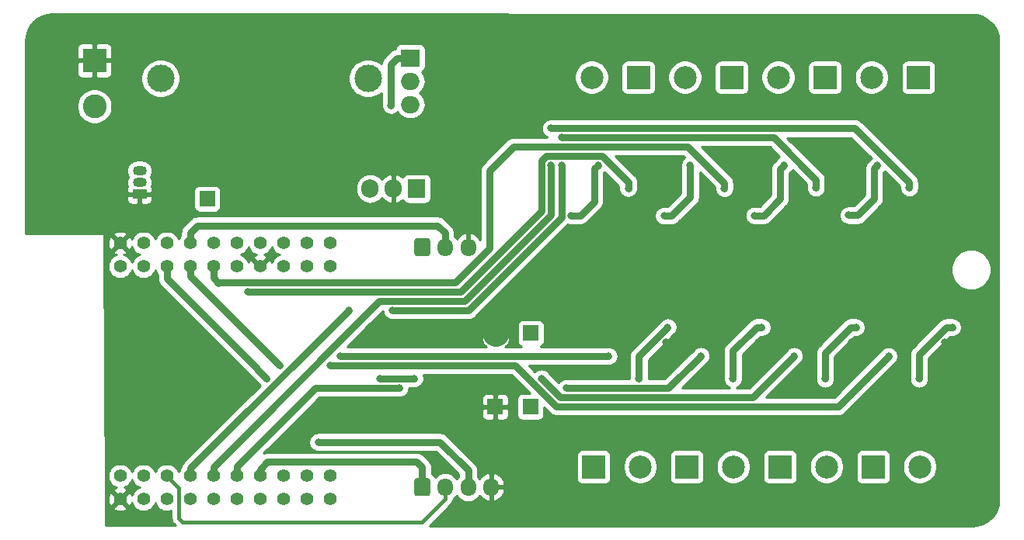
<source format=gbl>
G04 #@! TF.GenerationSoftware,KiCad,Pcbnew,5.1.11-e4df9d881f~92~ubuntu20.04.1*
G04 #@! TF.CreationDate,2021-11-04T20:32:51+01:00*
G04 #@! TF.ProjectId,CC dimmer low voltage,43432064-696d-46d6-9572-206c6f772076,0.98*
G04 #@! TF.SameCoordinates,Original*
G04 #@! TF.FileFunction,Copper,L2,Bot*
G04 #@! TF.FilePolarity,Positive*
%FSLAX46Y46*%
G04 Gerber Fmt 4.6, Leading zero omitted, Abs format (unit mm)*
G04 Created by KiCad (PCBNEW 5.1.11-e4df9d881f~92~ubuntu20.04.1) date 2021-11-04 20:32:51*
%MOMM*%
%LPD*%
G01*
G04 APERTURE LIST*
G04 #@! TA.AperFunction,ComponentPad*
%ADD10C,3.000000*%
G04 #@! TD*
G04 #@! TA.AperFunction,ComponentPad*
%ADD11R,1.700000X1.700000*%
G04 #@! TD*
G04 #@! TA.AperFunction,ComponentPad*
%ADD12O,1.700000X1.950000*%
G04 #@! TD*
G04 #@! TA.AperFunction,ComponentPad*
%ADD13O,2.000000X1.905000*%
G04 #@! TD*
G04 #@! TA.AperFunction,ComponentPad*
%ADD14R,2.000000X1.905000*%
G04 #@! TD*
G04 #@! TA.AperFunction,ComponentPad*
%ADD15O,1.500000X1.050000*%
G04 #@! TD*
G04 #@! TA.AperFunction,ComponentPad*
%ADD16R,1.500000X1.050000*%
G04 #@! TD*
G04 #@! TA.AperFunction,ComponentPad*
%ADD17R,1.905000X2.000000*%
G04 #@! TD*
G04 #@! TA.AperFunction,ComponentPad*
%ADD18O,1.905000X2.000000*%
G04 #@! TD*
G04 #@! TA.AperFunction,ComponentPad*
%ADD19R,2.600000X2.600000*%
G04 #@! TD*
G04 #@! TA.AperFunction,ComponentPad*
%ADD20C,2.600000*%
G04 #@! TD*
G04 #@! TA.AperFunction,ComponentPad*
%ADD21C,1.400000*%
G04 #@! TD*
G04 #@! TA.AperFunction,ComponentPad*
%ADD22C,2.500000*%
G04 #@! TD*
G04 #@! TA.AperFunction,ComponentPad*
%ADD23R,2.500000X2.500000*%
G04 #@! TD*
G04 #@! TA.AperFunction,ViaPad*
%ADD24C,0.800000*%
G04 #@! TD*
G04 #@! TA.AperFunction,Conductor*
%ADD25C,2.999999*%
G04 #@! TD*
G04 #@! TA.AperFunction,Conductor*
%ADD26C,0.800000*%
G04 #@! TD*
G04 #@! TA.AperFunction,Conductor*
%ADD27C,0.400000*%
G04 #@! TD*
G04 #@! TA.AperFunction,Conductor*
%ADD28C,0.254000*%
G04 #@! TD*
G04 #@! TA.AperFunction,Conductor*
%ADD29C,0.150000*%
G04 #@! TD*
G04 APERTURE END LIST*
D10*
X134731400Y-80642200D03*
X112131400Y-80642200D03*
D11*
X152423300Y-116495000D03*
X152473300Y-108445000D03*
G04 #@! TA.AperFunction,ComponentPad*
G36*
G01*
X139802000Y-99782200D02*
X139802000Y-98332200D01*
G75*
G02*
X140052000Y-98082200I250000J0D01*
G01*
X141252000Y-98082200D01*
G75*
G02*
X141502000Y-98332200I0J-250000D01*
G01*
X141502000Y-99782200D01*
G75*
G02*
X141252000Y-100032200I-250000J0D01*
G01*
X140052000Y-100032200D01*
G75*
G02*
X139802000Y-99782200I0J250000D01*
G01*
G37*
G04 #@! TD.AperFunction*
D12*
X143152000Y-99057200D03*
X145652000Y-99057200D03*
G04 #@! TA.AperFunction,ComponentPad*
G36*
G01*
X139802000Y-125969600D02*
X139802000Y-124519600D01*
G75*
G02*
X140052000Y-124269600I250000J0D01*
G01*
X141252000Y-124269600D01*
G75*
G02*
X141502000Y-124519600I0J-250000D01*
G01*
X141502000Y-125969600D01*
G75*
G02*
X141252000Y-126219600I-250000J0D01*
G01*
X140052000Y-126219600D01*
G75*
G02*
X139802000Y-125969600I0J250000D01*
G01*
G37*
G04 #@! TD.AperFunction*
X143152000Y-125244600D03*
X145652000Y-125244600D03*
X148152000Y-125244600D03*
D11*
X148652000Y-108445000D03*
X148602000Y-116495000D03*
X117230800Y-93774000D03*
D13*
X139354200Y-83487000D03*
X139354200Y-80947000D03*
D14*
X139354200Y-78407000D03*
D15*
X109839400Y-91996000D03*
X109839400Y-90726000D03*
D16*
X109839400Y-93266000D03*
D17*
X140040000Y-92681800D03*
D18*
X137500000Y-92681800D03*
X134960000Y-92681800D03*
D19*
X104932000Y-78685000D03*
D20*
X104932000Y-83685000D03*
D21*
X107722000Y-124025000D03*
X107722000Y-126565000D03*
X110262000Y-126565000D03*
X110262000Y-124025000D03*
X112802000Y-126565000D03*
X112802000Y-124025000D03*
X115342000Y-126565000D03*
X115342000Y-124025000D03*
X117882000Y-126565000D03*
X117882000Y-124025000D03*
X120422000Y-126565000D03*
X120422000Y-124025000D03*
X122962000Y-126565000D03*
X122962000Y-124025000D03*
X125502000Y-126565000D03*
X125502000Y-124025000D03*
X128042000Y-126565000D03*
X128042000Y-124025000D03*
X130582000Y-126565000D03*
X130582000Y-124025000D03*
X107722000Y-101165000D03*
X107722000Y-98625000D03*
X110262000Y-101165000D03*
X110262000Y-98625000D03*
X112802000Y-101165000D03*
X112802000Y-98625000D03*
X115342000Y-101165000D03*
X115342000Y-98625000D03*
X117882000Y-101165000D03*
X117882000Y-98625000D03*
X120422000Y-101165000D03*
X120422000Y-98625000D03*
X122962000Y-101165000D03*
X122962000Y-98625000D03*
X125502000Y-101165000D03*
X125502000Y-98625000D03*
X128042000Y-101165000D03*
X128042000Y-98625000D03*
X130582000Y-101165000D03*
X130582000Y-98625000D03*
D22*
X159122000Y-80535000D03*
D23*
X164202000Y-80535000D03*
X174372000Y-80535000D03*
D22*
X169292000Y-80535000D03*
X179452000Y-80535000D03*
D23*
X184532000Y-80535000D03*
X194702000Y-80535000D03*
D22*
X189622000Y-80535000D03*
D23*
X189792000Y-123025000D03*
D22*
X194872000Y-123025000D03*
X184712000Y-123025000D03*
D23*
X179632000Y-123025000D03*
X169472000Y-123025000D03*
D22*
X174552000Y-123025000D03*
X164402000Y-123025000D03*
D23*
X159322000Y-123025000D03*
D24*
X166989400Y-94129600D03*
X173364800Y-94142300D03*
X176984300Y-94104200D03*
X187182400Y-94078800D03*
X197583700Y-109445800D03*
X187398300Y-109420400D03*
X177301800Y-109420400D03*
X167218000Y-109445800D03*
X191500400Y-109445800D03*
X181188000Y-109420400D03*
X160956900Y-109445800D03*
X170989900Y-109420400D03*
X163085974Y-94129600D03*
X183321600Y-94104200D03*
X193672100Y-94078800D03*
X135152000Y-108795000D03*
X99152000Y-95945000D03*
X112379400Y-95806000D03*
X144472300Y-77048100D03*
X154645000Y-76032100D03*
X167252000Y-77745000D03*
X176952000Y-77795000D03*
X187452000Y-77745000D03*
X200212600Y-76578200D03*
X200466600Y-95501200D03*
X200276100Y-86319100D03*
X201552000Y-105545000D03*
X200002000Y-126045000D03*
X200652000Y-116913400D03*
X188541300Y-127416300D03*
X178457500Y-127505200D03*
X168246700Y-127467100D03*
X156435700Y-127467100D03*
X155452000Y-118995000D03*
X137246000Y-117396000D03*
X125816000Y-120571000D03*
X118152000Y-113045000D03*
X110152000Y-121295000D03*
X110080700Y-104734100D03*
X130184800Y-86827100D03*
X130705500Y-76984600D03*
X116760900Y-76895700D03*
X123288700Y-82318600D03*
X99052000Y-75635000D03*
X139652000Y-109295000D03*
X112902000Y-128795000D03*
X131902000Y-94545000D03*
X119152000Y-86795000D03*
X98992000Y-86665000D03*
X137233300Y-83563200D03*
X159813900Y-90091000D03*
X156902000Y-95629600D03*
X166986600Y-95629600D03*
X190248800Y-90141800D03*
X180080600Y-90116400D03*
X176842800Y-95604200D03*
X187118200Y-95578800D03*
X167402000Y-107795000D03*
X177652000Y-107795000D03*
X187902000Y-107795000D03*
X198402000Y-107795000D03*
X194790600Y-113433600D03*
X184540600Y-113433600D03*
X174513400Y-113433600D03*
X164263400Y-113433600D03*
X169856000Y-90091000D03*
X129308500Y-120329700D03*
X163090500Y-92631000D03*
X121650400Y-103956110D03*
X173580700Y-92656400D03*
X132638730Y-105956130D03*
X183552000Y-92595000D03*
X155844920Y-87087680D03*
X155838800Y-90091000D03*
X137385700Y-105956130D03*
X193734200Y-92578800D03*
X154667570Y-86087670D03*
X154667570Y-90091000D03*
X191463700Y-110945800D03*
X125117500Y-111947700D03*
X130645290Y-111931710D03*
X181164000Y-110920400D03*
X123707800Y-113382800D03*
X153637613Y-113374187D03*
X136039500Y-113382800D03*
X139802787Y-113374187D03*
X170991300Y-110920400D03*
X156362792Y-114433608D03*
X138176392Y-114433608D03*
X160955500Y-110945800D03*
X131759600Y-110931700D03*
D25*
X148652000Y-107545000D02*
X148652000Y-108445000D01*
D26*
X139354200Y-78407000D02*
X137906400Y-78407000D01*
X137906400Y-78407000D02*
X137220600Y-79092800D01*
X137220600Y-83550500D02*
X137233300Y-83563200D01*
X137220600Y-79092800D02*
X137220600Y-83550500D01*
X159813900Y-90091000D02*
X159407500Y-90497400D01*
X159407500Y-90497400D02*
X159407500Y-94066100D01*
X159407500Y-94066100D02*
X157844000Y-95629600D01*
X157844000Y-95629600D02*
X156902000Y-95629600D01*
X176842800Y-95604200D02*
X177842800Y-95604200D01*
X177842800Y-95604200D02*
X179652000Y-93795000D01*
X179652000Y-90545000D02*
X180051238Y-90145762D01*
X179652000Y-93795000D02*
X179652000Y-90545000D01*
X187118200Y-95578800D02*
X188118200Y-95578800D01*
X188118200Y-95578800D02*
X189902000Y-93795000D01*
X189902000Y-90488600D02*
X190248800Y-90141800D01*
X189902000Y-93795000D02*
X189902000Y-90488600D01*
X184540600Y-110590715D02*
X184540600Y-113433600D01*
X187336315Y-107795000D02*
X184540600Y-110590715D01*
X187902000Y-107795000D02*
X187336315Y-107795000D01*
X194790600Y-110758898D02*
X194790600Y-113433600D01*
X197754498Y-107795000D02*
X194790600Y-110758898D01*
X198402000Y-107795000D02*
X197754498Y-107795000D01*
X174513400Y-110367915D02*
X174513400Y-113433600D01*
X177086315Y-107795000D02*
X174513400Y-110367915D01*
X177652000Y-107795000D02*
X177086315Y-107795000D01*
X164263400Y-110933600D02*
X164263400Y-113433600D01*
X167402000Y-107795000D02*
X164263400Y-110933600D01*
X167817400Y-95629600D02*
X166986600Y-95629600D01*
X169856000Y-93591000D02*
X167817400Y-95629600D01*
X169856000Y-90091000D02*
X169856000Y-93591000D01*
X142326000Y-96695000D02*
X143152000Y-97521000D01*
X116164000Y-96695000D02*
X142326000Y-96695000D01*
X115342000Y-97517000D02*
X116164000Y-96695000D01*
X143152000Y-97521000D02*
X143152000Y-99057200D01*
X115342000Y-98625000D02*
X115342000Y-97517000D01*
X140652000Y-123088000D02*
X140652000Y-125244600D01*
X123784000Y-122476000D02*
X140040000Y-122476000D01*
X140040000Y-122476000D02*
X140652000Y-123088000D01*
X122962000Y-123298000D02*
X123784000Y-122476000D01*
X122962000Y-124025000D02*
X122962000Y-123298000D01*
D27*
X114132000Y-125346200D02*
X112862000Y-124076200D01*
X114132000Y-128648200D02*
X114132000Y-125346200D01*
X114563800Y-129080000D02*
X114132000Y-128648200D01*
X143152000Y-126545000D02*
X140617000Y-129080000D01*
X143152000Y-125244600D02*
X143152000Y-126545000D01*
X140617000Y-129080000D02*
X114563800Y-129080000D01*
D26*
X145652000Y-125244600D02*
X145652000Y-123389000D01*
X145652000Y-123389000D02*
X142580000Y-120317000D01*
X129321200Y-120317000D02*
X129308500Y-120329700D01*
X142580000Y-120317000D02*
X129321200Y-120317000D01*
X144848540Y-103956110D02*
X121650400Y-103956110D01*
X153667560Y-95137090D02*
X144848540Y-103956110D01*
X153667560Y-89614307D02*
X153667560Y-95137090D01*
X154190868Y-89087700D02*
X154190868Y-89090999D01*
X160224826Y-89087700D02*
X154190868Y-89087700D01*
X163090500Y-91953374D02*
X160224826Y-89087700D01*
X154190868Y-89090999D02*
X153667560Y-89614307D01*
X163090500Y-92631000D02*
X163090500Y-91953374D01*
X173580700Y-92090715D02*
X169577675Y-88087690D01*
X173580700Y-92656400D02*
X173580700Y-92090715D01*
X117882000Y-102388100D02*
X118450000Y-102956100D01*
X117882000Y-101165000D02*
X117882000Y-102388100D01*
X151044690Y-88087690D02*
X150598308Y-88087690D01*
X169577675Y-88087690D02*
X151044690Y-88087690D01*
X118461100Y-102945000D02*
X118450000Y-102956100D01*
X144213100Y-102945000D02*
X118461100Y-102945000D01*
X148002000Y-99156100D02*
X144213100Y-102945000D01*
X148002000Y-90695000D02*
X148002000Y-99156100D01*
X150609310Y-88087690D02*
X148002000Y-90695000D01*
X151044690Y-88087690D02*
X150609310Y-88087690D01*
X115420360Y-123174500D02*
X115402000Y-123174500D01*
X132638730Y-105956130D02*
X115420360Y-123174500D01*
X155838800Y-90091000D02*
X155838800Y-95794304D01*
X155838800Y-95794304D02*
X145676974Y-105956130D01*
X145676974Y-105956130D02*
X138731900Y-105956130D01*
X138731900Y-105956130D02*
X137385700Y-105956130D01*
X115342000Y-123252860D02*
X115420360Y-123174500D01*
X115342000Y-124025000D02*
X115342000Y-123252860D01*
X183552000Y-91695000D02*
X183552000Y-92595000D01*
X178944680Y-87087680D02*
X183552000Y-91695000D01*
X155844920Y-87087680D02*
X178944680Y-87087680D01*
X187808755Y-86087670D02*
X155864200Y-86087670D01*
X193734200Y-92013115D02*
X187808755Y-86087670D01*
X193734200Y-92578800D02*
X193734200Y-92013115D01*
X155864200Y-86087670D02*
X155915000Y-86087670D01*
X155864200Y-86087670D02*
X154667570Y-86087670D01*
X145262757Y-104956120D02*
X154667570Y-95551307D01*
X135944480Y-104956120D02*
X145262757Y-104956120D01*
X154667570Y-95551307D02*
X154667570Y-90091000D01*
X117882000Y-123018600D02*
X135944480Y-104956120D01*
X117882000Y-124025000D02*
X117882000Y-123018600D01*
X191463700Y-110945800D02*
X185975872Y-116433628D01*
X185975872Y-116433628D02*
X168306526Y-116433628D01*
X168306526Y-116433628D02*
X156372200Y-116433628D01*
X115402000Y-101216200D02*
X115402000Y-102232200D01*
X115402000Y-102232200D02*
X125117500Y-111947700D01*
X156372200Y-116433628D02*
X155282828Y-116433628D01*
X150780910Y-111931710D02*
X130645290Y-111931710D01*
X155282828Y-116433628D02*
X150780910Y-111931710D01*
X181164000Y-110920400D02*
X176650782Y-115433618D01*
X176650782Y-115433618D02*
X167892309Y-115433618D01*
X167892309Y-115433618D02*
X156416882Y-115433618D01*
X112862000Y-101216200D02*
X112862000Y-102524300D01*
X112862000Y-102524300D02*
X122679100Y-112341400D01*
X122679100Y-112341400D02*
X122679100Y-112354100D01*
X122679100Y-112354100D02*
X123707800Y-113382800D01*
X156416882Y-115433618D02*
X156334100Y-115433618D01*
X156416882Y-115433618D02*
X155697044Y-115433618D01*
X155697044Y-115433618D02*
X153637613Y-113374187D01*
X139794174Y-113382800D02*
X139802787Y-113374187D01*
X136039500Y-113382800D02*
X139794174Y-113382800D01*
X167478092Y-114433608D02*
X156362792Y-114433608D01*
X120482000Y-124076200D02*
X120482000Y-122945900D01*
X120482000Y-122945900D02*
X129003700Y-114424200D01*
X138166984Y-114424200D02*
X138176392Y-114433608D01*
X129003700Y-114424200D02*
X138166984Y-114424200D01*
X170991300Y-110920400D02*
X167478092Y-114433608D01*
X160955500Y-110945800D02*
X156383500Y-110945800D01*
X156383500Y-110945800D02*
X156397600Y-110931700D01*
X156397600Y-110931700D02*
X131759600Y-110931700D01*
D28*
X200559913Y-73681782D02*
X201150609Y-73739700D01*
X201686402Y-73901466D01*
X202180569Y-74164219D01*
X202614290Y-74517953D01*
X202971043Y-74949193D01*
X203237242Y-75441519D01*
X203402743Y-75976165D01*
X203464600Y-76564705D01*
X203464601Y-126582686D01*
X203406700Y-127173209D01*
X203244935Y-127709000D01*
X202982180Y-128203172D01*
X202628447Y-128636890D01*
X202197206Y-128993644D01*
X201704881Y-129259842D01*
X201170238Y-129425342D01*
X200581744Y-129487195D01*
X141420627Y-129457240D01*
X143713427Y-127164441D01*
X143745291Y-127138291D01*
X143849636Y-127011146D01*
X143927172Y-126866087D01*
X143974918Y-126708689D01*
X143984924Y-126607097D01*
X144207134Y-126424734D01*
X144392706Y-126198614D01*
X144402000Y-126181226D01*
X144411294Y-126198614D01*
X144596866Y-126424734D01*
X144822987Y-126610306D01*
X145080967Y-126748199D01*
X145360890Y-126833113D01*
X145652000Y-126861785D01*
X145943111Y-126833113D01*
X146223034Y-126748199D01*
X146481014Y-126610306D01*
X146707134Y-126424734D01*
X146892706Y-126198614D01*
X146906462Y-126172878D01*
X147062951Y-126379029D01*
X147280807Y-126572096D01*
X147532142Y-126718952D01*
X147795110Y-126811076D01*
X148025000Y-126689755D01*
X148025000Y-125371600D01*
X148279000Y-125371600D01*
X148279000Y-126689755D01*
X148508890Y-126811076D01*
X148771858Y-126718952D01*
X149023193Y-126572096D01*
X149241049Y-126379029D01*
X149417053Y-126147170D01*
X149544442Y-125885430D01*
X149618320Y-125603867D01*
X149478165Y-125371600D01*
X148279000Y-125371600D01*
X148025000Y-125371600D01*
X148005000Y-125371600D01*
X148005000Y-125117600D01*
X148025000Y-125117600D01*
X148025000Y-123799445D01*
X148279000Y-123799445D01*
X148279000Y-125117600D01*
X149478165Y-125117600D01*
X149618320Y-124885333D01*
X149544442Y-124603770D01*
X149417053Y-124342030D01*
X149241049Y-124110171D01*
X149023193Y-123917104D01*
X148771858Y-123770248D01*
X148508890Y-123678124D01*
X148279000Y-123799445D01*
X148025000Y-123799445D01*
X147795110Y-123678124D01*
X147532142Y-123770248D01*
X147280807Y-123917104D01*
X147062951Y-124110171D01*
X146906462Y-124316322D01*
X146892706Y-124290586D01*
X146707134Y-124064466D01*
X146687000Y-124047943D01*
X146687000Y-123439827D01*
X146692006Y-123388999D01*
X146687000Y-123338171D01*
X146687000Y-123338162D01*
X146672024Y-123186105D01*
X146612841Y-122991007D01*
X146564201Y-122900007D01*
X146516734Y-122811202D01*
X146419803Y-122693092D01*
X146387396Y-122653604D01*
X146347908Y-122621197D01*
X145501711Y-121775000D01*
X157433928Y-121775000D01*
X157433928Y-124275000D01*
X157446188Y-124399482D01*
X157482498Y-124519180D01*
X157541463Y-124629494D01*
X157620815Y-124726185D01*
X157717506Y-124805537D01*
X157827820Y-124864502D01*
X157947518Y-124900812D01*
X158072000Y-124913072D01*
X160572000Y-124913072D01*
X160696482Y-124900812D01*
X160816180Y-124864502D01*
X160926494Y-124805537D01*
X161023185Y-124726185D01*
X161102537Y-124629494D01*
X161161502Y-124519180D01*
X161197812Y-124399482D01*
X161210072Y-124275000D01*
X161210072Y-122839344D01*
X162517000Y-122839344D01*
X162517000Y-123210656D01*
X162589439Y-123574834D01*
X162731534Y-123917882D01*
X162937825Y-124226618D01*
X163200382Y-124489175D01*
X163509118Y-124695466D01*
X163852166Y-124837561D01*
X164216344Y-124910000D01*
X164587656Y-124910000D01*
X164951834Y-124837561D01*
X165294882Y-124695466D01*
X165603618Y-124489175D01*
X165866175Y-124226618D01*
X166072466Y-123917882D01*
X166214561Y-123574834D01*
X166287000Y-123210656D01*
X166287000Y-122839344D01*
X166214561Y-122475166D01*
X166072466Y-122132118D01*
X165866175Y-121823382D01*
X165817793Y-121775000D01*
X167583928Y-121775000D01*
X167583928Y-124275000D01*
X167596188Y-124399482D01*
X167632498Y-124519180D01*
X167691463Y-124629494D01*
X167770815Y-124726185D01*
X167867506Y-124805537D01*
X167977820Y-124864502D01*
X168097518Y-124900812D01*
X168222000Y-124913072D01*
X170722000Y-124913072D01*
X170846482Y-124900812D01*
X170966180Y-124864502D01*
X171076494Y-124805537D01*
X171173185Y-124726185D01*
X171252537Y-124629494D01*
X171311502Y-124519180D01*
X171347812Y-124399482D01*
X171360072Y-124275000D01*
X171360072Y-122839344D01*
X172667000Y-122839344D01*
X172667000Y-123210656D01*
X172739439Y-123574834D01*
X172881534Y-123917882D01*
X173087825Y-124226618D01*
X173350382Y-124489175D01*
X173659118Y-124695466D01*
X174002166Y-124837561D01*
X174366344Y-124910000D01*
X174737656Y-124910000D01*
X175101834Y-124837561D01*
X175444882Y-124695466D01*
X175753618Y-124489175D01*
X176016175Y-124226618D01*
X176222466Y-123917882D01*
X176364561Y-123574834D01*
X176437000Y-123210656D01*
X176437000Y-122839344D01*
X176364561Y-122475166D01*
X176222466Y-122132118D01*
X176016175Y-121823382D01*
X175967793Y-121775000D01*
X177743928Y-121775000D01*
X177743928Y-124275000D01*
X177756188Y-124399482D01*
X177792498Y-124519180D01*
X177851463Y-124629494D01*
X177930815Y-124726185D01*
X178027506Y-124805537D01*
X178137820Y-124864502D01*
X178257518Y-124900812D01*
X178382000Y-124913072D01*
X180882000Y-124913072D01*
X181006482Y-124900812D01*
X181126180Y-124864502D01*
X181236494Y-124805537D01*
X181333185Y-124726185D01*
X181412537Y-124629494D01*
X181471502Y-124519180D01*
X181507812Y-124399482D01*
X181520072Y-124275000D01*
X181520072Y-122839344D01*
X182827000Y-122839344D01*
X182827000Y-123210656D01*
X182899439Y-123574834D01*
X183041534Y-123917882D01*
X183247825Y-124226618D01*
X183510382Y-124489175D01*
X183819118Y-124695466D01*
X184162166Y-124837561D01*
X184526344Y-124910000D01*
X184897656Y-124910000D01*
X185261834Y-124837561D01*
X185604882Y-124695466D01*
X185913618Y-124489175D01*
X186176175Y-124226618D01*
X186382466Y-123917882D01*
X186524561Y-123574834D01*
X186597000Y-123210656D01*
X186597000Y-122839344D01*
X186524561Y-122475166D01*
X186382466Y-122132118D01*
X186176175Y-121823382D01*
X186127793Y-121775000D01*
X187903928Y-121775000D01*
X187903928Y-124275000D01*
X187916188Y-124399482D01*
X187952498Y-124519180D01*
X188011463Y-124629494D01*
X188090815Y-124726185D01*
X188187506Y-124805537D01*
X188297820Y-124864502D01*
X188417518Y-124900812D01*
X188542000Y-124913072D01*
X191042000Y-124913072D01*
X191166482Y-124900812D01*
X191286180Y-124864502D01*
X191396494Y-124805537D01*
X191493185Y-124726185D01*
X191572537Y-124629494D01*
X191631502Y-124519180D01*
X191667812Y-124399482D01*
X191680072Y-124275000D01*
X191680072Y-122839344D01*
X192987000Y-122839344D01*
X192987000Y-123210656D01*
X193059439Y-123574834D01*
X193201534Y-123917882D01*
X193407825Y-124226618D01*
X193670382Y-124489175D01*
X193979118Y-124695466D01*
X194322166Y-124837561D01*
X194686344Y-124910000D01*
X195057656Y-124910000D01*
X195421834Y-124837561D01*
X195764882Y-124695466D01*
X196073618Y-124489175D01*
X196336175Y-124226618D01*
X196542466Y-123917882D01*
X196684561Y-123574834D01*
X196757000Y-123210656D01*
X196757000Y-122839344D01*
X196684561Y-122475166D01*
X196542466Y-122132118D01*
X196336175Y-121823382D01*
X196073618Y-121560825D01*
X195764882Y-121354534D01*
X195421834Y-121212439D01*
X195057656Y-121140000D01*
X194686344Y-121140000D01*
X194322166Y-121212439D01*
X193979118Y-121354534D01*
X193670382Y-121560825D01*
X193407825Y-121823382D01*
X193201534Y-122132118D01*
X193059439Y-122475166D01*
X192987000Y-122839344D01*
X191680072Y-122839344D01*
X191680072Y-121775000D01*
X191667812Y-121650518D01*
X191631502Y-121530820D01*
X191572537Y-121420506D01*
X191493185Y-121323815D01*
X191396494Y-121244463D01*
X191286180Y-121185498D01*
X191166482Y-121149188D01*
X191042000Y-121136928D01*
X188542000Y-121136928D01*
X188417518Y-121149188D01*
X188297820Y-121185498D01*
X188187506Y-121244463D01*
X188090815Y-121323815D01*
X188011463Y-121420506D01*
X187952498Y-121530820D01*
X187916188Y-121650518D01*
X187903928Y-121775000D01*
X186127793Y-121775000D01*
X185913618Y-121560825D01*
X185604882Y-121354534D01*
X185261834Y-121212439D01*
X184897656Y-121140000D01*
X184526344Y-121140000D01*
X184162166Y-121212439D01*
X183819118Y-121354534D01*
X183510382Y-121560825D01*
X183247825Y-121823382D01*
X183041534Y-122132118D01*
X182899439Y-122475166D01*
X182827000Y-122839344D01*
X181520072Y-122839344D01*
X181520072Y-121775000D01*
X181507812Y-121650518D01*
X181471502Y-121530820D01*
X181412537Y-121420506D01*
X181333185Y-121323815D01*
X181236494Y-121244463D01*
X181126180Y-121185498D01*
X181006482Y-121149188D01*
X180882000Y-121136928D01*
X178382000Y-121136928D01*
X178257518Y-121149188D01*
X178137820Y-121185498D01*
X178027506Y-121244463D01*
X177930815Y-121323815D01*
X177851463Y-121420506D01*
X177792498Y-121530820D01*
X177756188Y-121650518D01*
X177743928Y-121775000D01*
X175967793Y-121775000D01*
X175753618Y-121560825D01*
X175444882Y-121354534D01*
X175101834Y-121212439D01*
X174737656Y-121140000D01*
X174366344Y-121140000D01*
X174002166Y-121212439D01*
X173659118Y-121354534D01*
X173350382Y-121560825D01*
X173087825Y-121823382D01*
X172881534Y-122132118D01*
X172739439Y-122475166D01*
X172667000Y-122839344D01*
X171360072Y-122839344D01*
X171360072Y-121775000D01*
X171347812Y-121650518D01*
X171311502Y-121530820D01*
X171252537Y-121420506D01*
X171173185Y-121323815D01*
X171076494Y-121244463D01*
X170966180Y-121185498D01*
X170846482Y-121149188D01*
X170722000Y-121136928D01*
X168222000Y-121136928D01*
X168097518Y-121149188D01*
X167977820Y-121185498D01*
X167867506Y-121244463D01*
X167770815Y-121323815D01*
X167691463Y-121420506D01*
X167632498Y-121530820D01*
X167596188Y-121650518D01*
X167583928Y-121775000D01*
X165817793Y-121775000D01*
X165603618Y-121560825D01*
X165294882Y-121354534D01*
X164951834Y-121212439D01*
X164587656Y-121140000D01*
X164216344Y-121140000D01*
X163852166Y-121212439D01*
X163509118Y-121354534D01*
X163200382Y-121560825D01*
X162937825Y-121823382D01*
X162731534Y-122132118D01*
X162589439Y-122475166D01*
X162517000Y-122839344D01*
X161210072Y-122839344D01*
X161210072Y-121775000D01*
X161197812Y-121650518D01*
X161161502Y-121530820D01*
X161102537Y-121420506D01*
X161023185Y-121323815D01*
X160926494Y-121244463D01*
X160816180Y-121185498D01*
X160696482Y-121149188D01*
X160572000Y-121136928D01*
X158072000Y-121136928D01*
X157947518Y-121149188D01*
X157827820Y-121185498D01*
X157717506Y-121244463D01*
X157620815Y-121323815D01*
X157541463Y-121420506D01*
X157482498Y-121530820D01*
X157446188Y-121650518D01*
X157433928Y-121775000D01*
X145501711Y-121775000D01*
X143347807Y-119621097D01*
X143315396Y-119581604D01*
X143157797Y-119452266D01*
X142977993Y-119356159D01*
X142782895Y-119296976D01*
X142630838Y-119282000D01*
X142630828Y-119282000D01*
X142580000Y-119276994D01*
X142529172Y-119282000D01*
X129372035Y-119282000D01*
X129321200Y-119276993D01*
X129270365Y-119282000D01*
X129270362Y-119282000D01*
X129118305Y-119296976D01*
X128923207Y-119356159D01*
X128743403Y-119452266D01*
X128676282Y-119507351D01*
X128648726Y-119525763D01*
X128625292Y-119549197D01*
X128585804Y-119581604D01*
X128553397Y-119621092D01*
X128504563Y-119669926D01*
X128476171Y-119712417D01*
X128443766Y-119751903D01*
X128419687Y-119796952D01*
X128391295Y-119839444D01*
X128371736Y-119886664D01*
X128347660Y-119931707D01*
X128332835Y-119980578D01*
X128313274Y-120027802D01*
X128303303Y-120077932D01*
X128288477Y-120126805D01*
X128283471Y-120177633D01*
X128273500Y-120227761D01*
X128273500Y-120278872D01*
X128268494Y-120329700D01*
X128273500Y-120380528D01*
X128273500Y-120431639D01*
X128283471Y-120481767D01*
X128288477Y-120532595D01*
X128303303Y-120581468D01*
X128313274Y-120631598D01*
X128332835Y-120678822D01*
X128347660Y-120727693D01*
X128371736Y-120772736D01*
X128391295Y-120819956D01*
X128419687Y-120862448D01*
X128443766Y-120907497D01*
X128476172Y-120946984D01*
X128504563Y-120989474D01*
X128540697Y-121025608D01*
X128573104Y-121065096D01*
X128612592Y-121097503D01*
X128648726Y-121133637D01*
X128691216Y-121162028D01*
X128730703Y-121194434D01*
X128775752Y-121218513D01*
X128818244Y-121246905D01*
X128865464Y-121266464D01*
X128910507Y-121290540D01*
X128959378Y-121305365D01*
X129006602Y-121324926D01*
X129056732Y-121334897D01*
X129105605Y-121349723D01*
X129156433Y-121354729D01*
X129206561Y-121364700D01*
X129257672Y-121364700D01*
X129308500Y-121369706D01*
X129359328Y-121364700D01*
X129410439Y-121364700D01*
X129460567Y-121354729D01*
X129488276Y-121352000D01*
X142151290Y-121352000D01*
X144617001Y-123817712D01*
X144617001Y-124047942D01*
X144596866Y-124064466D01*
X144411294Y-124290587D01*
X144402000Y-124307974D01*
X144392706Y-124290586D01*
X144207134Y-124064466D01*
X143981013Y-123878894D01*
X143723033Y-123741001D01*
X143443110Y-123656087D01*
X143152000Y-123627415D01*
X142860889Y-123656087D01*
X142580966Y-123741001D01*
X142322986Y-123878894D01*
X142096866Y-124064466D01*
X142044777Y-124127937D01*
X141990405Y-124026214D01*
X141879962Y-123891638D01*
X141745386Y-123781195D01*
X141687000Y-123749987D01*
X141687000Y-123138835D01*
X141692007Y-123088000D01*
X141687000Y-123037162D01*
X141672024Y-122885105D01*
X141612841Y-122690007D01*
X141544743Y-122562604D01*
X141516734Y-122510202D01*
X141458385Y-122439104D01*
X141387396Y-122352604D01*
X141347903Y-122320193D01*
X140807807Y-121780097D01*
X140775396Y-121740604D01*
X140617797Y-121611266D01*
X140437993Y-121515159D01*
X140242895Y-121455976D01*
X140090838Y-121441000D01*
X140090828Y-121441000D01*
X140040000Y-121435994D01*
X139989172Y-121441000D01*
X123834835Y-121441000D01*
X123784000Y-121435993D01*
X123733165Y-121441000D01*
X123733162Y-121441000D01*
X123581105Y-121455976D01*
X123431415Y-121501385D01*
X123386006Y-121515159D01*
X123365480Y-121526130D01*
X127546610Y-117345000D01*
X147113928Y-117345000D01*
X147126188Y-117469482D01*
X147162498Y-117589180D01*
X147221463Y-117699494D01*
X147300815Y-117796185D01*
X147397506Y-117875537D01*
X147507820Y-117934502D01*
X147627518Y-117970812D01*
X147752000Y-117983072D01*
X148316250Y-117980000D01*
X148475000Y-117821250D01*
X148475000Y-116622000D01*
X148729000Y-116622000D01*
X148729000Y-117821250D01*
X148887750Y-117980000D01*
X149452000Y-117983072D01*
X149576482Y-117970812D01*
X149696180Y-117934502D01*
X149806494Y-117875537D01*
X149903185Y-117796185D01*
X149982537Y-117699494D01*
X150041502Y-117589180D01*
X150077812Y-117469482D01*
X150090072Y-117345000D01*
X150087000Y-116780750D01*
X149928250Y-116622000D01*
X148729000Y-116622000D01*
X148475000Y-116622000D01*
X147275750Y-116622000D01*
X147117000Y-116780750D01*
X147113928Y-117345000D01*
X127546610Y-117345000D01*
X129246610Y-115645000D01*
X147113928Y-115645000D01*
X147117000Y-116209250D01*
X147275750Y-116368000D01*
X148475000Y-116368000D01*
X148475000Y-115168750D01*
X148729000Y-115168750D01*
X148729000Y-116368000D01*
X149928250Y-116368000D01*
X150087000Y-116209250D01*
X150090072Y-115645000D01*
X150077812Y-115520518D01*
X150041502Y-115400820D01*
X149982537Y-115290506D01*
X149903185Y-115193815D01*
X149806494Y-115114463D01*
X149696180Y-115055498D01*
X149576482Y-115019188D01*
X149452000Y-115006928D01*
X148887750Y-115010000D01*
X148729000Y-115168750D01*
X148475000Y-115168750D01*
X148316250Y-115010000D01*
X147752000Y-115006928D01*
X147627518Y-115019188D01*
X147507820Y-115055498D01*
X147397506Y-115114463D01*
X147300815Y-115193815D01*
X147221463Y-115290506D01*
X147162498Y-115400820D01*
X147126188Y-115520518D01*
X147113928Y-115645000D01*
X129246610Y-115645000D01*
X129432411Y-115459200D01*
X138027155Y-115459200D01*
X138074453Y-115468608D01*
X138125557Y-115468608D01*
X138176392Y-115473615D01*
X138227227Y-115468608D01*
X138278331Y-115468608D01*
X138328456Y-115458638D01*
X138379287Y-115453631D01*
X138428160Y-115438805D01*
X138478290Y-115428834D01*
X138525514Y-115409273D01*
X138574385Y-115394448D01*
X138619428Y-115370372D01*
X138666648Y-115350813D01*
X138709140Y-115322421D01*
X138754189Y-115298342D01*
X138793676Y-115265936D01*
X138836166Y-115237545D01*
X138872300Y-115201411D01*
X138911788Y-115169004D01*
X138944195Y-115129516D01*
X138980329Y-115093382D01*
X139008720Y-115050892D01*
X139041126Y-115011405D01*
X139065205Y-114966356D01*
X139093597Y-114923864D01*
X139113156Y-114876644D01*
X139137232Y-114831601D01*
X139152057Y-114782730D01*
X139171618Y-114735506D01*
X139181589Y-114685376D01*
X139196415Y-114636503D01*
X139201422Y-114585672D01*
X139211392Y-114535547D01*
X139211392Y-114484443D01*
X139216399Y-114433608D01*
X139214842Y-114417800D01*
X139743346Y-114417800D01*
X139794174Y-114422806D01*
X139845002Y-114417800D01*
X139845012Y-114417800D01*
X139997069Y-114402824D01*
X140192167Y-114343641D01*
X140279159Y-114297143D01*
X140293043Y-114291392D01*
X140305538Y-114283043D01*
X140371971Y-114247534D01*
X140430199Y-114199747D01*
X140462561Y-114178124D01*
X140490082Y-114150603D01*
X140529570Y-114118196D01*
X140561977Y-114078708D01*
X140606724Y-114033961D01*
X140635116Y-113991470D01*
X140667521Y-113951984D01*
X140691601Y-113906933D01*
X140719992Y-113864443D01*
X140739549Y-113817229D01*
X140763628Y-113772180D01*
X140778454Y-113723303D01*
X140798013Y-113676085D01*
X140807984Y-113625955D01*
X140822810Y-113577081D01*
X140827816Y-113526252D01*
X140837787Y-113476126D01*
X140837787Y-113425022D01*
X140842794Y-113374187D01*
X140837787Y-113323352D01*
X140837787Y-113272248D01*
X140827817Y-113222123D01*
X140822810Y-113171292D01*
X140807984Y-113122417D01*
X140798013Y-113072289D01*
X140778455Y-113025072D01*
X140763628Y-112976194D01*
X140758559Y-112966710D01*
X150352200Y-112966710D01*
X152392417Y-115006928D01*
X151573300Y-115006928D01*
X151448818Y-115019188D01*
X151329120Y-115055498D01*
X151218806Y-115114463D01*
X151122115Y-115193815D01*
X151042763Y-115290506D01*
X150983798Y-115400820D01*
X150947488Y-115520518D01*
X150935228Y-115645000D01*
X150935228Y-117345000D01*
X150947488Y-117469482D01*
X150983798Y-117589180D01*
X151042763Y-117699494D01*
X151122115Y-117796185D01*
X151218806Y-117875537D01*
X151329120Y-117934502D01*
X151448818Y-117970812D01*
X151573300Y-117983072D01*
X153273300Y-117983072D01*
X153397782Y-117970812D01*
X153517480Y-117934502D01*
X153627794Y-117875537D01*
X153724485Y-117796185D01*
X153803837Y-117699494D01*
X153862802Y-117589180D01*
X153899112Y-117469482D01*
X153911372Y-117345000D01*
X153911372Y-116525883D01*
X154515025Y-117129536D01*
X154547432Y-117169024D01*
X154705031Y-117298362D01*
X154884835Y-117394469D01*
X155079933Y-117453652D01*
X155231990Y-117468628D01*
X155231999Y-117468628D01*
X155282827Y-117473634D01*
X155333655Y-117468628D01*
X185925044Y-117468628D01*
X185975872Y-117473634D01*
X186026700Y-117468628D01*
X186026710Y-117468628D01*
X186178767Y-117453652D01*
X186373865Y-117394469D01*
X186553669Y-117298362D01*
X186711268Y-117169024D01*
X186743679Y-117129531D01*
X192231503Y-111641708D01*
X192267637Y-111605574D01*
X192296025Y-111563088D01*
X192328434Y-111523598D01*
X192352516Y-111478544D01*
X192380905Y-111436056D01*
X192400462Y-111388841D01*
X192424540Y-111343794D01*
X192439366Y-111294920D01*
X192458926Y-111247698D01*
X192468897Y-111197568D01*
X192483723Y-111148695D01*
X192488730Y-111097864D01*
X192498700Y-111047739D01*
X192498700Y-110996635D01*
X192503707Y-110945800D01*
X192498700Y-110894965D01*
X192498700Y-110843861D01*
X192488730Y-110793736D01*
X192485299Y-110758898D01*
X193750594Y-110758898D01*
X193755600Y-110809726D01*
X193755601Y-113331656D01*
X193755600Y-113331661D01*
X193755600Y-113535539D01*
X193765571Y-113585667D01*
X193770577Y-113636495D01*
X193785403Y-113685368D01*
X193795374Y-113735498D01*
X193814935Y-113782722D01*
X193829760Y-113831593D01*
X193853835Y-113876634D01*
X193873395Y-113923856D01*
X193901791Y-113966353D01*
X193925867Y-114011397D01*
X193958268Y-114050878D01*
X193986663Y-114093374D01*
X194022803Y-114129514D01*
X194055205Y-114168996D01*
X194094687Y-114201398D01*
X194130826Y-114237537D01*
X194173321Y-114265931D01*
X194212804Y-114298334D01*
X194257850Y-114322412D01*
X194300344Y-114350805D01*
X194347562Y-114370363D01*
X194392608Y-114394441D01*
X194441484Y-114409268D01*
X194488702Y-114428826D01*
X194538826Y-114438796D01*
X194587706Y-114453624D01*
X194638542Y-114458631D01*
X194688661Y-114468600D01*
X194739762Y-114468600D01*
X194790600Y-114473607D01*
X194841438Y-114468600D01*
X194892539Y-114468600D01*
X194942657Y-114458631D01*
X194993495Y-114453624D01*
X195042377Y-114438796D01*
X195092498Y-114428826D01*
X195139713Y-114409269D01*
X195188593Y-114394441D01*
X195233642Y-114370362D01*
X195280856Y-114350805D01*
X195323346Y-114322414D01*
X195368397Y-114298334D01*
X195407884Y-114265928D01*
X195450374Y-114237537D01*
X195486508Y-114201403D01*
X195525996Y-114168996D01*
X195558403Y-114129508D01*
X195594537Y-114093374D01*
X195622928Y-114050884D01*
X195655334Y-114011397D01*
X195679414Y-113966346D01*
X195707805Y-113923856D01*
X195727362Y-113876642D01*
X195751441Y-113831593D01*
X195766269Y-113782713D01*
X195785826Y-113735498D01*
X195795796Y-113685377D01*
X195810624Y-113636495D01*
X195815631Y-113585657D01*
X195825600Y-113535539D01*
X195825600Y-111187608D01*
X198183209Y-108830000D01*
X198503939Y-108830000D01*
X198554057Y-108820031D01*
X198604895Y-108815024D01*
X198653777Y-108800196D01*
X198703898Y-108790226D01*
X198751113Y-108770669D01*
X198799993Y-108755841D01*
X198845042Y-108731762D01*
X198892256Y-108712205D01*
X198934746Y-108683814D01*
X198979797Y-108659734D01*
X199019284Y-108627328D01*
X199061774Y-108598937D01*
X199097908Y-108562803D01*
X199137396Y-108530396D01*
X199169803Y-108490908D01*
X199205937Y-108454774D01*
X199234328Y-108412284D01*
X199266734Y-108372797D01*
X199290814Y-108327746D01*
X199319205Y-108285256D01*
X199338762Y-108238042D01*
X199362841Y-108192993D01*
X199377669Y-108144113D01*
X199397226Y-108096898D01*
X199407196Y-108046777D01*
X199422024Y-107997895D01*
X199427031Y-107947057D01*
X199437000Y-107896939D01*
X199437000Y-107845838D01*
X199442007Y-107795000D01*
X199437000Y-107744162D01*
X199437000Y-107693061D01*
X199427031Y-107642943D01*
X199422024Y-107592105D01*
X199407196Y-107543223D01*
X199397226Y-107493102D01*
X199377669Y-107445887D01*
X199362841Y-107397007D01*
X199338762Y-107351958D01*
X199319205Y-107304744D01*
X199290814Y-107262254D01*
X199266734Y-107217203D01*
X199234328Y-107177716D01*
X199205937Y-107135226D01*
X199169803Y-107099092D01*
X199137396Y-107059604D01*
X199097908Y-107027197D01*
X199061774Y-106991063D01*
X199019284Y-106962672D01*
X198979797Y-106930266D01*
X198934746Y-106906186D01*
X198892256Y-106877795D01*
X198845042Y-106858238D01*
X198799993Y-106834159D01*
X198751113Y-106819331D01*
X198703898Y-106799774D01*
X198653777Y-106789804D01*
X198604895Y-106774976D01*
X198554057Y-106769969D01*
X198503939Y-106760000D01*
X197805333Y-106760000D01*
X197754498Y-106754993D01*
X197703663Y-106760000D01*
X197703660Y-106760000D01*
X197551603Y-106774976D01*
X197356505Y-106834159D01*
X197283212Y-106873335D01*
X197176700Y-106930266D01*
X197096438Y-106996136D01*
X197019102Y-107059604D01*
X196986695Y-107099092D01*
X194094697Y-109991091D01*
X194055204Y-110023502D01*
X193925866Y-110181101D01*
X193829759Y-110360906D01*
X193770576Y-110556004D01*
X193755600Y-110708061D01*
X193755600Y-110708070D01*
X193750594Y-110758898D01*
X192485299Y-110758898D01*
X192483723Y-110742905D01*
X192468897Y-110694032D01*
X192458926Y-110643902D01*
X192439365Y-110596678D01*
X192424540Y-110547807D01*
X192400464Y-110502764D01*
X192380905Y-110455544D01*
X192352513Y-110413052D01*
X192328434Y-110368003D01*
X192296028Y-110328516D01*
X192267637Y-110286026D01*
X192231503Y-110249892D01*
X192199096Y-110210404D01*
X192159608Y-110177997D01*
X192123474Y-110141863D01*
X192080984Y-110113472D01*
X192041497Y-110081066D01*
X191996448Y-110056987D01*
X191953956Y-110028595D01*
X191906736Y-110009036D01*
X191861693Y-109984960D01*
X191812822Y-109970135D01*
X191765598Y-109950574D01*
X191715468Y-109940603D01*
X191666595Y-109925777D01*
X191615764Y-109920770D01*
X191565639Y-109910800D01*
X191514535Y-109910800D01*
X191463700Y-109905793D01*
X191412865Y-109910800D01*
X191361761Y-109910800D01*
X191311636Y-109920770D01*
X191260805Y-109925777D01*
X191211932Y-109940603D01*
X191161802Y-109950574D01*
X191114580Y-109970134D01*
X191065706Y-109984960D01*
X191020659Y-110009038D01*
X190973444Y-110028595D01*
X190930956Y-110056984D01*
X190885902Y-110081066D01*
X190846412Y-110113475D01*
X190803926Y-110141863D01*
X190767792Y-110177997D01*
X185547162Y-115398628D01*
X178149482Y-115398628D01*
X181931803Y-111616308D01*
X181967937Y-111580174D01*
X181996325Y-111537688D01*
X182028734Y-111498198D01*
X182052816Y-111453144D01*
X182081205Y-111410656D01*
X182100762Y-111363441D01*
X182124840Y-111318394D01*
X182139666Y-111269519D01*
X182159226Y-111222298D01*
X182169197Y-111172171D01*
X182184023Y-111123296D01*
X182189029Y-111072466D01*
X182199000Y-111022339D01*
X182199000Y-110971229D01*
X182204006Y-110920401D01*
X182199000Y-110869573D01*
X182199000Y-110818461D01*
X182189029Y-110768333D01*
X182184023Y-110717505D01*
X182169197Y-110668632D01*
X182159226Y-110618502D01*
X182147717Y-110590715D01*
X183500594Y-110590715D01*
X183505600Y-110641543D01*
X183505601Y-113331656D01*
X183505600Y-113331661D01*
X183505600Y-113535539D01*
X183515571Y-113585667D01*
X183520577Y-113636495D01*
X183535403Y-113685368D01*
X183545374Y-113735498D01*
X183564935Y-113782722D01*
X183579760Y-113831593D01*
X183603835Y-113876634D01*
X183623395Y-113923856D01*
X183651791Y-113966353D01*
X183675867Y-114011397D01*
X183708268Y-114050878D01*
X183736663Y-114093374D01*
X183772803Y-114129514D01*
X183805205Y-114168996D01*
X183844687Y-114201398D01*
X183880826Y-114237537D01*
X183923321Y-114265931D01*
X183962804Y-114298334D01*
X184007850Y-114322412D01*
X184050344Y-114350805D01*
X184097562Y-114370363D01*
X184142608Y-114394441D01*
X184191484Y-114409268D01*
X184238702Y-114428826D01*
X184288826Y-114438796D01*
X184337706Y-114453624D01*
X184388542Y-114458631D01*
X184438661Y-114468600D01*
X184489762Y-114468600D01*
X184540600Y-114473607D01*
X184591438Y-114468600D01*
X184642539Y-114468600D01*
X184692657Y-114458631D01*
X184743495Y-114453624D01*
X184792377Y-114438796D01*
X184842498Y-114428826D01*
X184889713Y-114409269D01*
X184938593Y-114394441D01*
X184983642Y-114370362D01*
X185030856Y-114350805D01*
X185073346Y-114322414D01*
X185118397Y-114298334D01*
X185157884Y-114265928D01*
X185200374Y-114237537D01*
X185236508Y-114201403D01*
X185275996Y-114168996D01*
X185308403Y-114129508D01*
X185344537Y-114093374D01*
X185372928Y-114050884D01*
X185405334Y-114011397D01*
X185429414Y-113966346D01*
X185457805Y-113923856D01*
X185477362Y-113876642D01*
X185501441Y-113831593D01*
X185516269Y-113782713D01*
X185535826Y-113735498D01*
X185545796Y-113685377D01*
X185560624Y-113636495D01*
X185565631Y-113585657D01*
X185575600Y-113535539D01*
X185575600Y-111019425D01*
X187765026Y-108830000D01*
X188003939Y-108830000D01*
X188054057Y-108820031D01*
X188104895Y-108815024D01*
X188153777Y-108800196D01*
X188203898Y-108790226D01*
X188251113Y-108770669D01*
X188299993Y-108755841D01*
X188345042Y-108731762D01*
X188392256Y-108712205D01*
X188434746Y-108683814D01*
X188479797Y-108659734D01*
X188519284Y-108627328D01*
X188561774Y-108598937D01*
X188597908Y-108562803D01*
X188637396Y-108530396D01*
X188669803Y-108490908D01*
X188705937Y-108454774D01*
X188734328Y-108412284D01*
X188766734Y-108372797D01*
X188790814Y-108327746D01*
X188819205Y-108285256D01*
X188838762Y-108238042D01*
X188862841Y-108192993D01*
X188877669Y-108144113D01*
X188897226Y-108096898D01*
X188907196Y-108046777D01*
X188922024Y-107997895D01*
X188927031Y-107947057D01*
X188937000Y-107896939D01*
X188937000Y-107845838D01*
X188942007Y-107795000D01*
X188937000Y-107744162D01*
X188937000Y-107693061D01*
X188927031Y-107642943D01*
X188922024Y-107592105D01*
X188907196Y-107543223D01*
X188897226Y-107493102D01*
X188877669Y-107445887D01*
X188862841Y-107397007D01*
X188838762Y-107351958D01*
X188819205Y-107304744D01*
X188790814Y-107262254D01*
X188766734Y-107217203D01*
X188734328Y-107177716D01*
X188705937Y-107135226D01*
X188669803Y-107099092D01*
X188637396Y-107059604D01*
X188597908Y-107027197D01*
X188561774Y-106991063D01*
X188519284Y-106962672D01*
X188479797Y-106930266D01*
X188434746Y-106906186D01*
X188392256Y-106877795D01*
X188345042Y-106858238D01*
X188299993Y-106834159D01*
X188251113Y-106819331D01*
X188203898Y-106799774D01*
X188153777Y-106789804D01*
X188104895Y-106774976D01*
X188054057Y-106769969D01*
X188003939Y-106760000D01*
X187387142Y-106760000D01*
X187336314Y-106754994D01*
X187285486Y-106760000D01*
X187285477Y-106760000D01*
X187133420Y-106774976D01*
X186938322Y-106834159D01*
X186865029Y-106873335D01*
X186758517Y-106930266D01*
X186678255Y-106996136D01*
X186600919Y-107059604D01*
X186568512Y-107099092D01*
X183844697Y-109822908D01*
X183805204Y-109855319D01*
X183675866Y-110012918D01*
X183579759Y-110192723D01*
X183520576Y-110387821D01*
X183505600Y-110539878D01*
X183505600Y-110539887D01*
X183500594Y-110590715D01*
X182147717Y-110590715D01*
X182139665Y-110571278D01*
X182124840Y-110522407D01*
X182100764Y-110477364D01*
X182081205Y-110430144D01*
X182052813Y-110387652D01*
X182028734Y-110342603D01*
X181996330Y-110303119D01*
X181967937Y-110260626D01*
X181931795Y-110224484D01*
X181899395Y-110185005D01*
X181859916Y-110152605D01*
X181823774Y-110116463D01*
X181781281Y-110088070D01*
X181741797Y-110055666D01*
X181696748Y-110031587D01*
X181654256Y-110003195D01*
X181607036Y-109983636D01*
X181561993Y-109959560D01*
X181513122Y-109944735D01*
X181465898Y-109925174D01*
X181415768Y-109915203D01*
X181366895Y-109900377D01*
X181316067Y-109895371D01*
X181265939Y-109885400D01*
X181214827Y-109885400D01*
X181163999Y-109880394D01*
X181113171Y-109885400D01*
X181062061Y-109885400D01*
X181011934Y-109895371D01*
X180961104Y-109900377D01*
X180912229Y-109915203D01*
X180862102Y-109925174D01*
X180814881Y-109944734D01*
X180766006Y-109959560D01*
X180720959Y-109983638D01*
X180673744Y-110003195D01*
X180631256Y-110031584D01*
X180586202Y-110055666D01*
X180546712Y-110088075D01*
X180504226Y-110116463D01*
X180468092Y-110152597D01*
X176222072Y-114398618D01*
X174897623Y-114398618D01*
X174911393Y-114394441D01*
X174956442Y-114370362D01*
X175003656Y-114350805D01*
X175046146Y-114322414D01*
X175091197Y-114298334D01*
X175130684Y-114265928D01*
X175173174Y-114237537D01*
X175209308Y-114201403D01*
X175248796Y-114168996D01*
X175281203Y-114129508D01*
X175317337Y-114093374D01*
X175345728Y-114050884D01*
X175378134Y-114011397D01*
X175402214Y-113966346D01*
X175430605Y-113923856D01*
X175450162Y-113876642D01*
X175474241Y-113831593D01*
X175489069Y-113782713D01*
X175508626Y-113735498D01*
X175518596Y-113685377D01*
X175533424Y-113636495D01*
X175538431Y-113585657D01*
X175548400Y-113535539D01*
X175548400Y-110796625D01*
X177515026Y-108830000D01*
X177753939Y-108830000D01*
X177804057Y-108820031D01*
X177854895Y-108815024D01*
X177903777Y-108800196D01*
X177953898Y-108790226D01*
X178001113Y-108770669D01*
X178049993Y-108755841D01*
X178095042Y-108731762D01*
X178142256Y-108712205D01*
X178184746Y-108683814D01*
X178229797Y-108659734D01*
X178269284Y-108627328D01*
X178311774Y-108598937D01*
X178347908Y-108562803D01*
X178387396Y-108530396D01*
X178419803Y-108490908D01*
X178455937Y-108454774D01*
X178484328Y-108412284D01*
X178516734Y-108372797D01*
X178540814Y-108327746D01*
X178569205Y-108285256D01*
X178588762Y-108238042D01*
X178612841Y-108192993D01*
X178627669Y-108144113D01*
X178647226Y-108096898D01*
X178657196Y-108046777D01*
X178672024Y-107997895D01*
X178677031Y-107947057D01*
X178687000Y-107896939D01*
X178687000Y-107845838D01*
X178692007Y-107795000D01*
X178687000Y-107744162D01*
X178687000Y-107693061D01*
X178677031Y-107642943D01*
X178672024Y-107592105D01*
X178657196Y-107543223D01*
X178647226Y-107493102D01*
X178627669Y-107445887D01*
X178612841Y-107397007D01*
X178588762Y-107351958D01*
X178569205Y-107304744D01*
X178540814Y-107262254D01*
X178516734Y-107217203D01*
X178484328Y-107177716D01*
X178455937Y-107135226D01*
X178419803Y-107099092D01*
X178387396Y-107059604D01*
X178347908Y-107027197D01*
X178311774Y-106991063D01*
X178269284Y-106962672D01*
X178229797Y-106930266D01*
X178184746Y-106906186D01*
X178142256Y-106877795D01*
X178095042Y-106858238D01*
X178049993Y-106834159D01*
X178001113Y-106819331D01*
X177953898Y-106799774D01*
X177903777Y-106789804D01*
X177854895Y-106774976D01*
X177804057Y-106769969D01*
X177753939Y-106760000D01*
X177137142Y-106760000D01*
X177086314Y-106754994D01*
X177035486Y-106760000D01*
X177035477Y-106760000D01*
X176883420Y-106774976D01*
X176688322Y-106834159D01*
X176615029Y-106873335D01*
X176508517Y-106930266D01*
X176428255Y-106996136D01*
X176350919Y-107059604D01*
X176318512Y-107099092D01*
X173817497Y-109600108D01*
X173778004Y-109632519D01*
X173648666Y-109790118D01*
X173552559Y-109969923D01*
X173493376Y-110165021D01*
X173478400Y-110317078D01*
X173478400Y-110317087D01*
X173473394Y-110367915D01*
X173478400Y-110418743D01*
X173478401Y-113331656D01*
X173478400Y-113331661D01*
X173478400Y-113535539D01*
X173488371Y-113585667D01*
X173493377Y-113636495D01*
X173508203Y-113685368D01*
X173518174Y-113735498D01*
X173537735Y-113782722D01*
X173552560Y-113831593D01*
X173576635Y-113876634D01*
X173596195Y-113923856D01*
X173624591Y-113966353D01*
X173648667Y-114011397D01*
X173681068Y-114050878D01*
X173709463Y-114093374D01*
X173745603Y-114129514D01*
X173778005Y-114168996D01*
X173817487Y-114201398D01*
X173853626Y-114237537D01*
X173896121Y-114265931D01*
X173935604Y-114298334D01*
X173980650Y-114322412D01*
X174023144Y-114350805D01*
X174070362Y-114370363D01*
X174115408Y-114394441D01*
X174129178Y-114398618D01*
X168976792Y-114398618D01*
X171759103Y-111616308D01*
X171795237Y-111580174D01*
X171823625Y-111537688D01*
X171856034Y-111498198D01*
X171880116Y-111453144D01*
X171908505Y-111410656D01*
X171928062Y-111363441D01*
X171952140Y-111318394D01*
X171966966Y-111269519D01*
X171986526Y-111222298D01*
X171996497Y-111172171D01*
X172011323Y-111123296D01*
X172016329Y-111072466D01*
X172026300Y-111022339D01*
X172026300Y-110971229D01*
X172031306Y-110920401D01*
X172026300Y-110869573D01*
X172026300Y-110818461D01*
X172016329Y-110768332D01*
X172011323Y-110717506D01*
X171996498Y-110668634D01*
X171986526Y-110618502D01*
X171966965Y-110571277D01*
X171952140Y-110522407D01*
X171928064Y-110477364D01*
X171908505Y-110430144D01*
X171880113Y-110387652D01*
X171856034Y-110342603D01*
X171823630Y-110303119D01*
X171795237Y-110260626D01*
X171759095Y-110224484D01*
X171726695Y-110185005D01*
X171687216Y-110152605D01*
X171651074Y-110116463D01*
X171608581Y-110088070D01*
X171569097Y-110055666D01*
X171524048Y-110031587D01*
X171481556Y-110003195D01*
X171434336Y-109983636D01*
X171389293Y-109959560D01*
X171340423Y-109944735D01*
X171293198Y-109925174D01*
X171243066Y-109915202D01*
X171194194Y-109900377D01*
X171143368Y-109895371D01*
X171093239Y-109885400D01*
X171042127Y-109885400D01*
X170991299Y-109880394D01*
X170940471Y-109885400D01*
X170889361Y-109885400D01*
X170839234Y-109895371D01*
X170788404Y-109900377D01*
X170739529Y-109915203D01*
X170689402Y-109925174D01*
X170642181Y-109944734D01*
X170593306Y-109959560D01*
X170548259Y-109983638D01*
X170501044Y-110003195D01*
X170458556Y-110031584D01*
X170413502Y-110055666D01*
X170374012Y-110088075D01*
X170331526Y-110116463D01*
X170295392Y-110152597D01*
X167049382Y-113398608D01*
X165298400Y-113398608D01*
X165298400Y-111362310D01*
X168169803Y-108490908D01*
X168205937Y-108454774D01*
X168234325Y-108412288D01*
X168266734Y-108372798D01*
X168290816Y-108327744D01*
X168319205Y-108285256D01*
X168338762Y-108238041D01*
X168362840Y-108192994D01*
X168377666Y-108144120D01*
X168397226Y-108096898D01*
X168407197Y-108046768D01*
X168422023Y-107997895D01*
X168427030Y-107947064D01*
X168437000Y-107896939D01*
X168437000Y-107845835D01*
X168442007Y-107795000D01*
X168437000Y-107744165D01*
X168437000Y-107693061D01*
X168427030Y-107642936D01*
X168422023Y-107592105D01*
X168407197Y-107543232D01*
X168397226Y-107493102D01*
X168377665Y-107445878D01*
X168362840Y-107397007D01*
X168338764Y-107351964D01*
X168319205Y-107304744D01*
X168290813Y-107262252D01*
X168266734Y-107217203D01*
X168234328Y-107177716D01*
X168205937Y-107135226D01*
X168169803Y-107099092D01*
X168137396Y-107059604D01*
X168097908Y-107027197D01*
X168061774Y-106991063D01*
X168019284Y-106962672D01*
X167979797Y-106930266D01*
X167934748Y-106906187D01*
X167892256Y-106877795D01*
X167845036Y-106858236D01*
X167799993Y-106834160D01*
X167751122Y-106819335D01*
X167703898Y-106799774D01*
X167653768Y-106789803D01*
X167604895Y-106774977D01*
X167554064Y-106769970D01*
X167503939Y-106760000D01*
X167452835Y-106760000D01*
X167402000Y-106754993D01*
X167351165Y-106760000D01*
X167300061Y-106760000D01*
X167249936Y-106769970D01*
X167199105Y-106774977D01*
X167150232Y-106789803D01*
X167100102Y-106799774D01*
X167052880Y-106819334D01*
X167004006Y-106834160D01*
X166958959Y-106858238D01*
X166911744Y-106877795D01*
X166869256Y-106906184D01*
X166824202Y-106930266D01*
X166784712Y-106962675D01*
X166742226Y-106991063D01*
X166706092Y-107027197D01*
X163567497Y-110165793D01*
X163528004Y-110198204D01*
X163398666Y-110355803D01*
X163302559Y-110535608D01*
X163243376Y-110730706D01*
X163228400Y-110882763D01*
X163228400Y-110882772D01*
X163223394Y-110933600D01*
X163228400Y-110984428D01*
X163228401Y-113331656D01*
X163228400Y-113331661D01*
X163228400Y-113398608D01*
X156260853Y-113398608D01*
X156210735Y-113408577D01*
X156159897Y-113413584D01*
X156111015Y-113428412D01*
X156060894Y-113438382D01*
X156013679Y-113457939D01*
X155964799Y-113472767D01*
X155919750Y-113496846D01*
X155872536Y-113516403D01*
X155830046Y-113544794D01*
X155784995Y-113568874D01*
X155745508Y-113601280D01*
X155703018Y-113629671D01*
X155666884Y-113665805D01*
X155627396Y-113698212D01*
X155594989Y-113737700D01*
X155558855Y-113773834D01*
X155535670Y-113808533D01*
X154441552Y-112714416D01*
X154441550Y-112714413D01*
X154297387Y-112570250D01*
X154254896Y-112541858D01*
X154215410Y-112509453D01*
X154170361Y-112485374D01*
X154127869Y-112456982D01*
X154080649Y-112437423D01*
X154035606Y-112413347D01*
X153986735Y-112398522D01*
X153939511Y-112378961D01*
X153889381Y-112368990D01*
X153840508Y-112354164D01*
X153789680Y-112349158D01*
X153739552Y-112339187D01*
X153688441Y-112339187D01*
X153637613Y-112334181D01*
X153586785Y-112339187D01*
X153535674Y-112339187D01*
X153485546Y-112349158D01*
X153434718Y-112354164D01*
X153385845Y-112368990D01*
X153335715Y-112378961D01*
X153288491Y-112398522D01*
X153239620Y-112413347D01*
X153194577Y-112437423D01*
X153147357Y-112456982D01*
X153104865Y-112485374D01*
X153059816Y-112509453D01*
X153020329Y-112541859D01*
X152977839Y-112570250D01*
X152941705Y-112606384D01*
X152929396Y-112616486D01*
X152279610Y-111966700D01*
X156189499Y-111966700D01*
X156332662Y-111980800D01*
X156332672Y-111980800D01*
X156383500Y-111985806D01*
X156434328Y-111980800D01*
X161057439Y-111980800D01*
X161107557Y-111970831D01*
X161158395Y-111965824D01*
X161207277Y-111950996D01*
X161257398Y-111941026D01*
X161304613Y-111921469D01*
X161353493Y-111906641D01*
X161398542Y-111882562D01*
X161445756Y-111863005D01*
X161488246Y-111834614D01*
X161533297Y-111810534D01*
X161572784Y-111778128D01*
X161615274Y-111749737D01*
X161651408Y-111713603D01*
X161690896Y-111681196D01*
X161723303Y-111641708D01*
X161759437Y-111605574D01*
X161787828Y-111563084D01*
X161820234Y-111523597D01*
X161844314Y-111478546D01*
X161872705Y-111436056D01*
X161892262Y-111388842D01*
X161916341Y-111343793D01*
X161931169Y-111294913D01*
X161950726Y-111247698D01*
X161960696Y-111197577D01*
X161975524Y-111148695D01*
X161980531Y-111097857D01*
X161990500Y-111047739D01*
X161990500Y-110996638D01*
X161995507Y-110945800D01*
X161990500Y-110894962D01*
X161990500Y-110843861D01*
X161980531Y-110793743D01*
X161975524Y-110742905D01*
X161960696Y-110694023D01*
X161950726Y-110643902D01*
X161931169Y-110596687D01*
X161916341Y-110547807D01*
X161892262Y-110502758D01*
X161872705Y-110455544D01*
X161844314Y-110413054D01*
X161820234Y-110368003D01*
X161787828Y-110328516D01*
X161759437Y-110286026D01*
X161723303Y-110249892D01*
X161690896Y-110210404D01*
X161651408Y-110177997D01*
X161615274Y-110141863D01*
X161572784Y-110113472D01*
X161533297Y-110081066D01*
X161488246Y-110056986D01*
X161445756Y-110028595D01*
X161398542Y-110009038D01*
X161353493Y-109984959D01*
X161304613Y-109970131D01*
X161257398Y-109950574D01*
X161207277Y-109940604D01*
X161158395Y-109925776D01*
X161107557Y-109920769D01*
X161057439Y-109910800D01*
X156591601Y-109910800D01*
X156448438Y-109896700D01*
X156448427Y-109896700D01*
X156397599Y-109891694D01*
X156346771Y-109896700D01*
X153527269Y-109896700D01*
X153567480Y-109884502D01*
X153677794Y-109825537D01*
X153774485Y-109746185D01*
X153853837Y-109649494D01*
X153912802Y-109539180D01*
X153949112Y-109419482D01*
X153961372Y-109295000D01*
X153961372Y-107595000D01*
X153949112Y-107470518D01*
X153912802Y-107350820D01*
X153853837Y-107240506D01*
X153774485Y-107143815D01*
X153677794Y-107064463D01*
X153567480Y-107005498D01*
X153447782Y-106969188D01*
X153323300Y-106956928D01*
X151623300Y-106956928D01*
X151498818Y-106969188D01*
X151379120Y-107005498D01*
X151268806Y-107064463D01*
X151172115Y-107143815D01*
X151092763Y-107240506D01*
X151033798Y-107350820D01*
X150997488Y-107470518D01*
X150985228Y-107595000D01*
X150985228Y-109295000D01*
X150997488Y-109419482D01*
X151033798Y-109539180D01*
X151092763Y-109649494D01*
X151172115Y-109746185D01*
X151268806Y-109825537D01*
X151379120Y-109884502D01*
X151419331Y-109896700D01*
X149705969Y-109896700D01*
X149746180Y-109884502D01*
X149856494Y-109825537D01*
X149953185Y-109746185D01*
X150032537Y-109649494D01*
X150091502Y-109539180D01*
X150127812Y-109419482D01*
X150140072Y-109295000D01*
X150137000Y-108730750D01*
X149978250Y-108572000D01*
X148779000Y-108572000D01*
X148779000Y-108592000D01*
X148525000Y-108592000D01*
X148525000Y-108572000D01*
X147325750Y-108572000D01*
X147167000Y-108730750D01*
X147163928Y-109295000D01*
X147176188Y-109419482D01*
X147212498Y-109539180D01*
X147271463Y-109649494D01*
X147350815Y-109746185D01*
X147447506Y-109825537D01*
X147557820Y-109884502D01*
X147598031Y-109896700D01*
X132467611Y-109896700D01*
X134769311Y-107595000D01*
X147163928Y-107595000D01*
X147167000Y-108159250D01*
X147325750Y-108318000D01*
X148525000Y-108318000D01*
X148525000Y-107118750D01*
X148779000Y-107118750D01*
X148779000Y-108318000D01*
X149978250Y-108318000D01*
X150137000Y-108159250D01*
X150140072Y-107595000D01*
X150127812Y-107470518D01*
X150091502Y-107350820D01*
X150032537Y-107240506D01*
X149953185Y-107143815D01*
X149856494Y-107064463D01*
X149746180Y-107005498D01*
X149626482Y-106969188D01*
X149502000Y-106956928D01*
X148937750Y-106960000D01*
X148779000Y-107118750D01*
X148525000Y-107118750D01*
X148366250Y-106960000D01*
X147802000Y-106956928D01*
X147677518Y-106969188D01*
X147557820Y-107005498D01*
X147447506Y-107064463D01*
X147350815Y-107143815D01*
X147271463Y-107240506D01*
X147212498Y-107350820D01*
X147176188Y-107470518D01*
X147163928Y-107595000D01*
X134769311Y-107595000D01*
X136350700Y-106013611D01*
X136350700Y-106058069D01*
X136360669Y-106108187D01*
X136365676Y-106159025D01*
X136380504Y-106207907D01*
X136390474Y-106258028D01*
X136410031Y-106305243D01*
X136424859Y-106354123D01*
X136448938Y-106399172D01*
X136468495Y-106446386D01*
X136496886Y-106488876D01*
X136520966Y-106533927D01*
X136553372Y-106573414D01*
X136581763Y-106615904D01*
X136617897Y-106652038D01*
X136650304Y-106691526D01*
X136689792Y-106723933D01*
X136725926Y-106760067D01*
X136768416Y-106788458D01*
X136807903Y-106820864D01*
X136852954Y-106844944D01*
X136895444Y-106873335D01*
X136942658Y-106892892D01*
X136987707Y-106916971D01*
X137036587Y-106931799D01*
X137083802Y-106951356D01*
X137133923Y-106961326D01*
X137182805Y-106976154D01*
X137233643Y-106981161D01*
X137283761Y-106991130D01*
X145626146Y-106991130D01*
X145676974Y-106996136D01*
X145727802Y-106991130D01*
X145727812Y-106991130D01*
X145879869Y-106976154D01*
X146074967Y-106916971D01*
X146254771Y-106820864D01*
X146412370Y-106691526D01*
X146444781Y-106652033D01*
X151795942Y-101300872D01*
X198231600Y-101300872D01*
X198231600Y-101741128D01*
X198317490Y-102172925D01*
X198485969Y-102579669D01*
X198730562Y-102945729D01*
X199041871Y-103257038D01*
X199407931Y-103501631D01*
X199814675Y-103670110D01*
X200246472Y-103756000D01*
X200686728Y-103756000D01*
X201118525Y-103670110D01*
X201525269Y-103501631D01*
X201891329Y-103257038D01*
X202202638Y-102945729D01*
X202447231Y-102579669D01*
X202615710Y-102172925D01*
X202701600Y-101741128D01*
X202701600Y-101300872D01*
X202615710Y-100869075D01*
X202447231Y-100462331D01*
X202202638Y-100096271D01*
X201891329Y-99784962D01*
X201525269Y-99540369D01*
X201118525Y-99371890D01*
X200686728Y-99286000D01*
X200246472Y-99286000D01*
X199814675Y-99371890D01*
X199407931Y-99540369D01*
X199041871Y-99784962D01*
X198730562Y-100096271D01*
X198485969Y-100462331D01*
X198317490Y-100869075D01*
X198231600Y-101300872D01*
X151795942Y-101300872D01*
X156505823Y-96590992D01*
X156552887Y-96605269D01*
X156600102Y-96624826D01*
X156650223Y-96634796D01*
X156699105Y-96649624D01*
X156749943Y-96654631D01*
X156800061Y-96664600D01*
X157793172Y-96664600D01*
X157844000Y-96669606D01*
X157894828Y-96664600D01*
X157894838Y-96664600D01*
X158046895Y-96649624D01*
X158241993Y-96590441D01*
X158421797Y-96494334D01*
X158579396Y-96364996D01*
X158611807Y-96325503D01*
X160103408Y-94833903D01*
X160142896Y-94801496D01*
X160181630Y-94754298D01*
X160272234Y-94643898D01*
X160368340Y-94464094D01*
X160368341Y-94464093D01*
X160427524Y-94268995D01*
X160442500Y-94116938D01*
X160442500Y-94116936D01*
X160447507Y-94066100D01*
X160442500Y-94015265D01*
X160442500Y-90926110D01*
X160473671Y-90894939D01*
X160473674Y-90894937D01*
X160521013Y-90847598D01*
X162055500Y-92382085D01*
X162055500Y-92732939D01*
X162065469Y-92783058D01*
X162070476Y-92833894D01*
X162085304Y-92882774D01*
X162095274Y-92932898D01*
X162114832Y-92980116D01*
X162129659Y-93028992D01*
X162153737Y-93074039D01*
X162173295Y-93121256D01*
X162201686Y-93163747D01*
X162225766Y-93208797D01*
X162258172Y-93248284D01*
X162286563Y-93290774D01*
X162322697Y-93326908D01*
X162355104Y-93366396D01*
X162394592Y-93398803D01*
X162430726Y-93434937D01*
X162473216Y-93463328D01*
X162512703Y-93495734D01*
X162557754Y-93519814D01*
X162600244Y-93548205D01*
X162647458Y-93567762D01*
X162692507Y-93591841D01*
X162741387Y-93606669D01*
X162788602Y-93626226D01*
X162838723Y-93636196D01*
X162887605Y-93651024D01*
X162938443Y-93656031D01*
X162988561Y-93666000D01*
X163039662Y-93666000D01*
X163090500Y-93671007D01*
X163141338Y-93666000D01*
X163192439Y-93666000D01*
X163242558Y-93656031D01*
X163293394Y-93651024D01*
X163342274Y-93636196D01*
X163392398Y-93626226D01*
X163439616Y-93606668D01*
X163488492Y-93591841D01*
X163533539Y-93567763D01*
X163580756Y-93548205D01*
X163623247Y-93519814D01*
X163668297Y-93495734D01*
X163707784Y-93463328D01*
X163750274Y-93434937D01*
X163786408Y-93398803D01*
X163825896Y-93366396D01*
X163858303Y-93326908D01*
X163894437Y-93290774D01*
X163922828Y-93248284D01*
X163955234Y-93208797D01*
X163979314Y-93163746D01*
X164007705Y-93121256D01*
X164027262Y-93074042D01*
X164051341Y-93028993D01*
X164066169Y-92980113D01*
X164085726Y-92932898D01*
X164095696Y-92882777D01*
X164110524Y-92833895D01*
X164115531Y-92783057D01*
X164125500Y-92732939D01*
X164125500Y-92004201D01*
X164130506Y-91953373D01*
X164125500Y-91902545D01*
X164125500Y-91902537D01*
X164110524Y-91750480D01*
X164051341Y-91555381D01*
X163999418Y-91458240D01*
X163955234Y-91375576D01*
X163858303Y-91257466D01*
X163825896Y-91217978D01*
X163786408Y-91185571D01*
X161723526Y-89122690D01*
X169148965Y-89122690D01*
X169264108Y-89237833D01*
X169238716Y-89258672D01*
X169196226Y-89287063D01*
X169160092Y-89323197D01*
X169120604Y-89355604D01*
X169088197Y-89395092D01*
X169052063Y-89431226D01*
X169023672Y-89473716D01*
X168991266Y-89513203D01*
X168967186Y-89558253D01*
X168938795Y-89600744D01*
X168919237Y-89647961D01*
X168895159Y-89693008D01*
X168880332Y-89741884D01*
X168860774Y-89789102D01*
X168850804Y-89839226D01*
X168835976Y-89888106D01*
X168830969Y-89938942D01*
X168821000Y-89989061D01*
X168821000Y-90040163D01*
X168821001Y-93162288D01*
X167388690Y-94594600D01*
X166884661Y-94594600D01*
X166834543Y-94604569D01*
X166783705Y-94609576D01*
X166734823Y-94624404D01*
X166684702Y-94634374D01*
X166637487Y-94653931D01*
X166588607Y-94668759D01*
X166543558Y-94692838D01*
X166496344Y-94712395D01*
X166453854Y-94740786D01*
X166408803Y-94764866D01*
X166369316Y-94797272D01*
X166326826Y-94825663D01*
X166290692Y-94861797D01*
X166251204Y-94894204D01*
X166218797Y-94933692D01*
X166182663Y-94969826D01*
X166154272Y-95012316D01*
X166121866Y-95051803D01*
X166097786Y-95096854D01*
X166069395Y-95139344D01*
X166049838Y-95186558D01*
X166025759Y-95231607D01*
X166010931Y-95280487D01*
X165991374Y-95327702D01*
X165981404Y-95377823D01*
X165966576Y-95426705D01*
X165961569Y-95477543D01*
X165951600Y-95527661D01*
X165951600Y-95578762D01*
X165946593Y-95629600D01*
X165951600Y-95680438D01*
X165951600Y-95731539D01*
X165961569Y-95781657D01*
X165966576Y-95832495D01*
X165981404Y-95881377D01*
X165991374Y-95931498D01*
X166010931Y-95978713D01*
X166025759Y-96027593D01*
X166049838Y-96072642D01*
X166069395Y-96119856D01*
X166097786Y-96162346D01*
X166121866Y-96207397D01*
X166154272Y-96246884D01*
X166182663Y-96289374D01*
X166218797Y-96325508D01*
X166251204Y-96364996D01*
X166290692Y-96397403D01*
X166326826Y-96433537D01*
X166369316Y-96461928D01*
X166408803Y-96494334D01*
X166453854Y-96518414D01*
X166496344Y-96546805D01*
X166543558Y-96566362D01*
X166588607Y-96590441D01*
X166637487Y-96605269D01*
X166684702Y-96624826D01*
X166734823Y-96634796D01*
X166783705Y-96649624D01*
X166834543Y-96654631D01*
X166884661Y-96664600D01*
X167766572Y-96664600D01*
X167817400Y-96669606D01*
X167868228Y-96664600D01*
X167868238Y-96664600D01*
X168020295Y-96649624D01*
X168215393Y-96590441D01*
X168395197Y-96494334D01*
X168552796Y-96364996D01*
X168585207Y-96325503D01*
X170551908Y-94358803D01*
X170591396Y-94326396D01*
X170635740Y-94272363D01*
X170720734Y-94168798D01*
X170775627Y-94066100D01*
X170816841Y-93988993D01*
X170876024Y-93793895D01*
X170891000Y-93641838D01*
X170891000Y-93641835D01*
X170896007Y-93591000D01*
X170891000Y-93540165D01*
X170891000Y-90864726D01*
X172545700Y-92519426D01*
X172545700Y-92758339D01*
X172555669Y-92808458D01*
X172560676Y-92859294D01*
X172575504Y-92908174D01*
X172585474Y-92958298D01*
X172605032Y-93005516D01*
X172619859Y-93054392D01*
X172643937Y-93099439D01*
X172663495Y-93146656D01*
X172691886Y-93189147D01*
X172715966Y-93234197D01*
X172748372Y-93273684D01*
X172776763Y-93316174D01*
X172812897Y-93352308D01*
X172845304Y-93391796D01*
X172884792Y-93424203D01*
X172920926Y-93460337D01*
X172963416Y-93488728D01*
X173002903Y-93521134D01*
X173047954Y-93545214D01*
X173090444Y-93573605D01*
X173137658Y-93593162D01*
X173182707Y-93617241D01*
X173231587Y-93632069D01*
X173278802Y-93651626D01*
X173328923Y-93661596D01*
X173377805Y-93676424D01*
X173428643Y-93681431D01*
X173478761Y-93691400D01*
X173529862Y-93691400D01*
X173580700Y-93696407D01*
X173631538Y-93691400D01*
X173682639Y-93691400D01*
X173732758Y-93681431D01*
X173783594Y-93676424D01*
X173832474Y-93661596D01*
X173882598Y-93651626D01*
X173929816Y-93632068D01*
X173978692Y-93617241D01*
X174023739Y-93593163D01*
X174070956Y-93573605D01*
X174113447Y-93545214D01*
X174158497Y-93521134D01*
X174197984Y-93488728D01*
X174240474Y-93460337D01*
X174276608Y-93424203D01*
X174316096Y-93391796D01*
X174348503Y-93352308D01*
X174384637Y-93316174D01*
X174413028Y-93273684D01*
X174445434Y-93234197D01*
X174469514Y-93189146D01*
X174497905Y-93146656D01*
X174517462Y-93099442D01*
X174541541Y-93054393D01*
X174556369Y-93005513D01*
X174575926Y-92958298D01*
X174585896Y-92908177D01*
X174600724Y-92859295D01*
X174605731Y-92808457D01*
X174615700Y-92758339D01*
X174615700Y-92141542D01*
X174620706Y-92090714D01*
X174615700Y-92039886D01*
X174615700Y-92039878D01*
X174600724Y-91887821D01*
X174541541Y-91692723D01*
X174521827Y-91655840D01*
X174445434Y-91512917D01*
X174348503Y-91394807D01*
X174316096Y-91355319D01*
X174276608Y-91322912D01*
X171076375Y-88122680D01*
X178515970Y-88122680D01*
X179591858Y-89198568D01*
X179590344Y-89199195D01*
X179420826Y-89312463D01*
X179276663Y-89456626D01*
X179276661Y-89456629D01*
X178956093Y-89777197D01*
X178916605Y-89809604D01*
X178884198Y-89849092D01*
X178884197Y-89849093D01*
X178787266Y-89967203D01*
X178691160Y-90147007D01*
X178631977Y-90342105D01*
X178611994Y-90545000D01*
X178617001Y-90595838D01*
X178617000Y-93366289D01*
X177414090Y-94569200D01*
X176740861Y-94569200D01*
X176690743Y-94579169D01*
X176639905Y-94584176D01*
X176591023Y-94599004D01*
X176540902Y-94608974D01*
X176493687Y-94628531D01*
X176444807Y-94643359D01*
X176399758Y-94667438D01*
X176352544Y-94686995D01*
X176310054Y-94715386D01*
X176265003Y-94739466D01*
X176225516Y-94771872D01*
X176183026Y-94800263D01*
X176146892Y-94836397D01*
X176107404Y-94868804D01*
X176074997Y-94908292D01*
X176038863Y-94944426D01*
X176010472Y-94986916D01*
X175978066Y-95026403D01*
X175953986Y-95071454D01*
X175925595Y-95113944D01*
X175906038Y-95161158D01*
X175881959Y-95206207D01*
X175867131Y-95255087D01*
X175847574Y-95302302D01*
X175837604Y-95352423D01*
X175822776Y-95401305D01*
X175817769Y-95452143D01*
X175807800Y-95502261D01*
X175807800Y-95553362D01*
X175802793Y-95604200D01*
X175807800Y-95655038D01*
X175807800Y-95706139D01*
X175817769Y-95756257D01*
X175822776Y-95807095D01*
X175837604Y-95855977D01*
X175847574Y-95906098D01*
X175867131Y-95953313D01*
X175881959Y-96002193D01*
X175906038Y-96047242D01*
X175925595Y-96094456D01*
X175953986Y-96136946D01*
X175978066Y-96181997D01*
X176010472Y-96221484D01*
X176038863Y-96263974D01*
X176074997Y-96300108D01*
X176107404Y-96339596D01*
X176146892Y-96372003D01*
X176183026Y-96408137D01*
X176225516Y-96436528D01*
X176265003Y-96468934D01*
X176310054Y-96493014D01*
X176352544Y-96521405D01*
X176399758Y-96540962D01*
X176444807Y-96565041D01*
X176493687Y-96579869D01*
X176540902Y-96599426D01*
X176591023Y-96609396D01*
X176639905Y-96624224D01*
X176690743Y-96629231D01*
X176740861Y-96639200D01*
X177791972Y-96639200D01*
X177842800Y-96644206D01*
X177893628Y-96639200D01*
X177893638Y-96639200D01*
X178045695Y-96624224D01*
X178240793Y-96565041D01*
X178420597Y-96468934D01*
X178578196Y-96339596D01*
X178610607Y-96300103D01*
X180347908Y-94562803D01*
X180387396Y-94530396D01*
X180441809Y-94464094D01*
X180516734Y-94372798D01*
X180602501Y-94212337D01*
X180612841Y-94192993D01*
X180672024Y-93997895D01*
X180687000Y-93845838D01*
X180687000Y-93845829D01*
X180692006Y-93795001D01*
X180687000Y-93744173D01*
X180687000Y-90973710D01*
X180740371Y-90920339D01*
X180740374Y-90920337D01*
X180884537Y-90776174D01*
X180997805Y-90606656D01*
X180998432Y-90605143D01*
X182517000Y-92123711D01*
X182517001Y-92493057D01*
X182517000Y-92493061D01*
X182517000Y-92696939D01*
X182526971Y-92747067D01*
X182531977Y-92797895D01*
X182546803Y-92846768D01*
X182556774Y-92896898D01*
X182576335Y-92944122D01*
X182591160Y-92992993D01*
X182615235Y-93038034D01*
X182634795Y-93085256D01*
X182663191Y-93127753D01*
X182687267Y-93172797D01*
X182719668Y-93212278D01*
X182748063Y-93254774D01*
X182784203Y-93290914D01*
X182816605Y-93330396D01*
X182856087Y-93362798D01*
X182892226Y-93398937D01*
X182934721Y-93427331D01*
X182974204Y-93459734D01*
X183019250Y-93483812D01*
X183061744Y-93512205D01*
X183108962Y-93531763D01*
X183154008Y-93555841D01*
X183202884Y-93570668D01*
X183250102Y-93590226D01*
X183300226Y-93600196D01*
X183349106Y-93615024D01*
X183399942Y-93620031D01*
X183450061Y-93630000D01*
X183501162Y-93630000D01*
X183552000Y-93635007D01*
X183602838Y-93630000D01*
X183653939Y-93630000D01*
X183704057Y-93620031D01*
X183754895Y-93615024D01*
X183803777Y-93600196D01*
X183853898Y-93590226D01*
X183901113Y-93570669D01*
X183949993Y-93555841D01*
X183995042Y-93531762D01*
X184042256Y-93512205D01*
X184084746Y-93483814D01*
X184129797Y-93459734D01*
X184169284Y-93427328D01*
X184211774Y-93398937D01*
X184247908Y-93362803D01*
X184287396Y-93330396D01*
X184319803Y-93290908D01*
X184355937Y-93254774D01*
X184384328Y-93212284D01*
X184416734Y-93172797D01*
X184440814Y-93127746D01*
X184469205Y-93085256D01*
X184488762Y-93038042D01*
X184512841Y-92992993D01*
X184527669Y-92944113D01*
X184547226Y-92896898D01*
X184557196Y-92846777D01*
X184572024Y-92797895D01*
X184577031Y-92747057D01*
X184587000Y-92696939D01*
X184587000Y-91745827D01*
X184592006Y-91694999D01*
X184587000Y-91644171D01*
X184587000Y-91644162D01*
X184572024Y-91492105D01*
X184512841Y-91297007D01*
X184435013Y-91151400D01*
X184416734Y-91117202D01*
X184319803Y-90999092D01*
X184287396Y-90959604D01*
X184247908Y-90927197D01*
X180443380Y-87122670D01*
X187380045Y-87122670D01*
X189592750Y-89335375D01*
X189589026Y-89337863D01*
X189444863Y-89482026D01*
X189444861Y-89482029D01*
X189206093Y-89720797D01*
X189166605Y-89753204D01*
X189134198Y-89792692D01*
X189134197Y-89792693D01*
X189037266Y-89910803D01*
X188941160Y-90090607D01*
X188881977Y-90285705D01*
X188861994Y-90488600D01*
X188867001Y-90539438D01*
X188867000Y-93366289D01*
X187689490Y-94543800D01*
X187016261Y-94543800D01*
X186966143Y-94553769D01*
X186915305Y-94558776D01*
X186866423Y-94573604D01*
X186816302Y-94583574D01*
X186769087Y-94603131D01*
X186720207Y-94617959D01*
X186675158Y-94642038D01*
X186627944Y-94661595D01*
X186585454Y-94689986D01*
X186540403Y-94714066D01*
X186500916Y-94746472D01*
X186458426Y-94774863D01*
X186422292Y-94810997D01*
X186382804Y-94843404D01*
X186350397Y-94882892D01*
X186314263Y-94919026D01*
X186285872Y-94961516D01*
X186253466Y-95001003D01*
X186229386Y-95046054D01*
X186200995Y-95088544D01*
X186181438Y-95135758D01*
X186157359Y-95180807D01*
X186142531Y-95229687D01*
X186122974Y-95276902D01*
X186113004Y-95327023D01*
X186098176Y-95375905D01*
X186093169Y-95426743D01*
X186083200Y-95476861D01*
X186083200Y-95527962D01*
X186078193Y-95578800D01*
X186083200Y-95629638D01*
X186083200Y-95680739D01*
X186093169Y-95730857D01*
X186098176Y-95781695D01*
X186113004Y-95830577D01*
X186122974Y-95880698D01*
X186142531Y-95927913D01*
X186157359Y-95976793D01*
X186181438Y-96021842D01*
X186200995Y-96069056D01*
X186229386Y-96111546D01*
X186253466Y-96156597D01*
X186285872Y-96196084D01*
X186314263Y-96238574D01*
X186350397Y-96274708D01*
X186382804Y-96314196D01*
X186422292Y-96346603D01*
X186458426Y-96382737D01*
X186500916Y-96411128D01*
X186540403Y-96443534D01*
X186585454Y-96467614D01*
X186627944Y-96496005D01*
X186675158Y-96515562D01*
X186720207Y-96539641D01*
X186769087Y-96554469D01*
X186816302Y-96574026D01*
X186866423Y-96583996D01*
X186915305Y-96598824D01*
X186966143Y-96603831D01*
X187016261Y-96613800D01*
X188067372Y-96613800D01*
X188118200Y-96618806D01*
X188169028Y-96613800D01*
X188169038Y-96613800D01*
X188321095Y-96598824D01*
X188516193Y-96539641D01*
X188695997Y-96443534D01*
X188853596Y-96314196D01*
X188886007Y-96274703D01*
X190597908Y-94562803D01*
X190637396Y-94530396D01*
X190691809Y-94464094D01*
X190766734Y-94372798D01*
X190852501Y-94212337D01*
X190862841Y-94192993D01*
X190922024Y-93997895D01*
X190937000Y-93845838D01*
X190937000Y-93845829D01*
X190942006Y-93795001D01*
X190937000Y-93744173D01*
X190937000Y-90917311D01*
X191052737Y-90801574D01*
X191055225Y-90797851D01*
X192699200Y-92441826D01*
X192699200Y-92680739D01*
X192709169Y-92730858D01*
X192714176Y-92781694D01*
X192729004Y-92830574D01*
X192738974Y-92880698D01*
X192758532Y-92927916D01*
X192773359Y-92976792D01*
X192797437Y-93021839D01*
X192816995Y-93069056D01*
X192845386Y-93111547D01*
X192869466Y-93156597D01*
X192901872Y-93196084D01*
X192930263Y-93238574D01*
X192966397Y-93274708D01*
X192998804Y-93314196D01*
X193038292Y-93346603D01*
X193074426Y-93382737D01*
X193116916Y-93411128D01*
X193156403Y-93443534D01*
X193201454Y-93467614D01*
X193243944Y-93496005D01*
X193291158Y-93515562D01*
X193336207Y-93539641D01*
X193385087Y-93554469D01*
X193432302Y-93574026D01*
X193482423Y-93583996D01*
X193531305Y-93598824D01*
X193582143Y-93603831D01*
X193632261Y-93613800D01*
X193683362Y-93613800D01*
X193734200Y-93618807D01*
X193785038Y-93613800D01*
X193836139Y-93613800D01*
X193886258Y-93603831D01*
X193937094Y-93598824D01*
X193985974Y-93583996D01*
X194036098Y-93574026D01*
X194083316Y-93554468D01*
X194132192Y-93539641D01*
X194177239Y-93515563D01*
X194224456Y-93496005D01*
X194266947Y-93467614D01*
X194311997Y-93443534D01*
X194351484Y-93411128D01*
X194393974Y-93382737D01*
X194430108Y-93346603D01*
X194469596Y-93314196D01*
X194502003Y-93274708D01*
X194538137Y-93238574D01*
X194566528Y-93196084D01*
X194598934Y-93156597D01*
X194623014Y-93111546D01*
X194651405Y-93069056D01*
X194670962Y-93021842D01*
X194695041Y-92976793D01*
X194709869Y-92927913D01*
X194729426Y-92880698D01*
X194739396Y-92830577D01*
X194754224Y-92781695D01*
X194759231Y-92730857D01*
X194769200Y-92680739D01*
X194769200Y-92063950D01*
X194774207Y-92013115D01*
X194768323Y-91953373D01*
X194754224Y-91810221D01*
X194695041Y-91615123D01*
X194667913Y-91564369D01*
X194598934Y-91435317D01*
X194502003Y-91317207D01*
X194469596Y-91277719D01*
X194430108Y-91245312D01*
X188576562Y-85391767D01*
X188544151Y-85352274D01*
X188386552Y-85222936D01*
X188206748Y-85126829D01*
X188011650Y-85067646D01*
X187859593Y-85052670D01*
X187859583Y-85052670D01*
X187808755Y-85047664D01*
X187757927Y-85052670D01*
X154565631Y-85052670D01*
X154515513Y-85062639D01*
X154464675Y-85067646D01*
X154415793Y-85082474D01*
X154365672Y-85092444D01*
X154318457Y-85112001D01*
X154269577Y-85126829D01*
X154224528Y-85150908D01*
X154177314Y-85170465D01*
X154134824Y-85198856D01*
X154089773Y-85222936D01*
X154050286Y-85255342D01*
X154007796Y-85283733D01*
X153971662Y-85319867D01*
X153932174Y-85352274D01*
X153899767Y-85391762D01*
X153863633Y-85427896D01*
X153835242Y-85470386D01*
X153802836Y-85509873D01*
X153778756Y-85554924D01*
X153750365Y-85597414D01*
X153730808Y-85644628D01*
X153706729Y-85689677D01*
X153691901Y-85738557D01*
X153672344Y-85785772D01*
X153662374Y-85835893D01*
X153647546Y-85884775D01*
X153642539Y-85935613D01*
X153632570Y-85985731D01*
X153632570Y-86036832D01*
X153627563Y-86087670D01*
X153632570Y-86138508D01*
X153632570Y-86189609D01*
X153642539Y-86239727D01*
X153647546Y-86290565D01*
X153662374Y-86339447D01*
X153672344Y-86389568D01*
X153691901Y-86436783D01*
X153706729Y-86485663D01*
X153730808Y-86530712D01*
X153750365Y-86577926D01*
X153778756Y-86620416D01*
X153802836Y-86665467D01*
X153835242Y-86704954D01*
X153863633Y-86747444D01*
X153899766Y-86783577D01*
X153932174Y-86823066D01*
X153971662Y-86855473D01*
X154007796Y-86891607D01*
X154050286Y-86919998D01*
X154089773Y-86952404D01*
X154134824Y-86976484D01*
X154177314Y-87004875D01*
X154224528Y-87024432D01*
X154269577Y-87048511D01*
X154283353Y-87052690D01*
X150660137Y-87052690D01*
X150609309Y-87047684D01*
X150558481Y-87052690D01*
X150547470Y-87052690D01*
X150395413Y-87067666D01*
X150200315Y-87126849D01*
X150020511Y-87222956D01*
X149862912Y-87352294D01*
X149780154Y-87453135D01*
X147306097Y-89927193D01*
X147266604Y-89959604D01*
X147137266Y-90117203D01*
X147041159Y-90297008D01*
X146981976Y-90492106D01*
X146967000Y-90644163D01*
X146967000Y-90644172D01*
X146961994Y-90695000D01*
X146967000Y-90745828D01*
X146967001Y-98257256D01*
X146917053Y-98154630D01*
X146741049Y-97922771D01*
X146523193Y-97729704D01*
X146271858Y-97582848D01*
X146008890Y-97490724D01*
X145779000Y-97612045D01*
X145779000Y-98930200D01*
X145799000Y-98930200D01*
X145799000Y-99184200D01*
X145779000Y-99184200D01*
X145779000Y-99204200D01*
X145525000Y-99204200D01*
X145525000Y-99184200D01*
X145505000Y-99184200D01*
X145505000Y-98930200D01*
X145525000Y-98930200D01*
X145525000Y-97612045D01*
X145295110Y-97490724D01*
X145032142Y-97582848D01*
X144780807Y-97729704D01*
X144562951Y-97922771D01*
X144406462Y-98128922D01*
X144392706Y-98103186D01*
X144207134Y-97877066D01*
X144187000Y-97860543D01*
X144187000Y-97571827D01*
X144192006Y-97520999D01*
X144187000Y-97470171D01*
X144187000Y-97470162D01*
X144172024Y-97318105D01*
X144112841Y-97123007D01*
X144068104Y-97039309D01*
X144016734Y-96943202D01*
X143919803Y-96825092D01*
X143887396Y-96785604D01*
X143847908Y-96753197D01*
X143093807Y-95999097D01*
X143061396Y-95959604D01*
X142903797Y-95830266D01*
X142723993Y-95734159D01*
X142528895Y-95674976D01*
X142376838Y-95660000D01*
X142376828Y-95660000D01*
X142326000Y-95654994D01*
X142275172Y-95660000D01*
X116214835Y-95660000D01*
X116164000Y-95654993D01*
X116113165Y-95660000D01*
X116113162Y-95660000D01*
X115961105Y-95674976D01*
X115811415Y-95720385D01*
X115766006Y-95734159D01*
X115586202Y-95830266D01*
X115524751Y-95880698D01*
X115428604Y-95959604D01*
X115396197Y-95999092D01*
X114646092Y-96749198D01*
X114606605Y-96781604D01*
X114574198Y-96821092D01*
X114574197Y-96821093D01*
X114477266Y-96939203D01*
X114381160Y-97119007D01*
X114321977Y-97314105D01*
X114301994Y-97517000D01*
X114307001Y-97567837D01*
X114307001Y-97772024D01*
X114305038Y-97773987D01*
X114158939Y-97992641D01*
X114072000Y-98202530D01*
X113985061Y-97992641D01*
X113838962Y-97773987D01*
X113653013Y-97588038D01*
X113434359Y-97441939D01*
X113191405Y-97341304D01*
X112933486Y-97290000D01*
X112670514Y-97290000D01*
X112412595Y-97341304D01*
X112169641Y-97441939D01*
X111950987Y-97588038D01*
X111765038Y-97773987D01*
X111618939Y-97992641D01*
X111532000Y-98202530D01*
X111445061Y-97992641D01*
X111298962Y-97773987D01*
X111113013Y-97588038D01*
X110894359Y-97441939D01*
X110651405Y-97341304D01*
X110393486Y-97290000D01*
X110130514Y-97290000D01*
X109872595Y-97341304D01*
X109629641Y-97441939D01*
X109410987Y-97588038D01*
X109225038Y-97773987D01*
X109078939Y-97992641D01*
X108990379Y-98206444D01*
X108930935Y-98043634D01*
X108877037Y-97942797D01*
X108643269Y-97883336D01*
X107901605Y-98625000D01*
X108643269Y-99366664D01*
X108877037Y-99307203D01*
X108987934Y-99068758D01*
X108992706Y-99049173D01*
X109078939Y-99257359D01*
X109225038Y-99476013D01*
X109410987Y-99661962D01*
X109629641Y-99808061D01*
X109839530Y-99895000D01*
X109629641Y-99981939D01*
X109410987Y-100128038D01*
X109225038Y-100313987D01*
X109078939Y-100532641D01*
X108992000Y-100742530D01*
X108905061Y-100532641D01*
X108758962Y-100313987D01*
X108573013Y-100128038D01*
X108354359Y-99981939D01*
X108140556Y-99893379D01*
X108303366Y-99833935D01*
X108404203Y-99780037D01*
X108463664Y-99546269D01*
X107722000Y-98804605D01*
X106980336Y-99546269D01*
X107039797Y-99780037D01*
X107278242Y-99890934D01*
X107297827Y-99895706D01*
X107089641Y-99981939D01*
X106870987Y-100128038D01*
X106685038Y-100313987D01*
X106538939Y-100532641D01*
X106438304Y-100775595D01*
X106387000Y-101033514D01*
X106387000Y-101296486D01*
X106438304Y-101554405D01*
X106538939Y-101797359D01*
X106685038Y-102016013D01*
X106870987Y-102201962D01*
X107089641Y-102348061D01*
X107332595Y-102448696D01*
X107590514Y-102500000D01*
X107853486Y-102500000D01*
X108111405Y-102448696D01*
X108354359Y-102348061D01*
X108573013Y-102201962D01*
X108758962Y-102016013D01*
X108905061Y-101797359D01*
X108992000Y-101587470D01*
X109078939Y-101797359D01*
X109225038Y-102016013D01*
X109410987Y-102201962D01*
X109629641Y-102348061D01*
X109872595Y-102448696D01*
X110130514Y-102500000D01*
X110393486Y-102500000D01*
X110651405Y-102448696D01*
X110894359Y-102348061D01*
X111113013Y-102201962D01*
X111298962Y-102016013D01*
X111445061Y-101797359D01*
X111532000Y-101587470D01*
X111618939Y-101797359D01*
X111765038Y-102016013D01*
X111827001Y-102077976D01*
X111827001Y-102473463D01*
X111821994Y-102524300D01*
X111841977Y-102727195D01*
X111901160Y-102922293D01*
X111997266Y-103102097D01*
X112094197Y-103220207D01*
X112126605Y-103259696D01*
X112166093Y-103292103D01*
X121853175Y-112979186D01*
X121943704Y-113089496D01*
X121983197Y-113121907D01*
X122903863Y-114042574D01*
X122996219Y-114134930D01*
X114808483Y-122322667D01*
X114666604Y-122439104D01*
X114537266Y-122596703D01*
X114529218Y-122611760D01*
X114477266Y-122675063D01*
X114440951Y-122743005D01*
X114381160Y-122854867D01*
X114321977Y-123049965D01*
X114310277Y-123168748D01*
X114305038Y-123173987D01*
X114158939Y-123392641D01*
X114072000Y-123602530D01*
X113985061Y-123392641D01*
X113838962Y-123173987D01*
X113653013Y-122988038D01*
X113434359Y-122841939D01*
X113191405Y-122741304D01*
X112933486Y-122690000D01*
X112670514Y-122690000D01*
X112412595Y-122741304D01*
X112169641Y-122841939D01*
X111950987Y-122988038D01*
X111765038Y-123173987D01*
X111618939Y-123392641D01*
X111532000Y-123602530D01*
X111445061Y-123392641D01*
X111298962Y-123173987D01*
X111113013Y-122988038D01*
X110894359Y-122841939D01*
X110651405Y-122741304D01*
X110393486Y-122690000D01*
X110130514Y-122690000D01*
X109872595Y-122741304D01*
X109629641Y-122841939D01*
X109410987Y-122988038D01*
X109225038Y-123173987D01*
X109078939Y-123392641D01*
X108992000Y-123602530D01*
X108905061Y-123392641D01*
X108758962Y-123173987D01*
X108573013Y-122988038D01*
X108354359Y-122841939D01*
X108111405Y-122741304D01*
X107853486Y-122690000D01*
X107590514Y-122690000D01*
X107332595Y-122741304D01*
X107089641Y-122841939D01*
X106870987Y-122988038D01*
X106685038Y-123173987D01*
X106538939Y-123392641D01*
X106438304Y-123635595D01*
X106387000Y-123893514D01*
X106387000Y-124156486D01*
X106438304Y-124414405D01*
X106538939Y-124657359D01*
X106685038Y-124876013D01*
X106870987Y-125061962D01*
X107089641Y-125208061D01*
X107303444Y-125296621D01*
X107140634Y-125356065D01*
X107039797Y-125409963D01*
X106980336Y-125643731D01*
X107722000Y-126385395D01*
X108463664Y-125643731D01*
X108404203Y-125409963D01*
X108165758Y-125299066D01*
X108146173Y-125294294D01*
X108354359Y-125208061D01*
X108573013Y-125061962D01*
X108758962Y-124876013D01*
X108905061Y-124657359D01*
X108992000Y-124447470D01*
X109078939Y-124657359D01*
X109225038Y-124876013D01*
X109410987Y-125061962D01*
X109629641Y-125208061D01*
X109839530Y-125295000D01*
X109629641Y-125381939D01*
X109410987Y-125528038D01*
X109225038Y-125713987D01*
X109078939Y-125932641D01*
X108990379Y-126146444D01*
X108930935Y-125983634D01*
X108877037Y-125882797D01*
X108643269Y-125823336D01*
X107901605Y-126565000D01*
X108643269Y-127306664D01*
X108877037Y-127247203D01*
X108987934Y-127008758D01*
X108992706Y-126989173D01*
X109078939Y-127197359D01*
X109225038Y-127416013D01*
X109410987Y-127601962D01*
X109629641Y-127748061D01*
X109872595Y-127848696D01*
X110130514Y-127900000D01*
X110393486Y-127900000D01*
X110651405Y-127848696D01*
X110894359Y-127748061D01*
X111113013Y-127601962D01*
X111298962Y-127416013D01*
X111445061Y-127197359D01*
X111532000Y-126987470D01*
X111618939Y-127197359D01*
X111765038Y-127416013D01*
X111950987Y-127601962D01*
X112169641Y-127748061D01*
X112412595Y-127848696D01*
X112670514Y-127900000D01*
X112933486Y-127900000D01*
X113191405Y-127848696D01*
X113297000Y-127804957D01*
X113297000Y-128607181D01*
X113292960Y-128648200D01*
X113297000Y-128689218D01*
X113309082Y-128811888D01*
X113356828Y-128969286D01*
X113434364Y-129114345D01*
X113538709Y-129241491D01*
X113570579Y-129267646D01*
X113746160Y-129443227D01*
X106134810Y-129439374D01*
X106125995Y-127486269D01*
X106980336Y-127486269D01*
X107039797Y-127720037D01*
X107278242Y-127830934D01*
X107533740Y-127893183D01*
X107796473Y-127904390D01*
X108056344Y-127864125D01*
X108303366Y-127773935D01*
X108404203Y-127720037D01*
X108463664Y-127486269D01*
X107722000Y-126744605D01*
X106980336Y-127486269D01*
X106125995Y-127486269D01*
X106122172Y-126639473D01*
X106382610Y-126639473D01*
X106422875Y-126899344D01*
X106513065Y-127146366D01*
X106566963Y-127247203D01*
X106800731Y-127306664D01*
X107542395Y-126565000D01*
X106800731Y-125823336D01*
X106566963Y-125882797D01*
X106456066Y-126121242D01*
X106393817Y-126376740D01*
X106382610Y-126639473D01*
X106122172Y-126639473D01*
X105996054Y-98699473D01*
X106382610Y-98699473D01*
X106422875Y-98959344D01*
X106513065Y-99206366D01*
X106566963Y-99307203D01*
X106800731Y-99366664D01*
X107542395Y-98625000D01*
X106800731Y-97883336D01*
X106566963Y-97942797D01*
X106456066Y-98181242D01*
X106393817Y-98436740D01*
X106382610Y-98699473D01*
X105996054Y-98699473D01*
X105991559Y-97703731D01*
X106980336Y-97703731D01*
X107722000Y-98445395D01*
X108463664Y-97703731D01*
X108404203Y-97469963D01*
X108165758Y-97359066D01*
X107910260Y-97296817D01*
X107647527Y-97285610D01*
X107387656Y-97325875D01*
X107140634Y-97416065D01*
X107039797Y-97469963D01*
X106980336Y-97703731D01*
X105991559Y-97703731D01*
X105991499Y-97690484D01*
X105989042Y-97666194D01*
X105981799Y-97642375D01*
X105970047Y-97620426D01*
X105954240Y-97601192D01*
X105934984Y-97585411D01*
X105913019Y-97573690D01*
X105889190Y-97566480D01*
X105864412Y-97564057D01*
X97422022Y-97569936D01*
X97425856Y-93791000D01*
X108451328Y-93791000D01*
X108463588Y-93915482D01*
X108499898Y-94035180D01*
X108558863Y-94145494D01*
X108638215Y-94242185D01*
X108734906Y-94321537D01*
X108845220Y-94380502D01*
X108964918Y-94416812D01*
X109089400Y-94429072D01*
X109553650Y-94426000D01*
X109712400Y-94267250D01*
X109712400Y-93393000D01*
X109966400Y-93393000D01*
X109966400Y-94267250D01*
X110125150Y-94426000D01*
X110589400Y-94429072D01*
X110713882Y-94416812D01*
X110833580Y-94380502D01*
X110943894Y-94321537D01*
X111040585Y-94242185D01*
X111119937Y-94145494D01*
X111178902Y-94035180D01*
X111215212Y-93915482D01*
X111227472Y-93791000D01*
X111224400Y-93551750D01*
X111065650Y-93393000D01*
X109966400Y-93393000D01*
X109712400Y-93393000D01*
X108613150Y-93393000D01*
X108454400Y-93551750D01*
X108451328Y-93791000D01*
X97425856Y-93791000D01*
X97428966Y-90726000D01*
X108448788Y-90726000D01*
X108471185Y-90953400D01*
X108537515Y-91172060D01*
X108638505Y-91361000D01*
X108537515Y-91549940D01*
X108471185Y-91768600D01*
X108448788Y-91996000D01*
X108471185Y-92223400D01*
X108534493Y-92432098D01*
X108499898Y-92496820D01*
X108463588Y-92616518D01*
X108451328Y-92741000D01*
X108454400Y-92980250D01*
X108613150Y-93139000D01*
X109386291Y-93139000D01*
X109387000Y-93139215D01*
X109557421Y-93156000D01*
X110121379Y-93156000D01*
X110291800Y-93139215D01*
X110292509Y-93139000D01*
X111065650Y-93139000D01*
X111224400Y-92980250D01*
X111225122Y-92924000D01*
X115742728Y-92924000D01*
X115742728Y-94624000D01*
X115754988Y-94748482D01*
X115791298Y-94868180D01*
X115850263Y-94978494D01*
X115929615Y-95075185D01*
X116026306Y-95154537D01*
X116136620Y-95213502D01*
X116256318Y-95249812D01*
X116380800Y-95262072D01*
X118080800Y-95262072D01*
X118205282Y-95249812D01*
X118324980Y-95213502D01*
X118435294Y-95154537D01*
X118531985Y-95075185D01*
X118611337Y-94978494D01*
X118670302Y-94868180D01*
X118706612Y-94748482D01*
X118718872Y-94624000D01*
X118718872Y-92924000D01*
X118706612Y-92799518D01*
X118670302Y-92679820D01*
X118611337Y-92569506D01*
X118600511Y-92556314D01*
X133372500Y-92556314D01*
X133372500Y-92807285D01*
X133395470Y-93040503D01*
X133486245Y-93339748D01*
X133633655Y-93615534D01*
X133832037Y-93857263D01*
X134073765Y-94055645D01*
X134349551Y-94203055D01*
X134648796Y-94293830D01*
X134960000Y-94324481D01*
X135271203Y-94293830D01*
X135570448Y-94203055D01*
X135846234Y-94055645D01*
X136087963Y-93857263D01*
X136235163Y-93677901D01*
X136390563Y-93863115D01*
X136633077Y-94057769D01*
X136908906Y-94201371D01*
X137127020Y-94272363D01*
X137373000Y-94152394D01*
X137373000Y-92808800D01*
X137353000Y-92808800D01*
X137353000Y-92554800D01*
X137373000Y-92554800D01*
X137373000Y-91211206D01*
X137627000Y-91211206D01*
X137627000Y-92554800D01*
X137647000Y-92554800D01*
X137647000Y-92808800D01*
X137627000Y-92808800D01*
X137627000Y-94152394D01*
X137872980Y-94272363D01*
X138091094Y-94201371D01*
X138366923Y-94057769D01*
X138507941Y-93944581D01*
X138556963Y-94036294D01*
X138636315Y-94132985D01*
X138733006Y-94212337D01*
X138843320Y-94271302D01*
X138963018Y-94307612D01*
X139087500Y-94319872D01*
X140992500Y-94319872D01*
X141116982Y-94307612D01*
X141236680Y-94271302D01*
X141346994Y-94212337D01*
X141443685Y-94132985D01*
X141523037Y-94036294D01*
X141582002Y-93925980D01*
X141618312Y-93806282D01*
X141630572Y-93681800D01*
X141630572Y-91681800D01*
X141618312Y-91557318D01*
X141582002Y-91437620D01*
X141523037Y-91327306D01*
X141443685Y-91230615D01*
X141346994Y-91151263D01*
X141236680Y-91092298D01*
X141116982Y-91055988D01*
X140992500Y-91043728D01*
X139087500Y-91043728D01*
X138963018Y-91055988D01*
X138843320Y-91092298D01*
X138733006Y-91151263D01*
X138636315Y-91230615D01*
X138556963Y-91327306D01*
X138507941Y-91419019D01*
X138366923Y-91305831D01*
X138091094Y-91162229D01*
X137872980Y-91091237D01*
X137627000Y-91211206D01*
X137373000Y-91211206D01*
X137127020Y-91091237D01*
X136908906Y-91162229D01*
X136633077Y-91305831D01*
X136390563Y-91500485D01*
X136235162Y-91685700D01*
X136087963Y-91506337D01*
X135846235Y-91307955D01*
X135570449Y-91160545D01*
X135271204Y-91069770D01*
X134960000Y-91039119D01*
X134648797Y-91069770D01*
X134349552Y-91160545D01*
X134073766Y-91307955D01*
X133832037Y-91506337D01*
X133633655Y-91748065D01*
X133486245Y-92023851D01*
X133395470Y-92323096D01*
X133372500Y-92556314D01*
X118600511Y-92556314D01*
X118531985Y-92472815D01*
X118435294Y-92393463D01*
X118324980Y-92334498D01*
X118205282Y-92298188D01*
X118080800Y-92285928D01*
X116380800Y-92285928D01*
X116256318Y-92298188D01*
X116136620Y-92334498D01*
X116026306Y-92393463D01*
X115929615Y-92472815D01*
X115850263Y-92569506D01*
X115791298Y-92679820D01*
X115754988Y-92799518D01*
X115742728Y-92924000D01*
X111225122Y-92924000D01*
X111227472Y-92741000D01*
X111215212Y-92616518D01*
X111178902Y-92496820D01*
X111144307Y-92432098D01*
X111207615Y-92223400D01*
X111230012Y-91996000D01*
X111207615Y-91768600D01*
X111141285Y-91549940D01*
X111040295Y-91361000D01*
X111141285Y-91172060D01*
X111207615Y-90953400D01*
X111230012Y-90726000D01*
X111207615Y-90498600D01*
X111141285Y-90279940D01*
X111033571Y-90078421D01*
X110888612Y-89901788D01*
X110711979Y-89756829D01*
X110510460Y-89649115D01*
X110291800Y-89582785D01*
X110121379Y-89566000D01*
X109557421Y-89566000D01*
X109387000Y-89582785D01*
X109168340Y-89649115D01*
X108966821Y-89756829D01*
X108790188Y-89901788D01*
X108645229Y-90078421D01*
X108537515Y-90279940D01*
X108471185Y-90498600D01*
X108448788Y-90726000D01*
X97428966Y-90726000D01*
X97436304Y-83494419D01*
X102997000Y-83494419D01*
X102997000Y-83875581D01*
X103071361Y-84249419D01*
X103217225Y-84601566D01*
X103428987Y-84918491D01*
X103698509Y-85188013D01*
X104015434Y-85399775D01*
X104367581Y-85545639D01*
X104741419Y-85620000D01*
X105122581Y-85620000D01*
X105496419Y-85545639D01*
X105848566Y-85399775D01*
X106165491Y-85188013D01*
X106435013Y-84918491D01*
X106646775Y-84601566D01*
X106792639Y-84249419D01*
X106867000Y-83875581D01*
X106867000Y-83494419D01*
X106792639Y-83120581D01*
X106646775Y-82768434D01*
X106435013Y-82451509D01*
X106165491Y-82181987D01*
X105848566Y-81970225D01*
X105496419Y-81824361D01*
X105122581Y-81750000D01*
X104741419Y-81750000D01*
X104367581Y-81824361D01*
X104015434Y-81970225D01*
X103698509Y-82181987D01*
X103428987Y-82451509D01*
X103217225Y-82768434D01*
X103071361Y-83120581D01*
X102997000Y-83494419D01*
X97436304Y-83494419D01*
X97439865Y-79985000D01*
X102993928Y-79985000D01*
X103006188Y-80109482D01*
X103042498Y-80229180D01*
X103101463Y-80339494D01*
X103180815Y-80436185D01*
X103277506Y-80515537D01*
X103387820Y-80574502D01*
X103507518Y-80610812D01*
X103632000Y-80623072D01*
X104646250Y-80620000D01*
X104805000Y-80461250D01*
X104805000Y-78812000D01*
X105059000Y-78812000D01*
X105059000Y-80461250D01*
X105217750Y-80620000D01*
X106232000Y-80623072D01*
X106356482Y-80610812D01*
X106476180Y-80574502D01*
X106586494Y-80515537D01*
X106683185Y-80436185D01*
X106686684Y-80431921D01*
X109996400Y-80431921D01*
X109996400Y-80852479D01*
X110078447Y-81264956D01*
X110239388Y-81653502D01*
X110473037Y-82003183D01*
X110770417Y-82300563D01*
X111120098Y-82534212D01*
X111508644Y-82695153D01*
X111921121Y-82777200D01*
X112341679Y-82777200D01*
X112754156Y-82695153D01*
X113142702Y-82534212D01*
X113492383Y-82300563D01*
X113789763Y-82003183D01*
X114023412Y-81653502D01*
X114184353Y-81264956D01*
X114266400Y-80852479D01*
X114266400Y-80431921D01*
X132596400Y-80431921D01*
X132596400Y-80852479D01*
X132678447Y-81264956D01*
X132839388Y-81653502D01*
X133073037Y-82003183D01*
X133370417Y-82300563D01*
X133720098Y-82534212D01*
X134108644Y-82695153D01*
X134521121Y-82777200D01*
X134941679Y-82777200D01*
X135354156Y-82695153D01*
X135742702Y-82534212D01*
X136092383Y-82300563D01*
X136185601Y-82207345D01*
X136185601Y-83499662D01*
X136180594Y-83550500D01*
X136200577Y-83753395D01*
X136259760Y-83948493D01*
X136355866Y-84128297D01*
X136410949Y-84195415D01*
X136429363Y-84222974D01*
X136452803Y-84246414D01*
X136485205Y-84285896D01*
X136524687Y-84318298D01*
X136573526Y-84367137D01*
X136616017Y-84395529D01*
X136655503Y-84427934D01*
X136700554Y-84452014D01*
X136743044Y-84480405D01*
X136790258Y-84499962D01*
X136835307Y-84524041D01*
X136884184Y-84538867D01*
X136931402Y-84558426D01*
X136981532Y-84568397D01*
X137030406Y-84583223D01*
X137081235Y-84588229D01*
X137131361Y-84598200D01*
X137182465Y-84598200D01*
X137233300Y-84603207D01*
X137284135Y-84598200D01*
X137335239Y-84598200D01*
X137385364Y-84588230D01*
X137436195Y-84583223D01*
X137485070Y-84568397D01*
X137535198Y-84558426D01*
X137582415Y-84538868D01*
X137631293Y-84524041D01*
X137676342Y-84499962D01*
X137723556Y-84480405D01*
X137766046Y-84452014D01*
X137811097Y-84427934D01*
X137850584Y-84395528D01*
X137893074Y-84367137D01*
X137929208Y-84331003D01*
X137949069Y-84314703D01*
X137980355Y-84373235D01*
X138178737Y-84614963D01*
X138420465Y-84813345D01*
X138696251Y-84960755D01*
X138995496Y-85051530D01*
X139228714Y-85074500D01*
X139479686Y-85074500D01*
X139712904Y-85051530D01*
X140012149Y-84960755D01*
X140287935Y-84813345D01*
X140529663Y-84614963D01*
X140728045Y-84373235D01*
X140875455Y-84097449D01*
X140966230Y-83798204D01*
X140996881Y-83487000D01*
X140966230Y-83175796D01*
X140875455Y-82876551D01*
X140728045Y-82600765D01*
X140529663Y-82359037D01*
X140356591Y-82217000D01*
X140529663Y-82074963D01*
X140728045Y-81833235D01*
X140875455Y-81557449D01*
X140966230Y-81258204D01*
X140996881Y-80947000D01*
X140966230Y-80635796D01*
X140879336Y-80349344D01*
X157237000Y-80349344D01*
X157237000Y-80720656D01*
X157309439Y-81084834D01*
X157451534Y-81427882D01*
X157657825Y-81736618D01*
X157920382Y-81999175D01*
X158229118Y-82205466D01*
X158572166Y-82347561D01*
X158936344Y-82420000D01*
X159307656Y-82420000D01*
X159671834Y-82347561D01*
X160014882Y-82205466D01*
X160323618Y-81999175D01*
X160586175Y-81736618D01*
X160792466Y-81427882D01*
X160934561Y-81084834D01*
X161007000Y-80720656D01*
X161007000Y-80349344D01*
X160934561Y-79985166D01*
X160792466Y-79642118D01*
X160586175Y-79333382D01*
X160537793Y-79285000D01*
X162313928Y-79285000D01*
X162313928Y-81785000D01*
X162326188Y-81909482D01*
X162362498Y-82029180D01*
X162421463Y-82139494D01*
X162500815Y-82236185D01*
X162597506Y-82315537D01*
X162707820Y-82374502D01*
X162827518Y-82410812D01*
X162952000Y-82423072D01*
X165452000Y-82423072D01*
X165576482Y-82410812D01*
X165696180Y-82374502D01*
X165806494Y-82315537D01*
X165903185Y-82236185D01*
X165982537Y-82139494D01*
X166041502Y-82029180D01*
X166077812Y-81909482D01*
X166090072Y-81785000D01*
X166090072Y-80349344D01*
X167407000Y-80349344D01*
X167407000Y-80720656D01*
X167479439Y-81084834D01*
X167621534Y-81427882D01*
X167827825Y-81736618D01*
X168090382Y-81999175D01*
X168399118Y-82205466D01*
X168742166Y-82347561D01*
X169106344Y-82420000D01*
X169477656Y-82420000D01*
X169841834Y-82347561D01*
X170184882Y-82205466D01*
X170493618Y-81999175D01*
X170756175Y-81736618D01*
X170962466Y-81427882D01*
X171104561Y-81084834D01*
X171177000Y-80720656D01*
X171177000Y-80349344D01*
X171104561Y-79985166D01*
X170962466Y-79642118D01*
X170756175Y-79333382D01*
X170707793Y-79285000D01*
X172483928Y-79285000D01*
X172483928Y-81785000D01*
X172496188Y-81909482D01*
X172532498Y-82029180D01*
X172591463Y-82139494D01*
X172670815Y-82236185D01*
X172767506Y-82315537D01*
X172877820Y-82374502D01*
X172997518Y-82410812D01*
X173122000Y-82423072D01*
X175622000Y-82423072D01*
X175746482Y-82410812D01*
X175866180Y-82374502D01*
X175976494Y-82315537D01*
X176073185Y-82236185D01*
X176152537Y-82139494D01*
X176211502Y-82029180D01*
X176247812Y-81909482D01*
X176260072Y-81785000D01*
X176260072Y-80349344D01*
X177567000Y-80349344D01*
X177567000Y-80720656D01*
X177639439Y-81084834D01*
X177781534Y-81427882D01*
X177987825Y-81736618D01*
X178250382Y-81999175D01*
X178559118Y-82205466D01*
X178902166Y-82347561D01*
X179266344Y-82420000D01*
X179637656Y-82420000D01*
X180001834Y-82347561D01*
X180344882Y-82205466D01*
X180653618Y-81999175D01*
X180916175Y-81736618D01*
X181122466Y-81427882D01*
X181264561Y-81084834D01*
X181337000Y-80720656D01*
X181337000Y-80349344D01*
X181264561Y-79985166D01*
X181122466Y-79642118D01*
X180916175Y-79333382D01*
X180867793Y-79285000D01*
X182643928Y-79285000D01*
X182643928Y-81785000D01*
X182656188Y-81909482D01*
X182692498Y-82029180D01*
X182751463Y-82139494D01*
X182830815Y-82236185D01*
X182927506Y-82315537D01*
X183037820Y-82374502D01*
X183157518Y-82410812D01*
X183282000Y-82423072D01*
X185782000Y-82423072D01*
X185906482Y-82410812D01*
X186026180Y-82374502D01*
X186136494Y-82315537D01*
X186233185Y-82236185D01*
X186312537Y-82139494D01*
X186371502Y-82029180D01*
X186407812Y-81909482D01*
X186420072Y-81785000D01*
X186420072Y-80349344D01*
X187737000Y-80349344D01*
X187737000Y-80720656D01*
X187809439Y-81084834D01*
X187951534Y-81427882D01*
X188157825Y-81736618D01*
X188420382Y-81999175D01*
X188729118Y-82205466D01*
X189072166Y-82347561D01*
X189436344Y-82420000D01*
X189807656Y-82420000D01*
X190171834Y-82347561D01*
X190514882Y-82205466D01*
X190823618Y-81999175D01*
X191086175Y-81736618D01*
X191292466Y-81427882D01*
X191434561Y-81084834D01*
X191507000Y-80720656D01*
X191507000Y-80349344D01*
X191434561Y-79985166D01*
X191292466Y-79642118D01*
X191086175Y-79333382D01*
X191037793Y-79285000D01*
X192813928Y-79285000D01*
X192813928Y-81785000D01*
X192826188Y-81909482D01*
X192862498Y-82029180D01*
X192921463Y-82139494D01*
X193000815Y-82236185D01*
X193097506Y-82315537D01*
X193207820Y-82374502D01*
X193327518Y-82410812D01*
X193452000Y-82423072D01*
X195952000Y-82423072D01*
X196076482Y-82410812D01*
X196196180Y-82374502D01*
X196306494Y-82315537D01*
X196403185Y-82236185D01*
X196482537Y-82139494D01*
X196541502Y-82029180D01*
X196577812Y-81909482D01*
X196590072Y-81785000D01*
X196590072Y-79285000D01*
X196577812Y-79160518D01*
X196541502Y-79040820D01*
X196482537Y-78930506D01*
X196403185Y-78833815D01*
X196306494Y-78754463D01*
X196196180Y-78695498D01*
X196076482Y-78659188D01*
X195952000Y-78646928D01*
X193452000Y-78646928D01*
X193327518Y-78659188D01*
X193207820Y-78695498D01*
X193097506Y-78754463D01*
X193000815Y-78833815D01*
X192921463Y-78930506D01*
X192862498Y-79040820D01*
X192826188Y-79160518D01*
X192813928Y-79285000D01*
X191037793Y-79285000D01*
X190823618Y-79070825D01*
X190514882Y-78864534D01*
X190171834Y-78722439D01*
X189807656Y-78650000D01*
X189436344Y-78650000D01*
X189072166Y-78722439D01*
X188729118Y-78864534D01*
X188420382Y-79070825D01*
X188157825Y-79333382D01*
X187951534Y-79642118D01*
X187809439Y-79985166D01*
X187737000Y-80349344D01*
X186420072Y-80349344D01*
X186420072Y-79285000D01*
X186407812Y-79160518D01*
X186371502Y-79040820D01*
X186312537Y-78930506D01*
X186233185Y-78833815D01*
X186136494Y-78754463D01*
X186026180Y-78695498D01*
X185906482Y-78659188D01*
X185782000Y-78646928D01*
X183282000Y-78646928D01*
X183157518Y-78659188D01*
X183037820Y-78695498D01*
X182927506Y-78754463D01*
X182830815Y-78833815D01*
X182751463Y-78930506D01*
X182692498Y-79040820D01*
X182656188Y-79160518D01*
X182643928Y-79285000D01*
X180867793Y-79285000D01*
X180653618Y-79070825D01*
X180344882Y-78864534D01*
X180001834Y-78722439D01*
X179637656Y-78650000D01*
X179266344Y-78650000D01*
X178902166Y-78722439D01*
X178559118Y-78864534D01*
X178250382Y-79070825D01*
X177987825Y-79333382D01*
X177781534Y-79642118D01*
X177639439Y-79985166D01*
X177567000Y-80349344D01*
X176260072Y-80349344D01*
X176260072Y-79285000D01*
X176247812Y-79160518D01*
X176211502Y-79040820D01*
X176152537Y-78930506D01*
X176073185Y-78833815D01*
X175976494Y-78754463D01*
X175866180Y-78695498D01*
X175746482Y-78659188D01*
X175622000Y-78646928D01*
X173122000Y-78646928D01*
X172997518Y-78659188D01*
X172877820Y-78695498D01*
X172767506Y-78754463D01*
X172670815Y-78833815D01*
X172591463Y-78930506D01*
X172532498Y-79040820D01*
X172496188Y-79160518D01*
X172483928Y-79285000D01*
X170707793Y-79285000D01*
X170493618Y-79070825D01*
X170184882Y-78864534D01*
X169841834Y-78722439D01*
X169477656Y-78650000D01*
X169106344Y-78650000D01*
X168742166Y-78722439D01*
X168399118Y-78864534D01*
X168090382Y-79070825D01*
X167827825Y-79333382D01*
X167621534Y-79642118D01*
X167479439Y-79985166D01*
X167407000Y-80349344D01*
X166090072Y-80349344D01*
X166090072Y-79285000D01*
X166077812Y-79160518D01*
X166041502Y-79040820D01*
X165982537Y-78930506D01*
X165903185Y-78833815D01*
X165806494Y-78754463D01*
X165696180Y-78695498D01*
X165576482Y-78659188D01*
X165452000Y-78646928D01*
X162952000Y-78646928D01*
X162827518Y-78659188D01*
X162707820Y-78695498D01*
X162597506Y-78754463D01*
X162500815Y-78833815D01*
X162421463Y-78930506D01*
X162362498Y-79040820D01*
X162326188Y-79160518D01*
X162313928Y-79285000D01*
X160537793Y-79285000D01*
X160323618Y-79070825D01*
X160014882Y-78864534D01*
X159671834Y-78722439D01*
X159307656Y-78650000D01*
X158936344Y-78650000D01*
X158572166Y-78722439D01*
X158229118Y-78864534D01*
X157920382Y-79070825D01*
X157657825Y-79333382D01*
X157451534Y-79642118D01*
X157309439Y-79985166D01*
X157237000Y-80349344D01*
X140879336Y-80349344D01*
X140875455Y-80336551D01*
X140728045Y-80060765D01*
X140624754Y-79934905D01*
X140708694Y-79890037D01*
X140805385Y-79810685D01*
X140884737Y-79713994D01*
X140943702Y-79603680D01*
X140980012Y-79483982D01*
X140992272Y-79359500D01*
X140992272Y-77454500D01*
X140980012Y-77330018D01*
X140943702Y-77210320D01*
X140884737Y-77100006D01*
X140805385Y-77003315D01*
X140708694Y-76923963D01*
X140598380Y-76864998D01*
X140478682Y-76828688D01*
X140354200Y-76816428D01*
X138354200Y-76816428D01*
X138229718Y-76828688D01*
X138110020Y-76864998D01*
X137999706Y-76923963D01*
X137903015Y-77003315D01*
X137823663Y-77100006D01*
X137764698Y-77210320D01*
X137728388Y-77330018D01*
X137722967Y-77385059D01*
X137703505Y-77386976D01*
X137508407Y-77446159D01*
X137424709Y-77490896D01*
X137328602Y-77542266D01*
X137266713Y-77593058D01*
X137171004Y-77671604D01*
X137138593Y-77711097D01*
X136524697Y-78324993D01*
X136485204Y-78357404D01*
X136355866Y-78515003D01*
X136259759Y-78694808D01*
X136200576Y-78889906D01*
X136185600Y-79041963D01*
X136185600Y-79041972D01*
X136182455Y-79073909D01*
X136092383Y-78983837D01*
X135742702Y-78750188D01*
X135354156Y-78589247D01*
X134941679Y-78507200D01*
X134521121Y-78507200D01*
X134108644Y-78589247D01*
X133720098Y-78750188D01*
X133370417Y-78983837D01*
X133073037Y-79281217D01*
X132839388Y-79630898D01*
X132678447Y-80019444D01*
X132596400Y-80431921D01*
X114266400Y-80431921D01*
X114184353Y-80019444D01*
X114023412Y-79630898D01*
X113789763Y-79281217D01*
X113492383Y-78983837D01*
X113142702Y-78750188D01*
X112754156Y-78589247D01*
X112341679Y-78507200D01*
X111921121Y-78507200D01*
X111508644Y-78589247D01*
X111120098Y-78750188D01*
X110770417Y-78983837D01*
X110473037Y-79281217D01*
X110239388Y-79630898D01*
X110078447Y-80019444D01*
X109996400Y-80431921D01*
X106686684Y-80431921D01*
X106762537Y-80339494D01*
X106821502Y-80229180D01*
X106857812Y-80109482D01*
X106870072Y-79985000D01*
X106867000Y-78970750D01*
X106708250Y-78812000D01*
X105059000Y-78812000D01*
X104805000Y-78812000D01*
X103155750Y-78812000D01*
X102997000Y-78970750D01*
X102993928Y-79985000D01*
X97439865Y-79985000D01*
X97442503Y-77385000D01*
X102993928Y-77385000D01*
X102997000Y-78399250D01*
X103155750Y-78558000D01*
X104805000Y-78558000D01*
X104805000Y-76908750D01*
X105059000Y-76908750D01*
X105059000Y-78558000D01*
X106708250Y-78558000D01*
X106867000Y-78399250D01*
X106870072Y-77385000D01*
X106857812Y-77260518D01*
X106821502Y-77140820D01*
X106762537Y-77030506D01*
X106683185Y-76933815D01*
X106586494Y-76854463D01*
X106476180Y-76795498D01*
X106356482Y-76759188D01*
X106232000Y-76746928D01*
X105217750Y-76750000D01*
X105059000Y-76908750D01*
X104805000Y-76908750D01*
X104646250Y-76750000D01*
X103632000Y-76746928D01*
X103507518Y-76759188D01*
X103387820Y-76795498D01*
X103277506Y-76854463D01*
X103180815Y-76933815D01*
X103101463Y-77030506D01*
X103042498Y-77140820D01*
X103006188Y-77260518D01*
X102993928Y-77385000D01*
X97442503Y-77385000D01*
X97443365Y-76535859D01*
X97501300Y-75944991D01*
X97663066Y-75409198D01*
X97925819Y-74915031D01*
X98279553Y-74481310D01*
X98710793Y-74124557D01*
X99203119Y-73858358D01*
X99737765Y-73692857D01*
X100326256Y-73631005D01*
X200559913Y-73681782D01*
G04 #@! TA.AperFunction,Conductor*
D29*
G36*
X200559913Y-73681782D02*
G01*
X201150609Y-73739700D01*
X201686402Y-73901466D01*
X202180569Y-74164219D01*
X202614290Y-74517953D01*
X202971043Y-74949193D01*
X203237242Y-75441519D01*
X203402743Y-75976165D01*
X203464600Y-76564705D01*
X203464601Y-126582686D01*
X203406700Y-127173209D01*
X203244935Y-127709000D01*
X202982180Y-128203172D01*
X202628447Y-128636890D01*
X202197206Y-128993644D01*
X201704881Y-129259842D01*
X201170238Y-129425342D01*
X200581744Y-129487195D01*
X141420627Y-129457240D01*
X143713427Y-127164441D01*
X143745291Y-127138291D01*
X143849636Y-127011146D01*
X143927172Y-126866087D01*
X143974918Y-126708689D01*
X143984924Y-126607097D01*
X144207134Y-126424734D01*
X144392706Y-126198614D01*
X144402000Y-126181226D01*
X144411294Y-126198614D01*
X144596866Y-126424734D01*
X144822987Y-126610306D01*
X145080967Y-126748199D01*
X145360890Y-126833113D01*
X145652000Y-126861785D01*
X145943111Y-126833113D01*
X146223034Y-126748199D01*
X146481014Y-126610306D01*
X146707134Y-126424734D01*
X146892706Y-126198614D01*
X146906462Y-126172878D01*
X147062951Y-126379029D01*
X147280807Y-126572096D01*
X147532142Y-126718952D01*
X147795110Y-126811076D01*
X148025000Y-126689755D01*
X148025000Y-125371600D01*
X148279000Y-125371600D01*
X148279000Y-126689755D01*
X148508890Y-126811076D01*
X148771858Y-126718952D01*
X149023193Y-126572096D01*
X149241049Y-126379029D01*
X149417053Y-126147170D01*
X149544442Y-125885430D01*
X149618320Y-125603867D01*
X149478165Y-125371600D01*
X148279000Y-125371600D01*
X148025000Y-125371600D01*
X148005000Y-125371600D01*
X148005000Y-125117600D01*
X148025000Y-125117600D01*
X148025000Y-123799445D01*
X148279000Y-123799445D01*
X148279000Y-125117600D01*
X149478165Y-125117600D01*
X149618320Y-124885333D01*
X149544442Y-124603770D01*
X149417053Y-124342030D01*
X149241049Y-124110171D01*
X149023193Y-123917104D01*
X148771858Y-123770248D01*
X148508890Y-123678124D01*
X148279000Y-123799445D01*
X148025000Y-123799445D01*
X147795110Y-123678124D01*
X147532142Y-123770248D01*
X147280807Y-123917104D01*
X147062951Y-124110171D01*
X146906462Y-124316322D01*
X146892706Y-124290586D01*
X146707134Y-124064466D01*
X146687000Y-124047943D01*
X146687000Y-123439827D01*
X146692006Y-123388999D01*
X146687000Y-123338171D01*
X146687000Y-123338162D01*
X146672024Y-123186105D01*
X146612841Y-122991007D01*
X146564201Y-122900007D01*
X146516734Y-122811202D01*
X146419803Y-122693092D01*
X146387396Y-122653604D01*
X146347908Y-122621197D01*
X145501711Y-121775000D01*
X157433928Y-121775000D01*
X157433928Y-124275000D01*
X157446188Y-124399482D01*
X157482498Y-124519180D01*
X157541463Y-124629494D01*
X157620815Y-124726185D01*
X157717506Y-124805537D01*
X157827820Y-124864502D01*
X157947518Y-124900812D01*
X158072000Y-124913072D01*
X160572000Y-124913072D01*
X160696482Y-124900812D01*
X160816180Y-124864502D01*
X160926494Y-124805537D01*
X161023185Y-124726185D01*
X161102537Y-124629494D01*
X161161502Y-124519180D01*
X161197812Y-124399482D01*
X161210072Y-124275000D01*
X161210072Y-122839344D01*
X162517000Y-122839344D01*
X162517000Y-123210656D01*
X162589439Y-123574834D01*
X162731534Y-123917882D01*
X162937825Y-124226618D01*
X163200382Y-124489175D01*
X163509118Y-124695466D01*
X163852166Y-124837561D01*
X164216344Y-124910000D01*
X164587656Y-124910000D01*
X164951834Y-124837561D01*
X165294882Y-124695466D01*
X165603618Y-124489175D01*
X165866175Y-124226618D01*
X166072466Y-123917882D01*
X166214561Y-123574834D01*
X166287000Y-123210656D01*
X166287000Y-122839344D01*
X166214561Y-122475166D01*
X166072466Y-122132118D01*
X165866175Y-121823382D01*
X165817793Y-121775000D01*
X167583928Y-121775000D01*
X167583928Y-124275000D01*
X167596188Y-124399482D01*
X167632498Y-124519180D01*
X167691463Y-124629494D01*
X167770815Y-124726185D01*
X167867506Y-124805537D01*
X167977820Y-124864502D01*
X168097518Y-124900812D01*
X168222000Y-124913072D01*
X170722000Y-124913072D01*
X170846482Y-124900812D01*
X170966180Y-124864502D01*
X171076494Y-124805537D01*
X171173185Y-124726185D01*
X171252537Y-124629494D01*
X171311502Y-124519180D01*
X171347812Y-124399482D01*
X171360072Y-124275000D01*
X171360072Y-122839344D01*
X172667000Y-122839344D01*
X172667000Y-123210656D01*
X172739439Y-123574834D01*
X172881534Y-123917882D01*
X173087825Y-124226618D01*
X173350382Y-124489175D01*
X173659118Y-124695466D01*
X174002166Y-124837561D01*
X174366344Y-124910000D01*
X174737656Y-124910000D01*
X175101834Y-124837561D01*
X175444882Y-124695466D01*
X175753618Y-124489175D01*
X176016175Y-124226618D01*
X176222466Y-123917882D01*
X176364561Y-123574834D01*
X176437000Y-123210656D01*
X176437000Y-122839344D01*
X176364561Y-122475166D01*
X176222466Y-122132118D01*
X176016175Y-121823382D01*
X175967793Y-121775000D01*
X177743928Y-121775000D01*
X177743928Y-124275000D01*
X177756188Y-124399482D01*
X177792498Y-124519180D01*
X177851463Y-124629494D01*
X177930815Y-124726185D01*
X178027506Y-124805537D01*
X178137820Y-124864502D01*
X178257518Y-124900812D01*
X178382000Y-124913072D01*
X180882000Y-124913072D01*
X181006482Y-124900812D01*
X181126180Y-124864502D01*
X181236494Y-124805537D01*
X181333185Y-124726185D01*
X181412537Y-124629494D01*
X181471502Y-124519180D01*
X181507812Y-124399482D01*
X181520072Y-124275000D01*
X181520072Y-122839344D01*
X182827000Y-122839344D01*
X182827000Y-123210656D01*
X182899439Y-123574834D01*
X183041534Y-123917882D01*
X183247825Y-124226618D01*
X183510382Y-124489175D01*
X183819118Y-124695466D01*
X184162166Y-124837561D01*
X184526344Y-124910000D01*
X184897656Y-124910000D01*
X185261834Y-124837561D01*
X185604882Y-124695466D01*
X185913618Y-124489175D01*
X186176175Y-124226618D01*
X186382466Y-123917882D01*
X186524561Y-123574834D01*
X186597000Y-123210656D01*
X186597000Y-122839344D01*
X186524561Y-122475166D01*
X186382466Y-122132118D01*
X186176175Y-121823382D01*
X186127793Y-121775000D01*
X187903928Y-121775000D01*
X187903928Y-124275000D01*
X187916188Y-124399482D01*
X187952498Y-124519180D01*
X188011463Y-124629494D01*
X188090815Y-124726185D01*
X188187506Y-124805537D01*
X188297820Y-124864502D01*
X188417518Y-124900812D01*
X188542000Y-124913072D01*
X191042000Y-124913072D01*
X191166482Y-124900812D01*
X191286180Y-124864502D01*
X191396494Y-124805537D01*
X191493185Y-124726185D01*
X191572537Y-124629494D01*
X191631502Y-124519180D01*
X191667812Y-124399482D01*
X191680072Y-124275000D01*
X191680072Y-122839344D01*
X192987000Y-122839344D01*
X192987000Y-123210656D01*
X193059439Y-123574834D01*
X193201534Y-123917882D01*
X193407825Y-124226618D01*
X193670382Y-124489175D01*
X193979118Y-124695466D01*
X194322166Y-124837561D01*
X194686344Y-124910000D01*
X195057656Y-124910000D01*
X195421834Y-124837561D01*
X195764882Y-124695466D01*
X196073618Y-124489175D01*
X196336175Y-124226618D01*
X196542466Y-123917882D01*
X196684561Y-123574834D01*
X196757000Y-123210656D01*
X196757000Y-122839344D01*
X196684561Y-122475166D01*
X196542466Y-122132118D01*
X196336175Y-121823382D01*
X196073618Y-121560825D01*
X195764882Y-121354534D01*
X195421834Y-121212439D01*
X195057656Y-121140000D01*
X194686344Y-121140000D01*
X194322166Y-121212439D01*
X193979118Y-121354534D01*
X193670382Y-121560825D01*
X193407825Y-121823382D01*
X193201534Y-122132118D01*
X193059439Y-122475166D01*
X192987000Y-122839344D01*
X191680072Y-122839344D01*
X191680072Y-121775000D01*
X191667812Y-121650518D01*
X191631502Y-121530820D01*
X191572537Y-121420506D01*
X191493185Y-121323815D01*
X191396494Y-121244463D01*
X191286180Y-121185498D01*
X191166482Y-121149188D01*
X191042000Y-121136928D01*
X188542000Y-121136928D01*
X188417518Y-121149188D01*
X188297820Y-121185498D01*
X188187506Y-121244463D01*
X188090815Y-121323815D01*
X188011463Y-121420506D01*
X187952498Y-121530820D01*
X187916188Y-121650518D01*
X187903928Y-121775000D01*
X186127793Y-121775000D01*
X185913618Y-121560825D01*
X185604882Y-121354534D01*
X185261834Y-121212439D01*
X184897656Y-121140000D01*
X184526344Y-121140000D01*
X184162166Y-121212439D01*
X183819118Y-121354534D01*
X183510382Y-121560825D01*
X183247825Y-121823382D01*
X183041534Y-122132118D01*
X182899439Y-122475166D01*
X182827000Y-122839344D01*
X181520072Y-122839344D01*
X181520072Y-121775000D01*
X181507812Y-121650518D01*
X181471502Y-121530820D01*
X181412537Y-121420506D01*
X181333185Y-121323815D01*
X181236494Y-121244463D01*
X181126180Y-121185498D01*
X181006482Y-121149188D01*
X180882000Y-121136928D01*
X178382000Y-121136928D01*
X178257518Y-121149188D01*
X178137820Y-121185498D01*
X178027506Y-121244463D01*
X177930815Y-121323815D01*
X177851463Y-121420506D01*
X177792498Y-121530820D01*
X177756188Y-121650518D01*
X177743928Y-121775000D01*
X175967793Y-121775000D01*
X175753618Y-121560825D01*
X175444882Y-121354534D01*
X175101834Y-121212439D01*
X174737656Y-121140000D01*
X174366344Y-121140000D01*
X174002166Y-121212439D01*
X173659118Y-121354534D01*
X173350382Y-121560825D01*
X173087825Y-121823382D01*
X172881534Y-122132118D01*
X172739439Y-122475166D01*
X172667000Y-122839344D01*
X171360072Y-122839344D01*
X171360072Y-121775000D01*
X171347812Y-121650518D01*
X171311502Y-121530820D01*
X171252537Y-121420506D01*
X171173185Y-121323815D01*
X171076494Y-121244463D01*
X170966180Y-121185498D01*
X170846482Y-121149188D01*
X170722000Y-121136928D01*
X168222000Y-121136928D01*
X168097518Y-121149188D01*
X167977820Y-121185498D01*
X167867506Y-121244463D01*
X167770815Y-121323815D01*
X167691463Y-121420506D01*
X167632498Y-121530820D01*
X167596188Y-121650518D01*
X167583928Y-121775000D01*
X165817793Y-121775000D01*
X165603618Y-121560825D01*
X165294882Y-121354534D01*
X164951834Y-121212439D01*
X164587656Y-121140000D01*
X164216344Y-121140000D01*
X163852166Y-121212439D01*
X163509118Y-121354534D01*
X163200382Y-121560825D01*
X162937825Y-121823382D01*
X162731534Y-122132118D01*
X162589439Y-122475166D01*
X162517000Y-122839344D01*
X161210072Y-122839344D01*
X161210072Y-121775000D01*
X161197812Y-121650518D01*
X161161502Y-121530820D01*
X161102537Y-121420506D01*
X161023185Y-121323815D01*
X160926494Y-121244463D01*
X160816180Y-121185498D01*
X160696482Y-121149188D01*
X160572000Y-121136928D01*
X158072000Y-121136928D01*
X157947518Y-121149188D01*
X157827820Y-121185498D01*
X157717506Y-121244463D01*
X157620815Y-121323815D01*
X157541463Y-121420506D01*
X157482498Y-121530820D01*
X157446188Y-121650518D01*
X157433928Y-121775000D01*
X145501711Y-121775000D01*
X143347807Y-119621097D01*
X143315396Y-119581604D01*
X143157797Y-119452266D01*
X142977993Y-119356159D01*
X142782895Y-119296976D01*
X142630838Y-119282000D01*
X142630828Y-119282000D01*
X142580000Y-119276994D01*
X142529172Y-119282000D01*
X129372035Y-119282000D01*
X129321200Y-119276993D01*
X129270365Y-119282000D01*
X129270362Y-119282000D01*
X129118305Y-119296976D01*
X128923207Y-119356159D01*
X128743403Y-119452266D01*
X128676282Y-119507351D01*
X128648726Y-119525763D01*
X128625292Y-119549197D01*
X128585804Y-119581604D01*
X128553397Y-119621092D01*
X128504563Y-119669926D01*
X128476171Y-119712417D01*
X128443766Y-119751903D01*
X128419687Y-119796952D01*
X128391295Y-119839444D01*
X128371736Y-119886664D01*
X128347660Y-119931707D01*
X128332835Y-119980578D01*
X128313274Y-120027802D01*
X128303303Y-120077932D01*
X128288477Y-120126805D01*
X128283471Y-120177633D01*
X128273500Y-120227761D01*
X128273500Y-120278872D01*
X128268494Y-120329700D01*
X128273500Y-120380528D01*
X128273500Y-120431639D01*
X128283471Y-120481767D01*
X128288477Y-120532595D01*
X128303303Y-120581468D01*
X128313274Y-120631598D01*
X128332835Y-120678822D01*
X128347660Y-120727693D01*
X128371736Y-120772736D01*
X128391295Y-120819956D01*
X128419687Y-120862448D01*
X128443766Y-120907497D01*
X128476172Y-120946984D01*
X128504563Y-120989474D01*
X128540697Y-121025608D01*
X128573104Y-121065096D01*
X128612592Y-121097503D01*
X128648726Y-121133637D01*
X128691216Y-121162028D01*
X128730703Y-121194434D01*
X128775752Y-121218513D01*
X128818244Y-121246905D01*
X128865464Y-121266464D01*
X128910507Y-121290540D01*
X128959378Y-121305365D01*
X129006602Y-121324926D01*
X129056732Y-121334897D01*
X129105605Y-121349723D01*
X129156433Y-121354729D01*
X129206561Y-121364700D01*
X129257672Y-121364700D01*
X129308500Y-121369706D01*
X129359328Y-121364700D01*
X129410439Y-121364700D01*
X129460567Y-121354729D01*
X129488276Y-121352000D01*
X142151290Y-121352000D01*
X144617001Y-123817712D01*
X144617001Y-124047942D01*
X144596866Y-124064466D01*
X144411294Y-124290587D01*
X144402000Y-124307974D01*
X144392706Y-124290586D01*
X144207134Y-124064466D01*
X143981013Y-123878894D01*
X143723033Y-123741001D01*
X143443110Y-123656087D01*
X143152000Y-123627415D01*
X142860889Y-123656087D01*
X142580966Y-123741001D01*
X142322986Y-123878894D01*
X142096866Y-124064466D01*
X142044777Y-124127937D01*
X141990405Y-124026214D01*
X141879962Y-123891638D01*
X141745386Y-123781195D01*
X141687000Y-123749987D01*
X141687000Y-123138835D01*
X141692007Y-123088000D01*
X141687000Y-123037162D01*
X141672024Y-122885105D01*
X141612841Y-122690007D01*
X141544743Y-122562604D01*
X141516734Y-122510202D01*
X141458385Y-122439104D01*
X141387396Y-122352604D01*
X141347903Y-122320193D01*
X140807807Y-121780097D01*
X140775396Y-121740604D01*
X140617797Y-121611266D01*
X140437993Y-121515159D01*
X140242895Y-121455976D01*
X140090838Y-121441000D01*
X140090828Y-121441000D01*
X140040000Y-121435994D01*
X139989172Y-121441000D01*
X123834835Y-121441000D01*
X123784000Y-121435993D01*
X123733165Y-121441000D01*
X123733162Y-121441000D01*
X123581105Y-121455976D01*
X123431415Y-121501385D01*
X123386006Y-121515159D01*
X123365480Y-121526130D01*
X127546610Y-117345000D01*
X147113928Y-117345000D01*
X147126188Y-117469482D01*
X147162498Y-117589180D01*
X147221463Y-117699494D01*
X147300815Y-117796185D01*
X147397506Y-117875537D01*
X147507820Y-117934502D01*
X147627518Y-117970812D01*
X147752000Y-117983072D01*
X148316250Y-117980000D01*
X148475000Y-117821250D01*
X148475000Y-116622000D01*
X148729000Y-116622000D01*
X148729000Y-117821250D01*
X148887750Y-117980000D01*
X149452000Y-117983072D01*
X149576482Y-117970812D01*
X149696180Y-117934502D01*
X149806494Y-117875537D01*
X149903185Y-117796185D01*
X149982537Y-117699494D01*
X150041502Y-117589180D01*
X150077812Y-117469482D01*
X150090072Y-117345000D01*
X150087000Y-116780750D01*
X149928250Y-116622000D01*
X148729000Y-116622000D01*
X148475000Y-116622000D01*
X147275750Y-116622000D01*
X147117000Y-116780750D01*
X147113928Y-117345000D01*
X127546610Y-117345000D01*
X129246610Y-115645000D01*
X147113928Y-115645000D01*
X147117000Y-116209250D01*
X147275750Y-116368000D01*
X148475000Y-116368000D01*
X148475000Y-115168750D01*
X148729000Y-115168750D01*
X148729000Y-116368000D01*
X149928250Y-116368000D01*
X150087000Y-116209250D01*
X150090072Y-115645000D01*
X150077812Y-115520518D01*
X150041502Y-115400820D01*
X149982537Y-115290506D01*
X149903185Y-115193815D01*
X149806494Y-115114463D01*
X149696180Y-115055498D01*
X149576482Y-115019188D01*
X149452000Y-115006928D01*
X148887750Y-115010000D01*
X148729000Y-115168750D01*
X148475000Y-115168750D01*
X148316250Y-115010000D01*
X147752000Y-115006928D01*
X147627518Y-115019188D01*
X147507820Y-115055498D01*
X147397506Y-115114463D01*
X147300815Y-115193815D01*
X147221463Y-115290506D01*
X147162498Y-115400820D01*
X147126188Y-115520518D01*
X147113928Y-115645000D01*
X129246610Y-115645000D01*
X129432411Y-115459200D01*
X138027155Y-115459200D01*
X138074453Y-115468608D01*
X138125557Y-115468608D01*
X138176392Y-115473615D01*
X138227227Y-115468608D01*
X138278331Y-115468608D01*
X138328456Y-115458638D01*
X138379287Y-115453631D01*
X138428160Y-115438805D01*
X138478290Y-115428834D01*
X138525514Y-115409273D01*
X138574385Y-115394448D01*
X138619428Y-115370372D01*
X138666648Y-115350813D01*
X138709140Y-115322421D01*
X138754189Y-115298342D01*
X138793676Y-115265936D01*
X138836166Y-115237545D01*
X138872300Y-115201411D01*
X138911788Y-115169004D01*
X138944195Y-115129516D01*
X138980329Y-115093382D01*
X139008720Y-115050892D01*
X139041126Y-115011405D01*
X139065205Y-114966356D01*
X139093597Y-114923864D01*
X139113156Y-114876644D01*
X139137232Y-114831601D01*
X139152057Y-114782730D01*
X139171618Y-114735506D01*
X139181589Y-114685376D01*
X139196415Y-114636503D01*
X139201422Y-114585672D01*
X139211392Y-114535547D01*
X139211392Y-114484443D01*
X139216399Y-114433608D01*
X139214842Y-114417800D01*
X139743346Y-114417800D01*
X139794174Y-114422806D01*
X139845002Y-114417800D01*
X139845012Y-114417800D01*
X139997069Y-114402824D01*
X140192167Y-114343641D01*
X140279159Y-114297143D01*
X140293043Y-114291392D01*
X140305538Y-114283043D01*
X140371971Y-114247534D01*
X140430199Y-114199747D01*
X140462561Y-114178124D01*
X140490082Y-114150603D01*
X140529570Y-114118196D01*
X140561977Y-114078708D01*
X140606724Y-114033961D01*
X140635116Y-113991470D01*
X140667521Y-113951984D01*
X140691601Y-113906933D01*
X140719992Y-113864443D01*
X140739549Y-113817229D01*
X140763628Y-113772180D01*
X140778454Y-113723303D01*
X140798013Y-113676085D01*
X140807984Y-113625955D01*
X140822810Y-113577081D01*
X140827816Y-113526252D01*
X140837787Y-113476126D01*
X140837787Y-113425022D01*
X140842794Y-113374187D01*
X140837787Y-113323352D01*
X140837787Y-113272248D01*
X140827817Y-113222123D01*
X140822810Y-113171292D01*
X140807984Y-113122417D01*
X140798013Y-113072289D01*
X140778455Y-113025072D01*
X140763628Y-112976194D01*
X140758559Y-112966710D01*
X150352200Y-112966710D01*
X152392417Y-115006928D01*
X151573300Y-115006928D01*
X151448818Y-115019188D01*
X151329120Y-115055498D01*
X151218806Y-115114463D01*
X151122115Y-115193815D01*
X151042763Y-115290506D01*
X150983798Y-115400820D01*
X150947488Y-115520518D01*
X150935228Y-115645000D01*
X150935228Y-117345000D01*
X150947488Y-117469482D01*
X150983798Y-117589180D01*
X151042763Y-117699494D01*
X151122115Y-117796185D01*
X151218806Y-117875537D01*
X151329120Y-117934502D01*
X151448818Y-117970812D01*
X151573300Y-117983072D01*
X153273300Y-117983072D01*
X153397782Y-117970812D01*
X153517480Y-117934502D01*
X153627794Y-117875537D01*
X153724485Y-117796185D01*
X153803837Y-117699494D01*
X153862802Y-117589180D01*
X153899112Y-117469482D01*
X153911372Y-117345000D01*
X153911372Y-116525883D01*
X154515025Y-117129536D01*
X154547432Y-117169024D01*
X154705031Y-117298362D01*
X154884835Y-117394469D01*
X155079933Y-117453652D01*
X155231990Y-117468628D01*
X155231999Y-117468628D01*
X155282827Y-117473634D01*
X155333655Y-117468628D01*
X185925044Y-117468628D01*
X185975872Y-117473634D01*
X186026700Y-117468628D01*
X186026710Y-117468628D01*
X186178767Y-117453652D01*
X186373865Y-117394469D01*
X186553669Y-117298362D01*
X186711268Y-117169024D01*
X186743679Y-117129531D01*
X192231503Y-111641708D01*
X192267637Y-111605574D01*
X192296025Y-111563088D01*
X192328434Y-111523598D01*
X192352516Y-111478544D01*
X192380905Y-111436056D01*
X192400462Y-111388841D01*
X192424540Y-111343794D01*
X192439366Y-111294920D01*
X192458926Y-111247698D01*
X192468897Y-111197568D01*
X192483723Y-111148695D01*
X192488730Y-111097864D01*
X192498700Y-111047739D01*
X192498700Y-110996635D01*
X192503707Y-110945800D01*
X192498700Y-110894965D01*
X192498700Y-110843861D01*
X192488730Y-110793736D01*
X192485299Y-110758898D01*
X193750594Y-110758898D01*
X193755600Y-110809726D01*
X193755601Y-113331656D01*
X193755600Y-113331661D01*
X193755600Y-113535539D01*
X193765571Y-113585667D01*
X193770577Y-113636495D01*
X193785403Y-113685368D01*
X193795374Y-113735498D01*
X193814935Y-113782722D01*
X193829760Y-113831593D01*
X193853835Y-113876634D01*
X193873395Y-113923856D01*
X193901791Y-113966353D01*
X193925867Y-114011397D01*
X193958268Y-114050878D01*
X193986663Y-114093374D01*
X194022803Y-114129514D01*
X194055205Y-114168996D01*
X194094687Y-114201398D01*
X194130826Y-114237537D01*
X194173321Y-114265931D01*
X194212804Y-114298334D01*
X194257850Y-114322412D01*
X194300344Y-114350805D01*
X194347562Y-114370363D01*
X194392608Y-114394441D01*
X194441484Y-114409268D01*
X194488702Y-114428826D01*
X194538826Y-114438796D01*
X194587706Y-114453624D01*
X194638542Y-114458631D01*
X194688661Y-114468600D01*
X194739762Y-114468600D01*
X194790600Y-114473607D01*
X194841438Y-114468600D01*
X194892539Y-114468600D01*
X194942657Y-114458631D01*
X194993495Y-114453624D01*
X195042377Y-114438796D01*
X195092498Y-114428826D01*
X195139713Y-114409269D01*
X195188593Y-114394441D01*
X195233642Y-114370362D01*
X195280856Y-114350805D01*
X195323346Y-114322414D01*
X195368397Y-114298334D01*
X195407884Y-114265928D01*
X195450374Y-114237537D01*
X195486508Y-114201403D01*
X195525996Y-114168996D01*
X195558403Y-114129508D01*
X195594537Y-114093374D01*
X195622928Y-114050884D01*
X195655334Y-114011397D01*
X195679414Y-113966346D01*
X195707805Y-113923856D01*
X195727362Y-113876642D01*
X195751441Y-113831593D01*
X195766269Y-113782713D01*
X195785826Y-113735498D01*
X195795796Y-113685377D01*
X195810624Y-113636495D01*
X195815631Y-113585657D01*
X195825600Y-113535539D01*
X195825600Y-111187608D01*
X198183209Y-108830000D01*
X198503939Y-108830000D01*
X198554057Y-108820031D01*
X198604895Y-108815024D01*
X198653777Y-108800196D01*
X198703898Y-108790226D01*
X198751113Y-108770669D01*
X198799993Y-108755841D01*
X198845042Y-108731762D01*
X198892256Y-108712205D01*
X198934746Y-108683814D01*
X198979797Y-108659734D01*
X199019284Y-108627328D01*
X199061774Y-108598937D01*
X199097908Y-108562803D01*
X199137396Y-108530396D01*
X199169803Y-108490908D01*
X199205937Y-108454774D01*
X199234328Y-108412284D01*
X199266734Y-108372797D01*
X199290814Y-108327746D01*
X199319205Y-108285256D01*
X199338762Y-108238042D01*
X199362841Y-108192993D01*
X199377669Y-108144113D01*
X199397226Y-108096898D01*
X199407196Y-108046777D01*
X199422024Y-107997895D01*
X199427031Y-107947057D01*
X199437000Y-107896939D01*
X199437000Y-107845838D01*
X199442007Y-107795000D01*
X199437000Y-107744162D01*
X199437000Y-107693061D01*
X199427031Y-107642943D01*
X199422024Y-107592105D01*
X199407196Y-107543223D01*
X199397226Y-107493102D01*
X199377669Y-107445887D01*
X199362841Y-107397007D01*
X199338762Y-107351958D01*
X199319205Y-107304744D01*
X199290814Y-107262254D01*
X199266734Y-107217203D01*
X199234328Y-107177716D01*
X199205937Y-107135226D01*
X199169803Y-107099092D01*
X199137396Y-107059604D01*
X199097908Y-107027197D01*
X199061774Y-106991063D01*
X199019284Y-106962672D01*
X198979797Y-106930266D01*
X198934746Y-106906186D01*
X198892256Y-106877795D01*
X198845042Y-106858238D01*
X198799993Y-106834159D01*
X198751113Y-106819331D01*
X198703898Y-106799774D01*
X198653777Y-106789804D01*
X198604895Y-106774976D01*
X198554057Y-106769969D01*
X198503939Y-106760000D01*
X197805333Y-106760000D01*
X197754498Y-106754993D01*
X197703663Y-106760000D01*
X197703660Y-106760000D01*
X197551603Y-106774976D01*
X197356505Y-106834159D01*
X197283212Y-106873335D01*
X197176700Y-106930266D01*
X197096438Y-106996136D01*
X197019102Y-107059604D01*
X196986695Y-107099092D01*
X194094697Y-109991091D01*
X194055204Y-110023502D01*
X193925866Y-110181101D01*
X193829759Y-110360906D01*
X193770576Y-110556004D01*
X193755600Y-110708061D01*
X193755600Y-110708070D01*
X193750594Y-110758898D01*
X192485299Y-110758898D01*
X192483723Y-110742905D01*
X192468897Y-110694032D01*
X192458926Y-110643902D01*
X192439365Y-110596678D01*
X192424540Y-110547807D01*
X192400464Y-110502764D01*
X192380905Y-110455544D01*
X192352513Y-110413052D01*
X192328434Y-110368003D01*
X192296028Y-110328516D01*
X192267637Y-110286026D01*
X192231503Y-110249892D01*
X192199096Y-110210404D01*
X192159608Y-110177997D01*
X192123474Y-110141863D01*
X192080984Y-110113472D01*
X192041497Y-110081066D01*
X191996448Y-110056987D01*
X191953956Y-110028595D01*
X191906736Y-110009036D01*
X191861693Y-109984960D01*
X191812822Y-109970135D01*
X191765598Y-109950574D01*
X191715468Y-109940603D01*
X191666595Y-109925777D01*
X191615764Y-109920770D01*
X191565639Y-109910800D01*
X191514535Y-109910800D01*
X191463700Y-109905793D01*
X191412865Y-109910800D01*
X191361761Y-109910800D01*
X191311636Y-109920770D01*
X191260805Y-109925777D01*
X191211932Y-109940603D01*
X191161802Y-109950574D01*
X191114580Y-109970134D01*
X191065706Y-109984960D01*
X191020659Y-110009038D01*
X190973444Y-110028595D01*
X190930956Y-110056984D01*
X190885902Y-110081066D01*
X190846412Y-110113475D01*
X190803926Y-110141863D01*
X190767792Y-110177997D01*
X185547162Y-115398628D01*
X178149482Y-115398628D01*
X181931803Y-111616308D01*
X181967937Y-111580174D01*
X181996325Y-111537688D01*
X182028734Y-111498198D01*
X182052816Y-111453144D01*
X182081205Y-111410656D01*
X182100762Y-111363441D01*
X182124840Y-111318394D01*
X182139666Y-111269519D01*
X182159226Y-111222298D01*
X182169197Y-111172171D01*
X182184023Y-111123296D01*
X182189029Y-111072466D01*
X182199000Y-111022339D01*
X182199000Y-110971229D01*
X182204006Y-110920401D01*
X182199000Y-110869573D01*
X182199000Y-110818461D01*
X182189029Y-110768333D01*
X182184023Y-110717505D01*
X182169197Y-110668632D01*
X182159226Y-110618502D01*
X182147717Y-110590715D01*
X183500594Y-110590715D01*
X183505600Y-110641543D01*
X183505601Y-113331656D01*
X183505600Y-113331661D01*
X183505600Y-113535539D01*
X183515571Y-113585667D01*
X183520577Y-113636495D01*
X183535403Y-113685368D01*
X183545374Y-113735498D01*
X183564935Y-113782722D01*
X183579760Y-113831593D01*
X183603835Y-113876634D01*
X183623395Y-113923856D01*
X183651791Y-113966353D01*
X183675867Y-114011397D01*
X183708268Y-114050878D01*
X183736663Y-114093374D01*
X183772803Y-114129514D01*
X183805205Y-114168996D01*
X183844687Y-114201398D01*
X183880826Y-114237537D01*
X183923321Y-114265931D01*
X183962804Y-114298334D01*
X184007850Y-114322412D01*
X184050344Y-114350805D01*
X184097562Y-114370363D01*
X184142608Y-114394441D01*
X184191484Y-114409268D01*
X184238702Y-114428826D01*
X184288826Y-114438796D01*
X184337706Y-114453624D01*
X184388542Y-114458631D01*
X184438661Y-114468600D01*
X184489762Y-114468600D01*
X184540600Y-114473607D01*
X184591438Y-114468600D01*
X184642539Y-114468600D01*
X184692657Y-114458631D01*
X184743495Y-114453624D01*
X184792377Y-114438796D01*
X184842498Y-114428826D01*
X184889713Y-114409269D01*
X184938593Y-114394441D01*
X184983642Y-114370362D01*
X185030856Y-114350805D01*
X185073346Y-114322414D01*
X185118397Y-114298334D01*
X185157884Y-114265928D01*
X185200374Y-114237537D01*
X185236508Y-114201403D01*
X185275996Y-114168996D01*
X185308403Y-114129508D01*
X185344537Y-114093374D01*
X185372928Y-114050884D01*
X185405334Y-114011397D01*
X185429414Y-113966346D01*
X185457805Y-113923856D01*
X185477362Y-113876642D01*
X185501441Y-113831593D01*
X185516269Y-113782713D01*
X185535826Y-113735498D01*
X185545796Y-113685377D01*
X185560624Y-113636495D01*
X185565631Y-113585657D01*
X185575600Y-113535539D01*
X185575600Y-111019425D01*
X187765026Y-108830000D01*
X188003939Y-108830000D01*
X188054057Y-108820031D01*
X188104895Y-108815024D01*
X188153777Y-108800196D01*
X188203898Y-108790226D01*
X188251113Y-108770669D01*
X188299993Y-108755841D01*
X188345042Y-108731762D01*
X188392256Y-108712205D01*
X188434746Y-108683814D01*
X188479797Y-108659734D01*
X188519284Y-108627328D01*
X188561774Y-108598937D01*
X188597908Y-108562803D01*
X188637396Y-108530396D01*
X188669803Y-108490908D01*
X188705937Y-108454774D01*
X188734328Y-108412284D01*
X188766734Y-108372797D01*
X188790814Y-108327746D01*
X188819205Y-108285256D01*
X188838762Y-108238042D01*
X188862841Y-108192993D01*
X188877669Y-108144113D01*
X188897226Y-108096898D01*
X188907196Y-108046777D01*
X188922024Y-107997895D01*
X188927031Y-107947057D01*
X188937000Y-107896939D01*
X188937000Y-107845838D01*
X188942007Y-107795000D01*
X188937000Y-107744162D01*
X188937000Y-107693061D01*
X188927031Y-107642943D01*
X188922024Y-107592105D01*
X188907196Y-107543223D01*
X188897226Y-107493102D01*
X188877669Y-107445887D01*
X188862841Y-107397007D01*
X188838762Y-107351958D01*
X188819205Y-107304744D01*
X188790814Y-107262254D01*
X188766734Y-107217203D01*
X188734328Y-107177716D01*
X188705937Y-107135226D01*
X188669803Y-107099092D01*
X188637396Y-107059604D01*
X188597908Y-107027197D01*
X188561774Y-106991063D01*
X188519284Y-106962672D01*
X188479797Y-106930266D01*
X188434746Y-106906186D01*
X188392256Y-106877795D01*
X188345042Y-106858238D01*
X188299993Y-106834159D01*
X188251113Y-106819331D01*
X188203898Y-106799774D01*
X188153777Y-106789804D01*
X188104895Y-106774976D01*
X188054057Y-106769969D01*
X188003939Y-106760000D01*
X187387142Y-106760000D01*
X187336314Y-106754994D01*
X187285486Y-106760000D01*
X187285477Y-106760000D01*
X187133420Y-106774976D01*
X186938322Y-106834159D01*
X186865029Y-106873335D01*
X186758517Y-106930266D01*
X186678255Y-106996136D01*
X186600919Y-107059604D01*
X186568512Y-107099092D01*
X183844697Y-109822908D01*
X183805204Y-109855319D01*
X183675866Y-110012918D01*
X183579759Y-110192723D01*
X183520576Y-110387821D01*
X183505600Y-110539878D01*
X183505600Y-110539887D01*
X183500594Y-110590715D01*
X182147717Y-110590715D01*
X182139665Y-110571278D01*
X182124840Y-110522407D01*
X182100764Y-110477364D01*
X182081205Y-110430144D01*
X182052813Y-110387652D01*
X182028734Y-110342603D01*
X181996330Y-110303119D01*
X181967937Y-110260626D01*
X181931795Y-110224484D01*
X181899395Y-110185005D01*
X181859916Y-110152605D01*
X181823774Y-110116463D01*
X181781281Y-110088070D01*
X181741797Y-110055666D01*
X181696748Y-110031587D01*
X181654256Y-110003195D01*
X181607036Y-109983636D01*
X181561993Y-109959560D01*
X181513122Y-109944735D01*
X181465898Y-109925174D01*
X181415768Y-109915203D01*
X181366895Y-109900377D01*
X181316067Y-109895371D01*
X181265939Y-109885400D01*
X181214827Y-109885400D01*
X181163999Y-109880394D01*
X181113171Y-109885400D01*
X181062061Y-109885400D01*
X181011934Y-109895371D01*
X180961104Y-109900377D01*
X180912229Y-109915203D01*
X180862102Y-109925174D01*
X180814881Y-109944734D01*
X180766006Y-109959560D01*
X180720959Y-109983638D01*
X180673744Y-110003195D01*
X180631256Y-110031584D01*
X180586202Y-110055666D01*
X180546712Y-110088075D01*
X180504226Y-110116463D01*
X180468092Y-110152597D01*
X176222072Y-114398618D01*
X174897623Y-114398618D01*
X174911393Y-114394441D01*
X174956442Y-114370362D01*
X175003656Y-114350805D01*
X175046146Y-114322414D01*
X175091197Y-114298334D01*
X175130684Y-114265928D01*
X175173174Y-114237537D01*
X175209308Y-114201403D01*
X175248796Y-114168996D01*
X175281203Y-114129508D01*
X175317337Y-114093374D01*
X175345728Y-114050884D01*
X175378134Y-114011397D01*
X175402214Y-113966346D01*
X175430605Y-113923856D01*
X175450162Y-113876642D01*
X175474241Y-113831593D01*
X175489069Y-113782713D01*
X175508626Y-113735498D01*
X175518596Y-113685377D01*
X175533424Y-113636495D01*
X175538431Y-113585657D01*
X175548400Y-113535539D01*
X175548400Y-110796625D01*
X177515026Y-108830000D01*
X177753939Y-108830000D01*
X177804057Y-108820031D01*
X177854895Y-108815024D01*
X177903777Y-108800196D01*
X177953898Y-108790226D01*
X178001113Y-108770669D01*
X178049993Y-108755841D01*
X178095042Y-108731762D01*
X178142256Y-108712205D01*
X178184746Y-108683814D01*
X178229797Y-108659734D01*
X178269284Y-108627328D01*
X178311774Y-108598937D01*
X178347908Y-108562803D01*
X178387396Y-108530396D01*
X178419803Y-108490908D01*
X178455937Y-108454774D01*
X178484328Y-108412284D01*
X178516734Y-108372797D01*
X178540814Y-108327746D01*
X178569205Y-108285256D01*
X178588762Y-108238042D01*
X178612841Y-108192993D01*
X178627669Y-108144113D01*
X178647226Y-108096898D01*
X178657196Y-108046777D01*
X178672024Y-107997895D01*
X178677031Y-107947057D01*
X178687000Y-107896939D01*
X178687000Y-107845838D01*
X178692007Y-107795000D01*
X178687000Y-107744162D01*
X178687000Y-107693061D01*
X178677031Y-107642943D01*
X178672024Y-107592105D01*
X178657196Y-107543223D01*
X178647226Y-107493102D01*
X178627669Y-107445887D01*
X178612841Y-107397007D01*
X178588762Y-107351958D01*
X178569205Y-107304744D01*
X178540814Y-107262254D01*
X178516734Y-107217203D01*
X178484328Y-107177716D01*
X178455937Y-107135226D01*
X178419803Y-107099092D01*
X178387396Y-107059604D01*
X178347908Y-107027197D01*
X178311774Y-106991063D01*
X178269284Y-106962672D01*
X178229797Y-106930266D01*
X178184746Y-106906186D01*
X178142256Y-106877795D01*
X178095042Y-106858238D01*
X178049993Y-106834159D01*
X178001113Y-106819331D01*
X177953898Y-106799774D01*
X177903777Y-106789804D01*
X177854895Y-106774976D01*
X177804057Y-106769969D01*
X177753939Y-106760000D01*
X177137142Y-106760000D01*
X177086314Y-106754994D01*
X177035486Y-106760000D01*
X177035477Y-106760000D01*
X176883420Y-106774976D01*
X176688322Y-106834159D01*
X176615029Y-106873335D01*
X176508517Y-106930266D01*
X176428255Y-106996136D01*
X176350919Y-107059604D01*
X176318512Y-107099092D01*
X173817497Y-109600108D01*
X173778004Y-109632519D01*
X173648666Y-109790118D01*
X173552559Y-109969923D01*
X173493376Y-110165021D01*
X173478400Y-110317078D01*
X173478400Y-110317087D01*
X173473394Y-110367915D01*
X173478400Y-110418743D01*
X173478401Y-113331656D01*
X173478400Y-113331661D01*
X173478400Y-113535539D01*
X173488371Y-113585667D01*
X173493377Y-113636495D01*
X173508203Y-113685368D01*
X173518174Y-113735498D01*
X173537735Y-113782722D01*
X173552560Y-113831593D01*
X173576635Y-113876634D01*
X173596195Y-113923856D01*
X173624591Y-113966353D01*
X173648667Y-114011397D01*
X173681068Y-114050878D01*
X173709463Y-114093374D01*
X173745603Y-114129514D01*
X173778005Y-114168996D01*
X173817487Y-114201398D01*
X173853626Y-114237537D01*
X173896121Y-114265931D01*
X173935604Y-114298334D01*
X173980650Y-114322412D01*
X174023144Y-114350805D01*
X174070362Y-114370363D01*
X174115408Y-114394441D01*
X174129178Y-114398618D01*
X168976792Y-114398618D01*
X171759103Y-111616308D01*
X171795237Y-111580174D01*
X171823625Y-111537688D01*
X171856034Y-111498198D01*
X171880116Y-111453144D01*
X171908505Y-111410656D01*
X171928062Y-111363441D01*
X171952140Y-111318394D01*
X171966966Y-111269519D01*
X171986526Y-111222298D01*
X171996497Y-111172171D01*
X172011323Y-111123296D01*
X172016329Y-111072466D01*
X172026300Y-111022339D01*
X172026300Y-110971229D01*
X172031306Y-110920401D01*
X172026300Y-110869573D01*
X172026300Y-110818461D01*
X172016329Y-110768332D01*
X172011323Y-110717506D01*
X171996498Y-110668634D01*
X171986526Y-110618502D01*
X171966965Y-110571277D01*
X171952140Y-110522407D01*
X171928064Y-110477364D01*
X171908505Y-110430144D01*
X171880113Y-110387652D01*
X171856034Y-110342603D01*
X171823630Y-110303119D01*
X171795237Y-110260626D01*
X171759095Y-110224484D01*
X171726695Y-110185005D01*
X171687216Y-110152605D01*
X171651074Y-110116463D01*
X171608581Y-110088070D01*
X171569097Y-110055666D01*
X171524048Y-110031587D01*
X171481556Y-110003195D01*
X171434336Y-109983636D01*
X171389293Y-109959560D01*
X171340423Y-109944735D01*
X171293198Y-109925174D01*
X171243066Y-109915202D01*
X171194194Y-109900377D01*
X171143368Y-109895371D01*
X171093239Y-109885400D01*
X171042127Y-109885400D01*
X170991299Y-109880394D01*
X170940471Y-109885400D01*
X170889361Y-109885400D01*
X170839234Y-109895371D01*
X170788404Y-109900377D01*
X170739529Y-109915203D01*
X170689402Y-109925174D01*
X170642181Y-109944734D01*
X170593306Y-109959560D01*
X170548259Y-109983638D01*
X170501044Y-110003195D01*
X170458556Y-110031584D01*
X170413502Y-110055666D01*
X170374012Y-110088075D01*
X170331526Y-110116463D01*
X170295392Y-110152597D01*
X167049382Y-113398608D01*
X165298400Y-113398608D01*
X165298400Y-111362310D01*
X168169803Y-108490908D01*
X168205937Y-108454774D01*
X168234325Y-108412288D01*
X168266734Y-108372798D01*
X168290816Y-108327744D01*
X168319205Y-108285256D01*
X168338762Y-108238041D01*
X168362840Y-108192994D01*
X168377666Y-108144120D01*
X168397226Y-108096898D01*
X168407197Y-108046768D01*
X168422023Y-107997895D01*
X168427030Y-107947064D01*
X168437000Y-107896939D01*
X168437000Y-107845835D01*
X168442007Y-107795000D01*
X168437000Y-107744165D01*
X168437000Y-107693061D01*
X168427030Y-107642936D01*
X168422023Y-107592105D01*
X168407197Y-107543232D01*
X168397226Y-107493102D01*
X168377665Y-107445878D01*
X168362840Y-107397007D01*
X168338764Y-107351964D01*
X168319205Y-107304744D01*
X168290813Y-107262252D01*
X168266734Y-107217203D01*
X168234328Y-107177716D01*
X168205937Y-107135226D01*
X168169803Y-107099092D01*
X168137396Y-107059604D01*
X168097908Y-107027197D01*
X168061774Y-106991063D01*
X168019284Y-106962672D01*
X167979797Y-106930266D01*
X167934748Y-106906187D01*
X167892256Y-106877795D01*
X167845036Y-106858236D01*
X167799993Y-106834160D01*
X167751122Y-106819335D01*
X167703898Y-106799774D01*
X167653768Y-106789803D01*
X167604895Y-106774977D01*
X167554064Y-106769970D01*
X167503939Y-106760000D01*
X167452835Y-106760000D01*
X167402000Y-106754993D01*
X167351165Y-106760000D01*
X167300061Y-106760000D01*
X167249936Y-106769970D01*
X167199105Y-106774977D01*
X167150232Y-106789803D01*
X167100102Y-106799774D01*
X167052880Y-106819334D01*
X167004006Y-106834160D01*
X166958959Y-106858238D01*
X166911744Y-106877795D01*
X166869256Y-106906184D01*
X166824202Y-106930266D01*
X166784712Y-106962675D01*
X166742226Y-106991063D01*
X166706092Y-107027197D01*
X163567497Y-110165793D01*
X163528004Y-110198204D01*
X163398666Y-110355803D01*
X163302559Y-110535608D01*
X163243376Y-110730706D01*
X163228400Y-110882763D01*
X163228400Y-110882772D01*
X163223394Y-110933600D01*
X163228400Y-110984428D01*
X163228401Y-113331656D01*
X163228400Y-113331661D01*
X163228400Y-113398608D01*
X156260853Y-113398608D01*
X156210735Y-113408577D01*
X156159897Y-113413584D01*
X156111015Y-113428412D01*
X156060894Y-113438382D01*
X156013679Y-113457939D01*
X155964799Y-113472767D01*
X155919750Y-113496846D01*
X155872536Y-113516403D01*
X155830046Y-113544794D01*
X155784995Y-113568874D01*
X155745508Y-113601280D01*
X155703018Y-113629671D01*
X155666884Y-113665805D01*
X155627396Y-113698212D01*
X155594989Y-113737700D01*
X155558855Y-113773834D01*
X155535670Y-113808533D01*
X154441552Y-112714416D01*
X154441550Y-112714413D01*
X154297387Y-112570250D01*
X154254896Y-112541858D01*
X154215410Y-112509453D01*
X154170361Y-112485374D01*
X154127869Y-112456982D01*
X154080649Y-112437423D01*
X154035606Y-112413347D01*
X153986735Y-112398522D01*
X153939511Y-112378961D01*
X153889381Y-112368990D01*
X153840508Y-112354164D01*
X153789680Y-112349158D01*
X153739552Y-112339187D01*
X153688441Y-112339187D01*
X153637613Y-112334181D01*
X153586785Y-112339187D01*
X153535674Y-112339187D01*
X153485546Y-112349158D01*
X153434718Y-112354164D01*
X153385845Y-112368990D01*
X153335715Y-112378961D01*
X153288491Y-112398522D01*
X153239620Y-112413347D01*
X153194577Y-112437423D01*
X153147357Y-112456982D01*
X153104865Y-112485374D01*
X153059816Y-112509453D01*
X153020329Y-112541859D01*
X152977839Y-112570250D01*
X152941705Y-112606384D01*
X152929396Y-112616486D01*
X152279610Y-111966700D01*
X156189499Y-111966700D01*
X156332662Y-111980800D01*
X156332672Y-111980800D01*
X156383500Y-111985806D01*
X156434328Y-111980800D01*
X161057439Y-111980800D01*
X161107557Y-111970831D01*
X161158395Y-111965824D01*
X161207277Y-111950996D01*
X161257398Y-111941026D01*
X161304613Y-111921469D01*
X161353493Y-111906641D01*
X161398542Y-111882562D01*
X161445756Y-111863005D01*
X161488246Y-111834614D01*
X161533297Y-111810534D01*
X161572784Y-111778128D01*
X161615274Y-111749737D01*
X161651408Y-111713603D01*
X161690896Y-111681196D01*
X161723303Y-111641708D01*
X161759437Y-111605574D01*
X161787828Y-111563084D01*
X161820234Y-111523597D01*
X161844314Y-111478546D01*
X161872705Y-111436056D01*
X161892262Y-111388842D01*
X161916341Y-111343793D01*
X161931169Y-111294913D01*
X161950726Y-111247698D01*
X161960696Y-111197577D01*
X161975524Y-111148695D01*
X161980531Y-111097857D01*
X161990500Y-111047739D01*
X161990500Y-110996638D01*
X161995507Y-110945800D01*
X161990500Y-110894962D01*
X161990500Y-110843861D01*
X161980531Y-110793743D01*
X161975524Y-110742905D01*
X161960696Y-110694023D01*
X161950726Y-110643902D01*
X161931169Y-110596687D01*
X161916341Y-110547807D01*
X161892262Y-110502758D01*
X161872705Y-110455544D01*
X161844314Y-110413054D01*
X161820234Y-110368003D01*
X161787828Y-110328516D01*
X161759437Y-110286026D01*
X161723303Y-110249892D01*
X161690896Y-110210404D01*
X161651408Y-110177997D01*
X161615274Y-110141863D01*
X161572784Y-110113472D01*
X161533297Y-110081066D01*
X161488246Y-110056986D01*
X161445756Y-110028595D01*
X161398542Y-110009038D01*
X161353493Y-109984959D01*
X161304613Y-109970131D01*
X161257398Y-109950574D01*
X161207277Y-109940604D01*
X161158395Y-109925776D01*
X161107557Y-109920769D01*
X161057439Y-109910800D01*
X156591601Y-109910800D01*
X156448438Y-109896700D01*
X156448427Y-109896700D01*
X156397599Y-109891694D01*
X156346771Y-109896700D01*
X153527269Y-109896700D01*
X153567480Y-109884502D01*
X153677794Y-109825537D01*
X153774485Y-109746185D01*
X153853837Y-109649494D01*
X153912802Y-109539180D01*
X153949112Y-109419482D01*
X153961372Y-109295000D01*
X153961372Y-107595000D01*
X153949112Y-107470518D01*
X153912802Y-107350820D01*
X153853837Y-107240506D01*
X153774485Y-107143815D01*
X153677794Y-107064463D01*
X153567480Y-107005498D01*
X153447782Y-106969188D01*
X153323300Y-106956928D01*
X151623300Y-106956928D01*
X151498818Y-106969188D01*
X151379120Y-107005498D01*
X151268806Y-107064463D01*
X151172115Y-107143815D01*
X151092763Y-107240506D01*
X151033798Y-107350820D01*
X150997488Y-107470518D01*
X150985228Y-107595000D01*
X150985228Y-109295000D01*
X150997488Y-109419482D01*
X151033798Y-109539180D01*
X151092763Y-109649494D01*
X151172115Y-109746185D01*
X151268806Y-109825537D01*
X151379120Y-109884502D01*
X151419331Y-109896700D01*
X149705969Y-109896700D01*
X149746180Y-109884502D01*
X149856494Y-109825537D01*
X149953185Y-109746185D01*
X150032537Y-109649494D01*
X150091502Y-109539180D01*
X150127812Y-109419482D01*
X150140072Y-109295000D01*
X150137000Y-108730750D01*
X149978250Y-108572000D01*
X148779000Y-108572000D01*
X148779000Y-108592000D01*
X148525000Y-108592000D01*
X148525000Y-108572000D01*
X147325750Y-108572000D01*
X147167000Y-108730750D01*
X147163928Y-109295000D01*
X147176188Y-109419482D01*
X147212498Y-109539180D01*
X147271463Y-109649494D01*
X147350815Y-109746185D01*
X147447506Y-109825537D01*
X147557820Y-109884502D01*
X147598031Y-109896700D01*
X132467611Y-109896700D01*
X134769311Y-107595000D01*
X147163928Y-107595000D01*
X147167000Y-108159250D01*
X147325750Y-108318000D01*
X148525000Y-108318000D01*
X148525000Y-107118750D01*
X148779000Y-107118750D01*
X148779000Y-108318000D01*
X149978250Y-108318000D01*
X150137000Y-108159250D01*
X150140072Y-107595000D01*
X150127812Y-107470518D01*
X150091502Y-107350820D01*
X150032537Y-107240506D01*
X149953185Y-107143815D01*
X149856494Y-107064463D01*
X149746180Y-107005498D01*
X149626482Y-106969188D01*
X149502000Y-106956928D01*
X148937750Y-106960000D01*
X148779000Y-107118750D01*
X148525000Y-107118750D01*
X148366250Y-106960000D01*
X147802000Y-106956928D01*
X147677518Y-106969188D01*
X147557820Y-107005498D01*
X147447506Y-107064463D01*
X147350815Y-107143815D01*
X147271463Y-107240506D01*
X147212498Y-107350820D01*
X147176188Y-107470518D01*
X147163928Y-107595000D01*
X134769311Y-107595000D01*
X136350700Y-106013611D01*
X136350700Y-106058069D01*
X136360669Y-106108187D01*
X136365676Y-106159025D01*
X136380504Y-106207907D01*
X136390474Y-106258028D01*
X136410031Y-106305243D01*
X136424859Y-106354123D01*
X136448938Y-106399172D01*
X136468495Y-106446386D01*
X136496886Y-106488876D01*
X136520966Y-106533927D01*
X136553372Y-106573414D01*
X136581763Y-106615904D01*
X136617897Y-106652038D01*
X136650304Y-106691526D01*
X136689792Y-106723933D01*
X136725926Y-106760067D01*
X136768416Y-106788458D01*
X136807903Y-106820864D01*
X136852954Y-106844944D01*
X136895444Y-106873335D01*
X136942658Y-106892892D01*
X136987707Y-106916971D01*
X137036587Y-106931799D01*
X137083802Y-106951356D01*
X137133923Y-106961326D01*
X137182805Y-106976154D01*
X137233643Y-106981161D01*
X137283761Y-106991130D01*
X145626146Y-106991130D01*
X145676974Y-106996136D01*
X145727802Y-106991130D01*
X145727812Y-106991130D01*
X145879869Y-106976154D01*
X146074967Y-106916971D01*
X146254771Y-106820864D01*
X146412370Y-106691526D01*
X146444781Y-106652033D01*
X151795942Y-101300872D01*
X198231600Y-101300872D01*
X198231600Y-101741128D01*
X198317490Y-102172925D01*
X198485969Y-102579669D01*
X198730562Y-102945729D01*
X199041871Y-103257038D01*
X199407931Y-103501631D01*
X199814675Y-103670110D01*
X200246472Y-103756000D01*
X200686728Y-103756000D01*
X201118525Y-103670110D01*
X201525269Y-103501631D01*
X201891329Y-103257038D01*
X202202638Y-102945729D01*
X202447231Y-102579669D01*
X202615710Y-102172925D01*
X202701600Y-101741128D01*
X202701600Y-101300872D01*
X202615710Y-100869075D01*
X202447231Y-100462331D01*
X202202638Y-100096271D01*
X201891329Y-99784962D01*
X201525269Y-99540369D01*
X201118525Y-99371890D01*
X200686728Y-99286000D01*
X200246472Y-99286000D01*
X199814675Y-99371890D01*
X199407931Y-99540369D01*
X199041871Y-99784962D01*
X198730562Y-100096271D01*
X198485969Y-100462331D01*
X198317490Y-100869075D01*
X198231600Y-101300872D01*
X151795942Y-101300872D01*
X156505823Y-96590992D01*
X156552887Y-96605269D01*
X156600102Y-96624826D01*
X156650223Y-96634796D01*
X156699105Y-96649624D01*
X156749943Y-96654631D01*
X156800061Y-96664600D01*
X157793172Y-96664600D01*
X157844000Y-96669606D01*
X157894828Y-96664600D01*
X157894838Y-96664600D01*
X158046895Y-96649624D01*
X158241993Y-96590441D01*
X158421797Y-96494334D01*
X158579396Y-96364996D01*
X158611807Y-96325503D01*
X160103408Y-94833903D01*
X160142896Y-94801496D01*
X160181630Y-94754298D01*
X160272234Y-94643898D01*
X160368340Y-94464094D01*
X160368341Y-94464093D01*
X160427524Y-94268995D01*
X160442500Y-94116938D01*
X160442500Y-94116936D01*
X160447507Y-94066100D01*
X160442500Y-94015265D01*
X160442500Y-90926110D01*
X160473671Y-90894939D01*
X160473674Y-90894937D01*
X160521013Y-90847598D01*
X162055500Y-92382085D01*
X162055500Y-92732939D01*
X162065469Y-92783058D01*
X162070476Y-92833894D01*
X162085304Y-92882774D01*
X162095274Y-92932898D01*
X162114832Y-92980116D01*
X162129659Y-93028992D01*
X162153737Y-93074039D01*
X162173295Y-93121256D01*
X162201686Y-93163747D01*
X162225766Y-93208797D01*
X162258172Y-93248284D01*
X162286563Y-93290774D01*
X162322697Y-93326908D01*
X162355104Y-93366396D01*
X162394592Y-93398803D01*
X162430726Y-93434937D01*
X162473216Y-93463328D01*
X162512703Y-93495734D01*
X162557754Y-93519814D01*
X162600244Y-93548205D01*
X162647458Y-93567762D01*
X162692507Y-93591841D01*
X162741387Y-93606669D01*
X162788602Y-93626226D01*
X162838723Y-93636196D01*
X162887605Y-93651024D01*
X162938443Y-93656031D01*
X162988561Y-93666000D01*
X163039662Y-93666000D01*
X163090500Y-93671007D01*
X163141338Y-93666000D01*
X163192439Y-93666000D01*
X163242558Y-93656031D01*
X163293394Y-93651024D01*
X163342274Y-93636196D01*
X163392398Y-93626226D01*
X163439616Y-93606668D01*
X163488492Y-93591841D01*
X163533539Y-93567763D01*
X163580756Y-93548205D01*
X163623247Y-93519814D01*
X163668297Y-93495734D01*
X163707784Y-93463328D01*
X163750274Y-93434937D01*
X163786408Y-93398803D01*
X163825896Y-93366396D01*
X163858303Y-93326908D01*
X163894437Y-93290774D01*
X163922828Y-93248284D01*
X163955234Y-93208797D01*
X163979314Y-93163746D01*
X164007705Y-93121256D01*
X164027262Y-93074042D01*
X164051341Y-93028993D01*
X164066169Y-92980113D01*
X164085726Y-92932898D01*
X164095696Y-92882777D01*
X164110524Y-92833895D01*
X164115531Y-92783057D01*
X164125500Y-92732939D01*
X164125500Y-92004201D01*
X164130506Y-91953373D01*
X164125500Y-91902545D01*
X164125500Y-91902537D01*
X164110524Y-91750480D01*
X164051341Y-91555381D01*
X163999418Y-91458240D01*
X163955234Y-91375576D01*
X163858303Y-91257466D01*
X163825896Y-91217978D01*
X163786408Y-91185571D01*
X161723526Y-89122690D01*
X169148965Y-89122690D01*
X169264108Y-89237833D01*
X169238716Y-89258672D01*
X169196226Y-89287063D01*
X169160092Y-89323197D01*
X169120604Y-89355604D01*
X169088197Y-89395092D01*
X169052063Y-89431226D01*
X169023672Y-89473716D01*
X168991266Y-89513203D01*
X168967186Y-89558253D01*
X168938795Y-89600744D01*
X168919237Y-89647961D01*
X168895159Y-89693008D01*
X168880332Y-89741884D01*
X168860774Y-89789102D01*
X168850804Y-89839226D01*
X168835976Y-89888106D01*
X168830969Y-89938942D01*
X168821000Y-89989061D01*
X168821000Y-90040163D01*
X168821001Y-93162288D01*
X167388690Y-94594600D01*
X166884661Y-94594600D01*
X166834543Y-94604569D01*
X166783705Y-94609576D01*
X166734823Y-94624404D01*
X166684702Y-94634374D01*
X166637487Y-94653931D01*
X166588607Y-94668759D01*
X166543558Y-94692838D01*
X166496344Y-94712395D01*
X166453854Y-94740786D01*
X166408803Y-94764866D01*
X166369316Y-94797272D01*
X166326826Y-94825663D01*
X166290692Y-94861797D01*
X166251204Y-94894204D01*
X166218797Y-94933692D01*
X166182663Y-94969826D01*
X166154272Y-95012316D01*
X166121866Y-95051803D01*
X166097786Y-95096854D01*
X166069395Y-95139344D01*
X166049838Y-95186558D01*
X166025759Y-95231607D01*
X166010931Y-95280487D01*
X165991374Y-95327702D01*
X165981404Y-95377823D01*
X165966576Y-95426705D01*
X165961569Y-95477543D01*
X165951600Y-95527661D01*
X165951600Y-95578762D01*
X165946593Y-95629600D01*
X165951600Y-95680438D01*
X165951600Y-95731539D01*
X165961569Y-95781657D01*
X165966576Y-95832495D01*
X165981404Y-95881377D01*
X165991374Y-95931498D01*
X166010931Y-95978713D01*
X166025759Y-96027593D01*
X166049838Y-96072642D01*
X166069395Y-96119856D01*
X166097786Y-96162346D01*
X166121866Y-96207397D01*
X166154272Y-96246884D01*
X166182663Y-96289374D01*
X166218797Y-96325508D01*
X166251204Y-96364996D01*
X166290692Y-96397403D01*
X166326826Y-96433537D01*
X166369316Y-96461928D01*
X166408803Y-96494334D01*
X166453854Y-96518414D01*
X166496344Y-96546805D01*
X166543558Y-96566362D01*
X166588607Y-96590441D01*
X166637487Y-96605269D01*
X166684702Y-96624826D01*
X166734823Y-96634796D01*
X166783705Y-96649624D01*
X166834543Y-96654631D01*
X166884661Y-96664600D01*
X167766572Y-96664600D01*
X167817400Y-96669606D01*
X167868228Y-96664600D01*
X167868238Y-96664600D01*
X168020295Y-96649624D01*
X168215393Y-96590441D01*
X168395197Y-96494334D01*
X168552796Y-96364996D01*
X168585207Y-96325503D01*
X170551908Y-94358803D01*
X170591396Y-94326396D01*
X170635740Y-94272363D01*
X170720734Y-94168798D01*
X170775627Y-94066100D01*
X170816841Y-93988993D01*
X170876024Y-93793895D01*
X170891000Y-93641838D01*
X170891000Y-93641835D01*
X170896007Y-93591000D01*
X170891000Y-93540165D01*
X170891000Y-90864726D01*
X172545700Y-92519426D01*
X172545700Y-92758339D01*
X172555669Y-92808458D01*
X172560676Y-92859294D01*
X172575504Y-92908174D01*
X172585474Y-92958298D01*
X172605032Y-93005516D01*
X172619859Y-93054392D01*
X172643937Y-93099439D01*
X172663495Y-93146656D01*
X172691886Y-93189147D01*
X172715966Y-93234197D01*
X172748372Y-93273684D01*
X172776763Y-93316174D01*
X172812897Y-93352308D01*
X172845304Y-93391796D01*
X172884792Y-93424203D01*
X172920926Y-93460337D01*
X172963416Y-93488728D01*
X173002903Y-93521134D01*
X173047954Y-93545214D01*
X173090444Y-93573605D01*
X173137658Y-93593162D01*
X173182707Y-93617241D01*
X173231587Y-93632069D01*
X173278802Y-93651626D01*
X173328923Y-93661596D01*
X173377805Y-93676424D01*
X173428643Y-93681431D01*
X173478761Y-93691400D01*
X173529862Y-93691400D01*
X173580700Y-93696407D01*
X173631538Y-93691400D01*
X173682639Y-93691400D01*
X173732758Y-93681431D01*
X173783594Y-93676424D01*
X173832474Y-93661596D01*
X173882598Y-93651626D01*
X173929816Y-93632068D01*
X173978692Y-93617241D01*
X174023739Y-93593163D01*
X174070956Y-93573605D01*
X174113447Y-93545214D01*
X174158497Y-93521134D01*
X174197984Y-93488728D01*
X174240474Y-93460337D01*
X174276608Y-93424203D01*
X174316096Y-93391796D01*
X174348503Y-93352308D01*
X174384637Y-93316174D01*
X174413028Y-93273684D01*
X174445434Y-93234197D01*
X174469514Y-93189146D01*
X174497905Y-93146656D01*
X174517462Y-93099442D01*
X174541541Y-93054393D01*
X174556369Y-93005513D01*
X174575926Y-92958298D01*
X174585896Y-92908177D01*
X174600724Y-92859295D01*
X174605731Y-92808457D01*
X174615700Y-92758339D01*
X174615700Y-92141542D01*
X174620706Y-92090714D01*
X174615700Y-92039886D01*
X174615700Y-92039878D01*
X174600724Y-91887821D01*
X174541541Y-91692723D01*
X174521827Y-91655840D01*
X174445434Y-91512917D01*
X174348503Y-91394807D01*
X174316096Y-91355319D01*
X174276608Y-91322912D01*
X171076375Y-88122680D01*
X178515970Y-88122680D01*
X179591858Y-89198568D01*
X179590344Y-89199195D01*
X179420826Y-89312463D01*
X179276663Y-89456626D01*
X179276661Y-89456629D01*
X178956093Y-89777197D01*
X178916605Y-89809604D01*
X178884198Y-89849092D01*
X178884197Y-89849093D01*
X178787266Y-89967203D01*
X178691160Y-90147007D01*
X178631977Y-90342105D01*
X178611994Y-90545000D01*
X178617001Y-90595838D01*
X178617000Y-93366289D01*
X177414090Y-94569200D01*
X176740861Y-94569200D01*
X176690743Y-94579169D01*
X176639905Y-94584176D01*
X176591023Y-94599004D01*
X176540902Y-94608974D01*
X176493687Y-94628531D01*
X176444807Y-94643359D01*
X176399758Y-94667438D01*
X176352544Y-94686995D01*
X176310054Y-94715386D01*
X176265003Y-94739466D01*
X176225516Y-94771872D01*
X176183026Y-94800263D01*
X176146892Y-94836397D01*
X176107404Y-94868804D01*
X176074997Y-94908292D01*
X176038863Y-94944426D01*
X176010472Y-94986916D01*
X175978066Y-95026403D01*
X175953986Y-95071454D01*
X175925595Y-95113944D01*
X175906038Y-95161158D01*
X175881959Y-95206207D01*
X175867131Y-95255087D01*
X175847574Y-95302302D01*
X175837604Y-95352423D01*
X175822776Y-95401305D01*
X175817769Y-95452143D01*
X175807800Y-95502261D01*
X175807800Y-95553362D01*
X175802793Y-95604200D01*
X175807800Y-95655038D01*
X175807800Y-95706139D01*
X175817769Y-95756257D01*
X175822776Y-95807095D01*
X175837604Y-95855977D01*
X175847574Y-95906098D01*
X175867131Y-95953313D01*
X175881959Y-96002193D01*
X175906038Y-96047242D01*
X175925595Y-96094456D01*
X175953986Y-96136946D01*
X175978066Y-96181997D01*
X176010472Y-96221484D01*
X176038863Y-96263974D01*
X176074997Y-96300108D01*
X176107404Y-96339596D01*
X176146892Y-96372003D01*
X176183026Y-96408137D01*
X176225516Y-96436528D01*
X176265003Y-96468934D01*
X176310054Y-96493014D01*
X176352544Y-96521405D01*
X176399758Y-96540962D01*
X176444807Y-96565041D01*
X176493687Y-96579869D01*
X176540902Y-96599426D01*
X176591023Y-96609396D01*
X176639905Y-96624224D01*
X176690743Y-96629231D01*
X176740861Y-96639200D01*
X177791972Y-96639200D01*
X177842800Y-96644206D01*
X177893628Y-96639200D01*
X177893638Y-96639200D01*
X178045695Y-96624224D01*
X178240793Y-96565041D01*
X178420597Y-96468934D01*
X178578196Y-96339596D01*
X178610607Y-96300103D01*
X180347908Y-94562803D01*
X180387396Y-94530396D01*
X180441809Y-94464094D01*
X180516734Y-94372798D01*
X180602501Y-94212337D01*
X180612841Y-94192993D01*
X180672024Y-93997895D01*
X180687000Y-93845838D01*
X180687000Y-93845829D01*
X180692006Y-93795001D01*
X180687000Y-93744173D01*
X180687000Y-90973710D01*
X180740371Y-90920339D01*
X180740374Y-90920337D01*
X180884537Y-90776174D01*
X180997805Y-90606656D01*
X180998432Y-90605143D01*
X182517000Y-92123711D01*
X182517001Y-92493057D01*
X182517000Y-92493061D01*
X182517000Y-92696939D01*
X182526971Y-92747067D01*
X182531977Y-92797895D01*
X182546803Y-92846768D01*
X182556774Y-92896898D01*
X182576335Y-92944122D01*
X182591160Y-92992993D01*
X182615235Y-93038034D01*
X182634795Y-93085256D01*
X182663191Y-93127753D01*
X182687267Y-93172797D01*
X182719668Y-93212278D01*
X182748063Y-93254774D01*
X182784203Y-93290914D01*
X182816605Y-93330396D01*
X182856087Y-93362798D01*
X182892226Y-93398937D01*
X182934721Y-93427331D01*
X182974204Y-93459734D01*
X183019250Y-93483812D01*
X183061744Y-93512205D01*
X183108962Y-93531763D01*
X183154008Y-93555841D01*
X183202884Y-93570668D01*
X183250102Y-93590226D01*
X183300226Y-93600196D01*
X183349106Y-93615024D01*
X183399942Y-93620031D01*
X183450061Y-93630000D01*
X183501162Y-93630000D01*
X183552000Y-93635007D01*
X183602838Y-93630000D01*
X183653939Y-93630000D01*
X183704057Y-93620031D01*
X183754895Y-93615024D01*
X183803777Y-93600196D01*
X183853898Y-93590226D01*
X183901113Y-93570669D01*
X183949993Y-93555841D01*
X183995042Y-93531762D01*
X184042256Y-93512205D01*
X184084746Y-93483814D01*
X184129797Y-93459734D01*
X184169284Y-93427328D01*
X184211774Y-93398937D01*
X184247908Y-93362803D01*
X184287396Y-93330396D01*
X184319803Y-93290908D01*
X184355937Y-93254774D01*
X184384328Y-93212284D01*
X184416734Y-93172797D01*
X184440814Y-93127746D01*
X184469205Y-93085256D01*
X184488762Y-93038042D01*
X184512841Y-92992993D01*
X184527669Y-92944113D01*
X184547226Y-92896898D01*
X184557196Y-92846777D01*
X184572024Y-92797895D01*
X184577031Y-92747057D01*
X184587000Y-92696939D01*
X184587000Y-91745827D01*
X184592006Y-91694999D01*
X184587000Y-91644171D01*
X184587000Y-91644162D01*
X184572024Y-91492105D01*
X184512841Y-91297007D01*
X184435013Y-91151400D01*
X184416734Y-91117202D01*
X184319803Y-90999092D01*
X184287396Y-90959604D01*
X184247908Y-90927197D01*
X180443380Y-87122670D01*
X187380045Y-87122670D01*
X189592750Y-89335375D01*
X189589026Y-89337863D01*
X189444863Y-89482026D01*
X189444861Y-89482029D01*
X189206093Y-89720797D01*
X189166605Y-89753204D01*
X189134198Y-89792692D01*
X189134197Y-89792693D01*
X189037266Y-89910803D01*
X188941160Y-90090607D01*
X188881977Y-90285705D01*
X188861994Y-90488600D01*
X188867001Y-90539438D01*
X188867000Y-93366289D01*
X187689490Y-94543800D01*
X187016261Y-94543800D01*
X186966143Y-94553769D01*
X186915305Y-94558776D01*
X186866423Y-94573604D01*
X186816302Y-94583574D01*
X186769087Y-94603131D01*
X186720207Y-94617959D01*
X186675158Y-94642038D01*
X186627944Y-94661595D01*
X186585454Y-94689986D01*
X186540403Y-94714066D01*
X186500916Y-94746472D01*
X186458426Y-94774863D01*
X186422292Y-94810997D01*
X186382804Y-94843404D01*
X186350397Y-94882892D01*
X186314263Y-94919026D01*
X186285872Y-94961516D01*
X186253466Y-95001003D01*
X186229386Y-95046054D01*
X186200995Y-95088544D01*
X186181438Y-95135758D01*
X186157359Y-95180807D01*
X186142531Y-95229687D01*
X186122974Y-95276902D01*
X186113004Y-95327023D01*
X186098176Y-95375905D01*
X186093169Y-95426743D01*
X186083200Y-95476861D01*
X186083200Y-95527962D01*
X186078193Y-95578800D01*
X186083200Y-95629638D01*
X186083200Y-95680739D01*
X186093169Y-95730857D01*
X186098176Y-95781695D01*
X186113004Y-95830577D01*
X186122974Y-95880698D01*
X186142531Y-95927913D01*
X186157359Y-95976793D01*
X186181438Y-96021842D01*
X186200995Y-96069056D01*
X186229386Y-96111546D01*
X186253466Y-96156597D01*
X186285872Y-96196084D01*
X186314263Y-96238574D01*
X186350397Y-96274708D01*
X186382804Y-96314196D01*
X186422292Y-96346603D01*
X186458426Y-96382737D01*
X186500916Y-96411128D01*
X186540403Y-96443534D01*
X186585454Y-96467614D01*
X186627944Y-96496005D01*
X186675158Y-96515562D01*
X186720207Y-96539641D01*
X186769087Y-96554469D01*
X186816302Y-96574026D01*
X186866423Y-96583996D01*
X186915305Y-96598824D01*
X186966143Y-96603831D01*
X187016261Y-96613800D01*
X188067372Y-96613800D01*
X188118200Y-96618806D01*
X188169028Y-96613800D01*
X188169038Y-96613800D01*
X188321095Y-96598824D01*
X188516193Y-96539641D01*
X188695997Y-96443534D01*
X188853596Y-96314196D01*
X188886007Y-96274703D01*
X190597908Y-94562803D01*
X190637396Y-94530396D01*
X190691809Y-94464094D01*
X190766734Y-94372798D01*
X190852501Y-94212337D01*
X190862841Y-94192993D01*
X190922024Y-93997895D01*
X190937000Y-93845838D01*
X190937000Y-93845829D01*
X190942006Y-93795001D01*
X190937000Y-93744173D01*
X190937000Y-90917311D01*
X191052737Y-90801574D01*
X191055225Y-90797851D01*
X192699200Y-92441826D01*
X192699200Y-92680739D01*
X192709169Y-92730858D01*
X192714176Y-92781694D01*
X192729004Y-92830574D01*
X192738974Y-92880698D01*
X192758532Y-92927916D01*
X192773359Y-92976792D01*
X192797437Y-93021839D01*
X192816995Y-93069056D01*
X192845386Y-93111547D01*
X192869466Y-93156597D01*
X192901872Y-93196084D01*
X192930263Y-93238574D01*
X192966397Y-93274708D01*
X192998804Y-93314196D01*
X193038292Y-93346603D01*
X193074426Y-93382737D01*
X193116916Y-93411128D01*
X193156403Y-93443534D01*
X193201454Y-93467614D01*
X193243944Y-93496005D01*
X193291158Y-93515562D01*
X193336207Y-93539641D01*
X193385087Y-93554469D01*
X193432302Y-93574026D01*
X193482423Y-93583996D01*
X193531305Y-93598824D01*
X193582143Y-93603831D01*
X193632261Y-93613800D01*
X193683362Y-93613800D01*
X193734200Y-93618807D01*
X193785038Y-93613800D01*
X193836139Y-93613800D01*
X193886258Y-93603831D01*
X193937094Y-93598824D01*
X193985974Y-93583996D01*
X194036098Y-93574026D01*
X194083316Y-93554468D01*
X194132192Y-93539641D01*
X194177239Y-93515563D01*
X194224456Y-93496005D01*
X194266947Y-93467614D01*
X194311997Y-93443534D01*
X194351484Y-93411128D01*
X194393974Y-93382737D01*
X194430108Y-93346603D01*
X194469596Y-93314196D01*
X194502003Y-93274708D01*
X194538137Y-93238574D01*
X194566528Y-93196084D01*
X194598934Y-93156597D01*
X194623014Y-93111546D01*
X194651405Y-93069056D01*
X194670962Y-93021842D01*
X194695041Y-92976793D01*
X194709869Y-92927913D01*
X194729426Y-92880698D01*
X194739396Y-92830577D01*
X194754224Y-92781695D01*
X194759231Y-92730857D01*
X194769200Y-92680739D01*
X194769200Y-92063950D01*
X194774207Y-92013115D01*
X194768323Y-91953373D01*
X194754224Y-91810221D01*
X194695041Y-91615123D01*
X194667913Y-91564369D01*
X194598934Y-91435317D01*
X194502003Y-91317207D01*
X194469596Y-91277719D01*
X194430108Y-91245312D01*
X188576562Y-85391767D01*
X188544151Y-85352274D01*
X188386552Y-85222936D01*
X188206748Y-85126829D01*
X188011650Y-85067646D01*
X187859593Y-85052670D01*
X187859583Y-85052670D01*
X187808755Y-85047664D01*
X187757927Y-85052670D01*
X154565631Y-85052670D01*
X154515513Y-85062639D01*
X154464675Y-85067646D01*
X154415793Y-85082474D01*
X154365672Y-85092444D01*
X154318457Y-85112001D01*
X154269577Y-85126829D01*
X154224528Y-85150908D01*
X154177314Y-85170465D01*
X154134824Y-85198856D01*
X154089773Y-85222936D01*
X154050286Y-85255342D01*
X154007796Y-85283733D01*
X153971662Y-85319867D01*
X153932174Y-85352274D01*
X153899767Y-85391762D01*
X153863633Y-85427896D01*
X153835242Y-85470386D01*
X153802836Y-85509873D01*
X153778756Y-85554924D01*
X153750365Y-85597414D01*
X153730808Y-85644628D01*
X153706729Y-85689677D01*
X153691901Y-85738557D01*
X153672344Y-85785772D01*
X153662374Y-85835893D01*
X153647546Y-85884775D01*
X153642539Y-85935613D01*
X153632570Y-85985731D01*
X153632570Y-86036832D01*
X153627563Y-86087670D01*
X153632570Y-86138508D01*
X153632570Y-86189609D01*
X153642539Y-86239727D01*
X153647546Y-86290565D01*
X153662374Y-86339447D01*
X153672344Y-86389568D01*
X153691901Y-86436783D01*
X153706729Y-86485663D01*
X153730808Y-86530712D01*
X153750365Y-86577926D01*
X153778756Y-86620416D01*
X153802836Y-86665467D01*
X153835242Y-86704954D01*
X153863633Y-86747444D01*
X153899766Y-86783577D01*
X153932174Y-86823066D01*
X153971662Y-86855473D01*
X154007796Y-86891607D01*
X154050286Y-86919998D01*
X154089773Y-86952404D01*
X154134824Y-86976484D01*
X154177314Y-87004875D01*
X154224528Y-87024432D01*
X154269577Y-87048511D01*
X154283353Y-87052690D01*
X150660137Y-87052690D01*
X150609309Y-87047684D01*
X150558481Y-87052690D01*
X150547470Y-87052690D01*
X150395413Y-87067666D01*
X150200315Y-87126849D01*
X150020511Y-87222956D01*
X149862912Y-87352294D01*
X149780154Y-87453135D01*
X147306097Y-89927193D01*
X147266604Y-89959604D01*
X147137266Y-90117203D01*
X147041159Y-90297008D01*
X146981976Y-90492106D01*
X146967000Y-90644163D01*
X146967000Y-90644172D01*
X146961994Y-90695000D01*
X146967000Y-90745828D01*
X146967001Y-98257256D01*
X146917053Y-98154630D01*
X146741049Y-97922771D01*
X146523193Y-97729704D01*
X146271858Y-97582848D01*
X146008890Y-97490724D01*
X145779000Y-97612045D01*
X145779000Y-98930200D01*
X145799000Y-98930200D01*
X145799000Y-99184200D01*
X145779000Y-99184200D01*
X145779000Y-99204200D01*
X145525000Y-99204200D01*
X145525000Y-99184200D01*
X145505000Y-99184200D01*
X145505000Y-98930200D01*
X145525000Y-98930200D01*
X145525000Y-97612045D01*
X145295110Y-97490724D01*
X145032142Y-97582848D01*
X144780807Y-97729704D01*
X144562951Y-97922771D01*
X144406462Y-98128922D01*
X144392706Y-98103186D01*
X144207134Y-97877066D01*
X144187000Y-97860543D01*
X144187000Y-97571827D01*
X144192006Y-97520999D01*
X144187000Y-97470171D01*
X144187000Y-97470162D01*
X144172024Y-97318105D01*
X144112841Y-97123007D01*
X144068104Y-97039309D01*
X144016734Y-96943202D01*
X143919803Y-96825092D01*
X143887396Y-96785604D01*
X143847908Y-96753197D01*
X143093807Y-95999097D01*
X143061396Y-95959604D01*
X142903797Y-95830266D01*
X142723993Y-95734159D01*
X142528895Y-95674976D01*
X142376838Y-95660000D01*
X142376828Y-95660000D01*
X142326000Y-95654994D01*
X142275172Y-95660000D01*
X116214835Y-95660000D01*
X116164000Y-95654993D01*
X116113165Y-95660000D01*
X116113162Y-95660000D01*
X115961105Y-95674976D01*
X115811415Y-95720385D01*
X115766006Y-95734159D01*
X115586202Y-95830266D01*
X115524751Y-95880698D01*
X115428604Y-95959604D01*
X115396197Y-95999092D01*
X114646092Y-96749198D01*
X114606605Y-96781604D01*
X114574198Y-96821092D01*
X114574197Y-96821093D01*
X114477266Y-96939203D01*
X114381160Y-97119007D01*
X114321977Y-97314105D01*
X114301994Y-97517000D01*
X114307001Y-97567837D01*
X114307001Y-97772024D01*
X114305038Y-97773987D01*
X114158939Y-97992641D01*
X114072000Y-98202530D01*
X113985061Y-97992641D01*
X113838962Y-97773987D01*
X113653013Y-97588038D01*
X113434359Y-97441939D01*
X113191405Y-97341304D01*
X112933486Y-97290000D01*
X112670514Y-97290000D01*
X112412595Y-97341304D01*
X112169641Y-97441939D01*
X111950987Y-97588038D01*
X111765038Y-97773987D01*
X111618939Y-97992641D01*
X111532000Y-98202530D01*
X111445061Y-97992641D01*
X111298962Y-97773987D01*
X111113013Y-97588038D01*
X110894359Y-97441939D01*
X110651405Y-97341304D01*
X110393486Y-97290000D01*
X110130514Y-97290000D01*
X109872595Y-97341304D01*
X109629641Y-97441939D01*
X109410987Y-97588038D01*
X109225038Y-97773987D01*
X109078939Y-97992641D01*
X108990379Y-98206444D01*
X108930935Y-98043634D01*
X108877037Y-97942797D01*
X108643269Y-97883336D01*
X107901605Y-98625000D01*
X108643269Y-99366664D01*
X108877037Y-99307203D01*
X108987934Y-99068758D01*
X108992706Y-99049173D01*
X109078939Y-99257359D01*
X109225038Y-99476013D01*
X109410987Y-99661962D01*
X109629641Y-99808061D01*
X109839530Y-99895000D01*
X109629641Y-99981939D01*
X109410987Y-100128038D01*
X109225038Y-100313987D01*
X109078939Y-100532641D01*
X108992000Y-100742530D01*
X108905061Y-100532641D01*
X108758962Y-100313987D01*
X108573013Y-100128038D01*
X108354359Y-99981939D01*
X108140556Y-99893379D01*
X108303366Y-99833935D01*
X108404203Y-99780037D01*
X108463664Y-99546269D01*
X107722000Y-98804605D01*
X106980336Y-99546269D01*
X107039797Y-99780037D01*
X107278242Y-99890934D01*
X107297827Y-99895706D01*
X107089641Y-99981939D01*
X106870987Y-100128038D01*
X106685038Y-100313987D01*
X106538939Y-100532641D01*
X106438304Y-100775595D01*
X106387000Y-101033514D01*
X106387000Y-101296486D01*
X106438304Y-101554405D01*
X106538939Y-101797359D01*
X106685038Y-102016013D01*
X106870987Y-102201962D01*
X107089641Y-102348061D01*
X107332595Y-102448696D01*
X107590514Y-102500000D01*
X107853486Y-102500000D01*
X108111405Y-102448696D01*
X108354359Y-102348061D01*
X108573013Y-102201962D01*
X108758962Y-102016013D01*
X108905061Y-101797359D01*
X108992000Y-101587470D01*
X109078939Y-101797359D01*
X109225038Y-102016013D01*
X109410987Y-102201962D01*
X109629641Y-102348061D01*
X109872595Y-102448696D01*
X110130514Y-102500000D01*
X110393486Y-102500000D01*
X110651405Y-102448696D01*
X110894359Y-102348061D01*
X111113013Y-102201962D01*
X111298962Y-102016013D01*
X111445061Y-101797359D01*
X111532000Y-101587470D01*
X111618939Y-101797359D01*
X111765038Y-102016013D01*
X111827001Y-102077976D01*
X111827001Y-102473463D01*
X111821994Y-102524300D01*
X111841977Y-102727195D01*
X111901160Y-102922293D01*
X111997266Y-103102097D01*
X112094197Y-103220207D01*
X112126605Y-103259696D01*
X112166093Y-103292103D01*
X121853175Y-112979186D01*
X121943704Y-113089496D01*
X121983197Y-113121907D01*
X122903863Y-114042574D01*
X122996219Y-114134930D01*
X114808483Y-122322667D01*
X114666604Y-122439104D01*
X114537266Y-122596703D01*
X114529218Y-122611760D01*
X114477266Y-122675063D01*
X114440951Y-122743005D01*
X114381160Y-122854867D01*
X114321977Y-123049965D01*
X114310277Y-123168748D01*
X114305038Y-123173987D01*
X114158939Y-123392641D01*
X114072000Y-123602530D01*
X113985061Y-123392641D01*
X113838962Y-123173987D01*
X113653013Y-122988038D01*
X113434359Y-122841939D01*
X113191405Y-122741304D01*
X112933486Y-122690000D01*
X112670514Y-122690000D01*
X112412595Y-122741304D01*
X112169641Y-122841939D01*
X111950987Y-122988038D01*
X111765038Y-123173987D01*
X111618939Y-123392641D01*
X111532000Y-123602530D01*
X111445061Y-123392641D01*
X111298962Y-123173987D01*
X111113013Y-122988038D01*
X110894359Y-122841939D01*
X110651405Y-122741304D01*
X110393486Y-122690000D01*
X110130514Y-122690000D01*
X109872595Y-122741304D01*
X109629641Y-122841939D01*
X109410987Y-122988038D01*
X109225038Y-123173987D01*
X109078939Y-123392641D01*
X108992000Y-123602530D01*
X108905061Y-123392641D01*
X108758962Y-123173987D01*
X108573013Y-122988038D01*
X108354359Y-122841939D01*
X108111405Y-122741304D01*
X107853486Y-122690000D01*
X107590514Y-122690000D01*
X107332595Y-122741304D01*
X107089641Y-122841939D01*
X106870987Y-122988038D01*
X106685038Y-123173987D01*
X106538939Y-123392641D01*
X106438304Y-123635595D01*
X106387000Y-123893514D01*
X106387000Y-124156486D01*
X106438304Y-124414405D01*
X106538939Y-124657359D01*
X106685038Y-124876013D01*
X106870987Y-125061962D01*
X107089641Y-125208061D01*
X107303444Y-125296621D01*
X107140634Y-125356065D01*
X107039797Y-125409963D01*
X106980336Y-125643731D01*
X107722000Y-126385395D01*
X108463664Y-125643731D01*
X108404203Y-125409963D01*
X108165758Y-125299066D01*
X108146173Y-125294294D01*
X108354359Y-125208061D01*
X108573013Y-125061962D01*
X108758962Y-124876013D01*
X108905061Y-124657359D01*
X108992000Y-124447470D01*
X109078939Y-124657359D01*
X109225038Y-124876013D01*
X109410987Y-125061962D01*
X109629641Y-125208061D01*
X109839530Y-125295000D01*
X109629641Y-125381939D01*
X109410987Y-125528038D01*
X109225038Y-125713987D01*
X109078939Y-125932641D01*
X108990379Y-126146444D01*
X108930935Y-125983634D01*
X108877037Y-125882797D01*
X108643269Y-125823336D01*
X107901605Y-126565000D01*
X108643269Y-127306664D01*
X108877037Y-127247203D01*
X108987934Y-127008758D01*
X108992706Y-126989173D01*
X109078939Y-127197359D01*
X109225038Y-127416013D01*
X109410987Y-127601962D01*
X109629641Y-127748061D01*
X109872595Y-127848696D01*
X110130514Y-127900000D01*
X110393486Y-127900000D01*
X110651405Y-127848696D01*
X110894359Y-127748061D01*
X111113013Y-127601962D01*
X111298962Y-127416013D01*
X111445061Y-127197359D01*
X111532000Y-126987470D01*
X111618939Y-127197359D01*
X111765038Y-127416013D01*
X111950987Y-127601962D01*
X112169641Y-127748061D01*
X112412595Y-127848696D01*
X112670514Y-127900000D01*
X112933486Y-127900000D01*
X113191405Y-127848696D01*
X113297000Y-127804957D01*
X113297000Y-128607181D01*
X113292960Y-128648200D01*
X113297000Y-128689218D01*
X113309082Y-128811888D01*
X113356828Y-128969286D01*
X113434364Y-129114345D01*
X113538709Y-129241491D01*
X113570579Y-129267646D01*
X113746160Y-129443227D01*
X106134810Y-129439374D01*
X106125995Y-127486269D01*
X106980336Y-127486269D01*
X107039797Y-127720037D01*
X107278242Y-127830934D01*
X107533740Y-127893183D01*
X107796473Y-127904390D01*
X108056344Y-127864125D01*
X108303366Y-127773935D01*
X108404203Y-127720037D01*
X108463664Y-127486269D01*
X107722000Y-126744605D01*
X106980336Y-127486269D01*
X106125995Y-127486269D01*
X106122172Y-126639473D01*
X106382610Y-126639473D01*
X106422875Y-126899344D01*
X106513065Y-127146366D01*
X106566963Y-127247203D01*
X106800731Y-127306664D01*
X107542395Y-126565000D01*
X106800731Y-125823336D01*
X106566963Y-125882797D01*
X106456066Y-126121242D01*
X106393817Y-126376740D01*
X106382610Y-126639473D01*
X106122172Y-126639473D01*
X105996054Y-98699473D01*
X106382610Y-98699473D01*
X106422875Y-98959344D01*
X106513065Y-99206366D01*
X106566963Y-99307203D01*
X106800731Y-99366664D01*
X107542395Y-98625000D01*
X106800731Y-97883336D01*
X106566963Y-97942797D01*
X106456066Y-98181242D01*
X106393817Y-98436740D01*
X106382610Y-98699473D01*
X105996054Y-98699473D01*
X105991559Y-97703731D01*
X106980336Y-97703731D01*
X107722000Y-98445395D01*
X108463664Y-97703731D01*
X108404203Y-97469963D01*
X108165758Y-97359066D01*
X107910260Y-97296817D01*
X107647527Y-97285610D01*
X107387656Y-97325875D01*
X107140634Y-97416065D01*
X107039797Y-97469963D01*
X106980336Y-97703731D01*
X105991559Y-97703731D01*
X105991499Y-97690484D01*
X105989042Y-97666194D01*
X105981799Y-97642375D01*
X105970047Y-97620426D01*
X105954240Y-97601192D01*
X105934984Y-97585411D01*
X105913019Y-97573690D01*
X105889190Y-97566480D01*
X105864412Y-97564057D01*
X97422022Y-97569936D01*
X97425856Y-93791000D01*
X108451328Y-93791000D01*
X108463588Y-93915482D01*
X108499898Y-94035180D01*
X108558863Y-94145494D01*
X108638215Y-94242185D01*
X108734906Y-94321537D01*
X108845220Y-94380502D01*
X108964918Y-94416812D01*
X109089400Y-94429072D01*
X109553650Y-94426000D01*
X109712400Y-94267250D01*
X109712400Y-93393000D01*
X109966400Y-93393000D01*
X109966400Y-94267250D01*
X110125150Y-94426000D01*
X110589400Y-94429072D01*
X110713882Y-94416812D01*
X110833580Y-94380502D01*
X110943894Y-94321537D01*
X111040585Y-94242185D01*
X111119937Y-94145494D01*
X111178902Y-94035180D01*
X111215212Y-93915482D01*
X111227472Y-93791000D01*
X111224400Y-93551750D01*
X111065650Y-93393000D01*
X109966400Y-93393000D01*
X109712400Y-93393000D01*
X108613150Y-93393000D01*
X108454400Y-93551750D01*
X108451328Y-93791000D01*
X97425856Y-93791000D01*
X97428966Y-90726000D01*
X108448788Y-90726000D01*
X108471185Y-90953400D01*
X108537515Y-91172060D01*
X108638505Y-91361000D01*
X108537515Y-91549940D01*
X108471185Y-91768600D01*
X108448788Y-91996000D01*
X108471185Y-92223400D01*
X108534493Y-92432098D01*
X108499898Y-92496820D01*
X108463588Y-92616518D01*
X108451328Y-92741000D01*
X108454400Y-92980250D01*
X108613150Y-93139000D01*
X109386291Y-93139000D01*
X109387000Y-93139215D01*
X109557421Y-93156000D01*
X110121379Y-93156000D01*
X110291800Y-93139215D01*
X110292509Y-93139000D01*
X111065650Y-93139000D01*
X111224400Y-92980250D01*
X111225122Y-92924000D01*
X115742728Y-92924000D01*
X115742728Y-94624000D01*
X115754988Y-94748482D01*
X115791298Y-94868180D01*
X115850263Y-94978494D01*
X115929615Y-95075185D01*
X116026306Y-95154537D01*
X116136620Y-95213502D01*
X116256318Y-95249812D01*
X116380800Y-95262072D01*
X118080800Y-95262072D01*
X118205282Y-95249812D01*
X118324980Y-95213502D01*
X118435294Y-95154537D01*
X118531985Y-95075185D01*
X118611337Y-94978494D01*
X118670302Y-94868180D01*
X118706612Y-94748482D01*
X118718872Y-94624000D01*
X118718872Y-92924000D01*
X118706612Y-92799518D01*
X118670302Y-92679820D01*
X118611337Y-92569506D01*
X118600511Y-92556314D01*
X133372500Y-92556314D01*
X133372500Y-92807285D01*
X133395470Y-93040503D01*
X133486245Y-93339748D01*
X133633655Y-93615534D01*
X133832037Y-93857263D01*
X134073765Y-94055645D01*
X134349551Y-94203055D01*
X134648796Y-94293830D01*
X134960000Y-94324481D01*
X135271203Y-94293830D01*
X135570448Y-94203055D01*
X135846234Y-94055645D01*
X136087963Y-93857263D01*
X136235163Y-93677901D01*
X136390563Y-93863115D01*
X136633077Y-94057769D01*
X136908906Y-94201371D01*
X137127020Y-94272363D01*
X137373000Y-94152394D01*
X137373000Y-92808800D01*
X137353000Y-92808800D01*
X137353000Y-92554800D01*
X137373000Y-92554800D01*
X137373000Y-91211206D01*
X137627000Y-91211206D01*
X137627000Y-92554800D01*
X137647000Y-92554800D01*
X137647000Y-92808800D01*
X137627000Y-92808800D01*
X137627000Y-94152394D01*
X137872980Y-94272363D01*
X138091094Y-94201371D01*
X138366923Y-94057769D01*
X138507941Y-93944581D01*
X138556963Y-94036294D01*
X138636315Y-94132985D01*
X138733006Y-94212337D01*
X138843320Y-94271302D01*
X138963018Y-94307612D01*
X139087500Y-94319872D01*
X140992500Y-94319872D01*
X141116982Y-94307612D01*
X141236680Y-94271302D01*
X141346994Y-94212337D01*
X141443685Y-94132985D01*
X141523037Y-94036294D01*
X141582002Y-93925980D01*
X141618312Y-93806282D01*
X141630572Y-93681800D01*
X141630572Y-91681800D01*
X141618312Y-91557318D01*
X141582002Y-91437620D01*
X141523037Y-91327306D01*
X141443685Y-91230615D01*
X141346994Y-91151263D01*
X141236680Y-91092298D01*
X141116982Y-91055988D01*
X140992500Y-91043728D01*
X139087500Y-91043728D01*
X138963018Y-91055988D01*
X138843320Y-91092298D01*
X138733006Y-91151263D01*
X138636315Y-91230615D01*
X138556963Y-91327306D01*
X138507941Y-91419019D01*
X138366923Y-91305831D01*
X138091094Y-91162229D01*
X137872980Y-91091237D01*
X137627000Y-91211206D01*
X137373000Y-91211206D01*
X137127020Y-91091237D01*
X136908906Y-91162229D01*
X136633077Y-91305831D01*
X136390563Y-91500485D01*
X136235162Y-91685700D01*
X136087963Y-91506337D01*
X135846235Y-91307955D01*
X135570449Y-91160545D01*
X135271204Y-91069770D01*
X134960000Y-91039119D01*
X134648797Y-91069770D01*
X134349552Y-91160545D01*
X134073766Y-91307955D01*
X133832037Y-91506337D01*
X133633655Y-91748065D01*
X133486245Y-92023851D01*
X133395470Y-92323096D01*
X133372500Y-92556314D01*
X118600511Y-92556314D01*
X118531985Y-92472815D01*
X118435294Y-92393463D01*
X118324980Y-92334498D01*
X118205282Y-92298188D01*
X118080800Y-92285928D01*
X116380800Y-92285928D01*
X116256318Y-92298188D01*
X116136620Y-92334498D01*
X116026306Y-92393463D01*
X115929615Y-92472815D01*
X115850263Y-92569506D01*
X115791298Y-92679820D01*
X115754988Y-92799518D01*
X115742728Y-92924000D01*
X111225122Y-92924000D01*
X111227472Y-92741000D01*
X111215212Y-92616518D01*
X111178902Y-92496820D01*
X111144307Y-92432098D01*
X111207615Y-92223400D01*
X111230012Y-91996000D01*
X111207615Y-91768600D01*
X111141285Y-91549940D01*
X111040295Y-91361000D01*
X111141285Y-91172060D01*
X111207615Y-90953400D01*
X111230012Y-90726000D01*
X111207615Y-90498600D01*
X111141285Y-90279940D01*
X111033571Y-90078421D01*
X110888612Y-89901788D01*
X110711979Y-89756829D01*
X110510460Y-89649115D01*
X110291800Y-89582785D01*
X110121379Y-89566000D01*
X109557421Y-89566000D01*
X109387000Y-89582785D01*
X109168340Y-89649115D01*
X108966821Y-89756829D01*
X108790188Y-89901788D01*
X108645229Y-90078421D01*
X108537515Y-90279940D01*
X108471185Y-90498600D01*
X108448788Y-90726000D01*
X97428966Y-90726000D01*
X97436304Y-83494419D01*
X102997000Y-83494419D01*
X102997000Y-83875581D01*
X103071361Y-84249419D01*
X103217225Y-84601566D01*
X103428987Y-84918491D01*
X103698509Y-85188013D01*
X104015434Y-85399775D01*
X104367581Y-85545639D01*
X104741419Y-85620000D01*
X105122581Y-85620000D01*
X105496419Y-85545639D01*
X105848566Y-85399775D01*
X106165491Y-85188013D01*
X106435013Y-84918491D01*
X106646775Y-84601566D01*
X106792639Y-84249419D01*
X106867000Y-83875581D01*
X106867000Y-83494419D01*
X106792639Y-83120581D01*
X106646775Y-82768434D01*
X106435013Y-82451509D01*
X106165491Y-82181987D01*
X105848566Y-81970225D01*
X105496419Y-81824361D01*
X105122581Y-81750000D01*
X104741419Y-81750000D01*
X104367581Y-81824361D01*
X104015434Y-81970225D01*
X103698509Y-82181987D01*
X103428987Y-82451509D01*
X103217225Y-82768434D01*
X103071361Y-83120581D01*
X102997000Y-83494419D01*
X97436304Y-83494419D01*
X97439865Y-79985000D01*
X102993928Y-79985000D01*
X103006188Y-80109482D01*
X103042498Y-80229180D01*
X103101463Y-80339494D01*
X103180815Y-80436185D01*
X103277506Y-80515537D01*
X103387820Y-80574502D01*
X103507518Y-80610812D01*
X103632000Y-80623072D01*
X104646250Y-80620000D01*
X104805000Y-80461250D01*
X104805000Y-78812000D01*
X105059000Y-78812000D01*
X105059000Y-80461250D01*
X105217750Y-80620000D01*
X106232000Y-80623072D01*
X106356482Y-80610812D01*
X106476180Y-80574502D01*
X106586494Y-80515537D01*
X106683185Y-80436185D01*
X106686684Y-80431921D01*
X109996400Y-80431921D01*
X109996400Y-80852479D01*
X110078447Y-81264956D01*
X110239388Y-81653502D01*
X110473037Y-82003183D01*
X110770417Y-82300563D01*
X111120098Y-82534212D01*
X111508644Y-82695153D01*
X111921121Y-82777200D01*
X112341679Y-82777200D01*
X112754156Y-82695153D01*
X113142702Y-82534212D01*
X113492383Y-82300563D01*
X113789763Y-82003183D01*
X114023412Y-81653502D01*
X114184353Y-81264956D01*
X114266400Y-80852479D01*
X114266400Y-80431921D01*
X132596400Y-80431921D01*
X132596400Y-80852479D01*
X132678447Y-81264956D01*
X132839388Y-81653502D01*
X133073037Y-82003183D01*
X133370417Y-82300563D01*
X133720098Y-82534212D01*
X134108644Y-82695153D01*
X134521121Y-82777200D01*
X134941679Y-82777200D01*
X135354156Y-82695153D01*
X135742702Y-82534212D01*
X136092383Y-82300563D01*
X136185601Y-82207345D01*
X136185601Y-83499662D01*
X136180594Y-83550500D01*
X136200577Y-83753395D01*
X136259760Y-83948493D01*
X136355866Y-84128297D01*
X136410949Y-84195415D01*
X136429363Y-84222974D01*
X136452803Y-84246414D01*
X136485205Y-84285896D01*
X136524687Y-84318298D01*
X136573526Y-84367137D01*
X136616017Y-84395529D01*
X136655503Y-84427934D01*
X136700554Y-84452014D01*
X136743044Y-84480405D01*
X136790258Y-84499962D01*
X136835307Y-84524041D01*
X136884184Y-84538867D01*
X136931402Y-84558426D01*
X136981532Y-84568397D01*
X137030406Y-84583223D01*
X137081235Y-84588229D01*
X137131361Y-84598200D01*
X137182465Y-84598200D01*
X137233300Y-84603207D01*
X137284135Y-84598200D01*
X137335239Y-84598200D01*
X137385364Y-84588230D01*
X137436195Y-84583223D01*
X137485070Y-84568397D01*
X137535198Y-84558426D01*
X137582415Y-84538868D01*
X137631293Y-84524041D01*
X137676342Y-84499962D01*
X137723556Y-84480405D01*
X137766046Y-84452014D01*
X137811097Y-84427934D01*
X137850584Y-84395528D01*
X137893074Y-84367137D01*
X137929208Y-84331003D01*
X137949069Y-84314703D01*
X137980355Y-84373235D01*
X138178737Y-84614963D01*
X138420465Y-84813345D01*
X138696251Y-84960755D01*
X138995496Y-85051530D01*
X139228714Y-85074500D01*
X139479686Y-85074500D01*
X139712904Y-85051530D01*
X140012149Y-84960755D01*
X140287935Y-84813345D01*
X140529663Y-84614963D01*
X140728045Y-84373235D01*
X140875455Y-84097449D01*
X140966230Y-83798204D01*
X140996881Y-83487000D01*
X140966230Y-83175796D01*
X140875455Y-82876551D01*
X140728045Y-82600765D01*
X140529663Y-82359037D01*
X140356591Y-82217000D01*
X140529663Y-82074963D01*
X140728045Y-81833235D01*
X140875455Y-81557449D01*
X140966230Y-81258204D01*
X140996881Y-80947000D01*
X140966230Y-80635796D01*
X140879336Y-80349344D01*
X157237000Y-80349344D01*
X157237000Y-80720656D01*
X157309439Y-81084834D01*
X157451534Y-81427882D01*
X157657825Y-81736618D01*
X157920382Y-81999175D01*
X158229118Y-82205466D01*
X158572166Y-82347561D01*
X158936344Y-82420000D01*
X159307656Y-82420000D01*
X159671834Y-82347561D01*
X160014882Y-82205466D01*
X160323618Y-81999175D01*
X160586175Y-81736618D01*
X160792466Y-81427882D01*
X160934561Y-81084834D01*
X161007000Y-80720656D01*
X161007000Y-80349344D01*
X160934561Y-79985166D01*
X160792466Y-79642118D01*
X160586175Y-79333382D01*
X160537793Y-79285000D01*
X162313928Y-79285000D01*
X162313928Y-81785000D01*
X162326188Y-81909482D01*
X162362498Y-82029180D01*
X162421463Y-82139494D01*
X162500815Y-82236185D01*
X162597506Y-82315537D01*
X162707820Y-82374502D01*
X162827518Y-82410812D01*
X162952000Y-82423072D01*
X165452000Y-82423072D01*
X165576482Y-82410812D01*
X165696180Y-82374502D01*
X165806494Y-82315537D01*
X165903185Y-82236185D01*
X165982537Y-82139494D01*
X166041502Y-82029180D01*
X166077812Y-81909482D01*
X166090072Y-81785000D01*
X166090072Y-80349344D01*
X167407000Y-80349344D01*
X167407000Y-80720656D01*
X167479439Y-81084834D01*
X167621534Y-81427882D01*
X167827825Y-81736618D01*
X168090382Y-81999175D01*
X168399118Y-82205466D01*
X168742166Y-82347561D01*
X169106344Y-82420000D01*
X169477656Y-82420000D01*
X169841834Y-82347561D01*
X170184882Y-82205466D01*
X170493618Y-81999175D01*
X170756175Y-81736618D01*
X170962466Y-81427882D01*
X171104561Y-81084834D01*
X171177000Y-80720656D01*
X171177000Y-80349344D01*
X171104561Y-79985166D01*
X170962466Y-79642118D01*
X170756175Y-79333382D01*
X170707793Y-79285000D01*
X172483928Y-79285000D01*
X172483928Y-81785000D01*
X172496188Y-81909482D01*
X172532498Y-82029180D01*
X172591463Y-82139494D01*
X172670815Y-82236185D01*
X172767506Y-82315537D01*
X172877820Y-82374502D01*
X172997518Y-82410812D01*
X173122000Y-82423072D01*
X175622000Y-82423072D01*
X175746482Y-82410812D01*
X175866180Y-82374502D01*
X175976494Y-82315537D01*
X176073185Y-82236185D01*
X176152537Y-82139494D01*
X176211502Y-82029180D01*
X176247812Y-81909482D01*
X176260072Y-81785000D01*
X176260072Y-80349344D01*
X177567000Y-80349344D01*
X177567000Y-80720656D01*
X177639439Y-81084834D01*
X177781534Y-81427882D01*
X177987825Y-81736618D01*
X178250382Y-81999175D01*
X178559118Y-82205466D01*
X178902166Y-82347561D01*
X179266344Y-82420000D01*
X179637656Y-82420000D01*
X180001834Y-82347561D01*
X180344882Y-82205466D01*
X180653618Y-81999175D01*
X180916175Y-81736618D01*
X181122466Y-81427882D01*
X181264561Y-81084834D01*
X181337000Y-80720656D01*
X181337000Y-80349344D01*
X181264561Y-79985166D01*
X181122466Y-79642118D01*
X180916175Y-79333382D01*
X180867793Y-79285000D01*
X182643928Y-79285000D01*
X182643928Y-81785000D01*
X182656188Y-81909482D01*
X182692498Y-82029180D01*
X182751463Y-82139494D01*
X182830815Y-82236185D01*
X182927506Y-82315537D01*
X183037820Y-82374502D01*
X183157518Y-82410812D01*
X183282000Y-82423072D01*
X185782000Y-82423072D01*
X185906482Y-82410812D01*
X186026180Y-82374502D01*
X186136494Y-82315537D01*
X186233185Y-82236185D01*
X186312537Y-82139494D01*
X186371502Y-82029180D01*
X186407812Y-81909482D01*
X186420072Y-81785000D01*
X186420072Y-80349344D01*
X187737000Y-80349344D01*
X187737000Y-80720656D01*
X187809439Y-81084834D01*
X187951534Y-81427882D01*
X188157825Y-81736618D01*
X188420382Y-81999175D01*
X188729118Y-82205466D01*
X189072166Y-82347561D01*
X189436344Y-82420000D01*
X189807656Y-82420000D01*
X190171834Y-82347561D01*
X190514882Y-82205466D01*
X190823618Y-81999175D01*
X191086175Y-81736618D01*
X191292466Y-81427882D01*
X191434561Y-81084834D01*
X191507000Y-80720656D01*
X191507000Y-80349344D01*
X191434561Y-79985166D01*
X191292466Y-79642118D01*
X191086175Y-79333382D01*
X191037793Y-79285000D01*
X192813928Y-79285000D01*
X192813928Y-81785000D01*
X192826188Y-81909482D01*
X192862498Y-82029180D01*
X192921463Y-82139494D01*
X193000815Y-82236185D01*
X193097506Y-82315537D01*
X193207820Y-82374502D01*
X193327518Y-82410812D01*
X193452000Y-82423072D01*
X195952000Y-82423072D01*
X196076482Y-82410812D01*
X196196180Y-82374502D01*
X196306494Y-82315537D01*
X196403185Y-82236185D01*
X196482537Y-82139494D01*
X196541502Y-82029180D01*
X196577812Y-81909482D01*
X196590072Y-81785000D01*
X196590072Y-79285000D01*
X196577812Y-79160518D01*
X196541502Y-79040820D01*
X196482537Y-78930506D01*
X196403185Y-78833815D01*
X196306494Y-78754463D01*
X196196180Y-78695498D01*
X196076482Y-78659188D01*
X195952000Y-78646928D01*
X193452000Y-78646928D01*
X193327518Y-78659188D01*
X193207820Y-78695498D01*
X193097506Y-78754463D01*
X193000815Y-78833815D01*
X192921463Y-78930506D01*
X192862498Y-79040820D01*
X192826188Y-79160518D01*
X192813928Y-79285000D01*
X191037793Y-79285000D01*
X190823618Y-79070825D01*
X190514882Y-78864534D01*
X190171834Y-78722439D01*
X189807656Y-78650000D01*
X189436344Y-78650000D01*
X189072166Y-78722439D01*
X188729118Y-78864534D01*
X188420382Y-79070825D01*
X188157825Y-79333382D01*
X187951534Y-79642118D01*
X187809439Y-79985166D01*
X187737000Y-80349344D01*
X186420072Y-80349344D01*
X186420072Y-79285000D01*
X186407812Y-79160518D01*
X186371502Y-79040820D01*
X186312537Y-78930506D01*
X186233185Y-78833815D01*
X186136494Y-78754463D01*
X186026180Y-78695498D01*
X185906482Y-78659188D01*
X185782000Y-78646928D01*
X183282000Y-78646928D01*
X183157518Y-78659188D01*
X183037820Y-78695498D01*
X182927506Y-78754463D01*
X182830815Y-78833815D01*
X182751463Y-78930506D01*
X182692498Y-79040820D01*
X182656188Y-79160518D01*
X182643928Y-79285000D01*
X180867793Y-79285000D01*
X180653618Y-79070825D01*
X180344882Y-78864534D01*
X180001834Y-78722439D01*
X179637656Y-78650000D01*
X179266344Y-78650000D01*
X178902166Y-78722439D01*
X178559118Y-78864534D01*
X178250382Y-79070825D01*
X177987825Y-79333382D01*
X177781534Y-79642118D01*
X177639439Y-79985166D01*
X177567000Y-80349344D01*
X176260072Y-80349344D01*
X176260072Y-79285000D01*
X176247812Y-79160518D01*
X176211502Y-79040820D01*
X176152537Y-78930506D01*
X176073185Y-78833815D01*
X175976494Y-78754463D01*
X175866180Y-78695498D01*
X175746482Y-78659188D01*
X175622000Y-78646928D01*
X173122000Y-78646928D01*
X172997518Y-78659188D01*
X172877820Y-78695498D01*
X172767506Y-78754463D01*
X172670815Y-78833815D01*
X172591463Y-78930506D01*
X172532498Y-79040820D01*
X172496188Y-79160518D01*
X172483928Y-79285000D01*
X170707793Y-79285000D01*
X170493618Y-79070825D01*
X170184882Y-78864534D01*
X169841834Y-78722439D01*
X169477656Y-78650000D01*
X169106344Y-78650000D01*
X168742166Y-78722439D01*
X168399118Y-78864534D01*
X168090382Y-79070825D01*
X167827825Y-79333382D01*
X167621534Y-79642118D01*
X167479439Y-79985166D01*
X167407000Y-80349344D01*
X166090072Y-80349344D01*
X166090072Y-79285000D01*
X166077812Y-79160518D01*
X166041502Y-79040820D01*
X165982537Y-78930506D01*
X165903185Y-78833815D01*
X165806494Y-78754463D01*
X165696180Y-78695498D01*
X165576482Y-78659188D01*
X165452000Y-78646928D01*
X162952000Y-78646928D01*
X162827518Y-78659188D01*
X162707820Y-78695498D01*
X162597506Y-78754463D01*
X162500815Y-78833815D01*
X162421463Y-78930506D01*
X162362498Y-79040820D01*
X162326188Y-79160518D01*
X162313928Y-79285000D01*
X160537793Y-79285000D01*
X160323618Y-79070825D01*
X160014882Y-78864534D01*
X159671834Y-78722439D01*
X159307656Y-78650000D01*
X158936344Y-78650000D01*
X158572166Y-78722439D01*
X158229118Y-78864534D01*
X157920382Y-79070825D01*
X157657825Y-79333382D01*
X157451534Y-79642118D01*
X157309439Y-79985166D01*
X157237000Y-80349344D01*
X140879336Y-80349344D01*
X140875455Y-80336551D01*
X140728045Y-80060765D01*
X140624754Y-79934905D01*
X140708694Y-79890037D01*
X140805385Y-79810685D01*
X140884737Y-79713994D01*
X140943702Y-79603680D01*
X140980012Y-79483982D01*
X140992272Y-79359500D01*
X140992272Y-77454500D01*
X140980012Y-77330018D01*
X140943702Y-77210320D01*
X140884737Y-77100006D01*
X140805385Y-77003315D01*
X140708694Y-76923963D01*
X140598380Y-76864998D01*
X140478682Y-76828688D01*
X140354200Y-76816428D01*
X138354200Y-76816428D01*
X138229718Y-76828688D01*
X138110020Y-76864998D01*
X137999706Y-76923963D01*
X137903015Y-77003315D01*
X137823663Y-77100006D01*
X137764698Y-77210320D01*
X137728388Y-77330018D01*
X137722967Y-77385059D01*
X137703505Y-77386976D01*
X137508407Y-77446159D01*
X137424709Y-77490896D01*
X137328602Y-77542266D01*
X137266713Y-77593058D01*
X137171004Y-77671604D01*
X137138593Y-77711097D01*
X136524697Y-78324993D01*
X136485204Y-78357404D01*
X136355866Y-78515003D01*
X136259759Y-78694808D01*
X136200576Y-78889906D01*
X136185600Y-79041963D01*
X136185600Y-79041972D01*
X136182455Y-79073909D01*
X136092383Y-78983837D01*
X135742702Y-78750188D01*
X135354156Y-78589247D01*
X134941679Y-78507200D01*
X134521121Y-78507200D01*
X134108644Y-78589247D01*
X133720098Y-78750188D01*
X133370417Y-78983837D01*
X133073037Y-79281217D01*
X132839388Y-79630898D01*
X132678447Y-80019444D01*
X132596400Y-80431921D01*
X114266400Y-80431921D01*
X114184353Y-80019444D01*
X114023412Y-79630898D01*
X113789763Y-79281217D01*
X113492383Y-78983837D01*
X113142702Y-78750188D01*
X112754156Y-78589247D01*
X112341679Y-78507200D01*
X111921121Y-78507200D01*
X111508644Y-78589247D01*
X111120098Y-78750188D01*
X110770417Y-78983837D01*
X110473037Y-79281217D01*
X110239388Y-79630898D01*
X110078447Y-80019444D01*
X109996400Y-80431921D01*
X106686684Y-80431921D01*
X106762537Y-80339494D01*
X106821502Y-80229180D01*
X106857812Y-80109482D01*
X106870072Y-79985000D01*
X106867000Y-78970750D01*
X106708250Y-78812000D01*
X105059000Y-78812000D01*
X104805000Y-78812000D01*
X103155750Y-78812000D01*
X102997000Y-78970750D01*
X102993928Y-79985000D01*
X97439865Y-79985000D01*
X97442503Y-77385000D01*
X102993928Y-77385000D01*
X102997000Y-78399250D01*
X103155750Y-78558000D01*
X104805000Y-78558000D01*
X104805000Y-76908750D01*
X105059000Y-76908750D01*
X105059000Y-78558000D01*
X106708250Y-78558000D01*
X106867000Y-78399250D01*
X106870072Y-77385000D01*
X106857812Y-77260518D01*
X106821502Y-77140820D01*
X106762537Y-77030506D01*
X106683185Y-76933815D01*
X106586494Y-76854463D01*
X106476180Y-76795498D01*
X106356482Y-76759188D01*
X106232000Y-76746928D01*
X105217750Y-76750000D01*
X105059000Y-76908750D01*
X104805000Y-76908750D01*
X104646250Y-76750000D01*
X103632000Y-76746928D01*
X103507518Y-76759188D01*
X103387820Y-76795498D01*
X103277506Y-76854463D01*
X103180815Y-76933815D01*
X103101463Y-77030506D01*
X103042498Y-77140820D01*
X103006188Y-77260518D01*
X102993928Y-77385000D01*
X97442503Y-77385000D01*
X97443365Y-76535859D01*
X97501300Y-75944991D01*
X97663066Y-75409198D01*
X97925819Y-74915031D01*
X98279553Y-74481310D01*
X98710793Y-74124557D01*
X99203119Y-73858358D01*
X99737765Y-73692857D01*
X100326256Y-73631005D01*
X200559913Y-73681782D01*
G37*
G04 #@! TD.AperFunction*
D28*
X124318939Y-99257359D02*
X124465038Y-99476013D01*
X124650987Y-99661962D01*
X124869641Y-99808061D01*
X125079530Y-99895000D01*
X124869641Y-99981939D01*
X124650987Y-100128038D01*
X124465038Y-100313987D01*
X124318939Y-100532641D01*
X124230379Y-100746444D01*
X124170935Y-100583634D01*
X124117037Y-100482797D01*
X123883269Y-100423336D01*
X123141605Y-101165000D01*
X123155748Y-101179143D01*
X122976143Y-101358748D01*
X122962000Y-101344605D01*
X122947858Y-101358748D01*
X122768253Y-101179143D01*
X122782395Y-101165000D01*
X122040731Y-100423336D01*
X121806963Y-100482797D01*
X121696066Y-100721242D01*
X121691294Y-100740827D01*
X121605061Y-100532641D01*
X121458962Y-100313987D01*
X121273013Y-100128038D01*
X121054359Y-99981939D01*
X120844470Y-99895000D01*
X121054359Y-99808061D01*
X121273013Y-99661962D01*
X121458962Y-99476013D01*
X121605061Y-99257359D01*
X121692000Y-99047470D01*
X121778939Y-99257359D01*
X121925038Y-99476013D01*
X122110987Y-99661962D01*
X122329641Y-99808061D01*
X122543444Y-99896621D01*
X122380634Y-99956065D01*
X122279797Y-100009963D01*
X122220336Y-100243731D01*
X122962000Y-100985395D01*
X123703664Y-100243731D01*
X123644203Y-100009963D01*
X123405758Y-99899066D01*
X123386173Y-99894294D01*
X123594359Y-99808061D01*
X123813013Y-99661962D01*
X123998962Y-99476013D01*
X124145061Y-99257359D01*
X124232000Y-99047470D01*
X124318939Y-99257359D01*
G04 #@! TA.AperFunction,Conductor*
D29*
G36*
X124318939Y-99257359D02*
G01*
X124465038Y-99476013D01*
X124650987Y-99661962D01*
X124869641Y-99808061D01*
X125079530Y-99895000D01*
X124869641Y-99981939D01*
X124650987Y-100128038D01*
X124465038Y-100313987D01*
X124318939Y-100532641D01*
X124230379Y-100746444D01*
X124170935Y-100583634D01*
X124117037Y-100482797D01*
X123883269Y-100423336D01*
X123141605Y-101165000D01*
X123155748Y-101179143D01*
X122976143Y-101358748D01*
X122962000Y-101344605D01*
X122947858Y-101358748D01*
X122768253Y-101179143D01*
X122782395Y-101165000D01*
X122040731Y-100423336D01*
X121806963Y-100482797D01*
X121696066Y-100721242D01*
X121691294Y-100740827D01*
X121605061Y-100532641D01*
X121458962Y-100313987D01*
X121273013Y-100128038D01*
X121054359Y-99981939D01*
X120844470Y-99895000D01*
X121054359Y-99808061D01*
X121273013Y-99661962D01*
X121458962Y-99476013D01*
X121605061Y-99257359D01*
X121692000Y-99047470D01*
X121778939Y-99257359D01*
X121925038Y-99476013D01*
X122110987Y-99661962D01*
X122329641Y-99808061D01*
X122543444Y-99896621D01*
X122380634Y-99956065D01*
X122279797Y-100009963D01*
X122220336Y-100243731D01*
X122962000Y-100985395D01*
X123703664Y-100243731D01*
X123644203Y-100009963D01*
X123405758Y-99899066D01*
X123386173Y-99894294D01*
X123594359Y-99808061D01*
X123813013Y-99661962D01*
X123998962Y-99476013D01*
X124145061Y-99257359D01*
X124232000Y-99047470D01*
X124318939Y-99257359D01*
G37*
G04 #@! TD.AperFunction*
M02*

</source>
